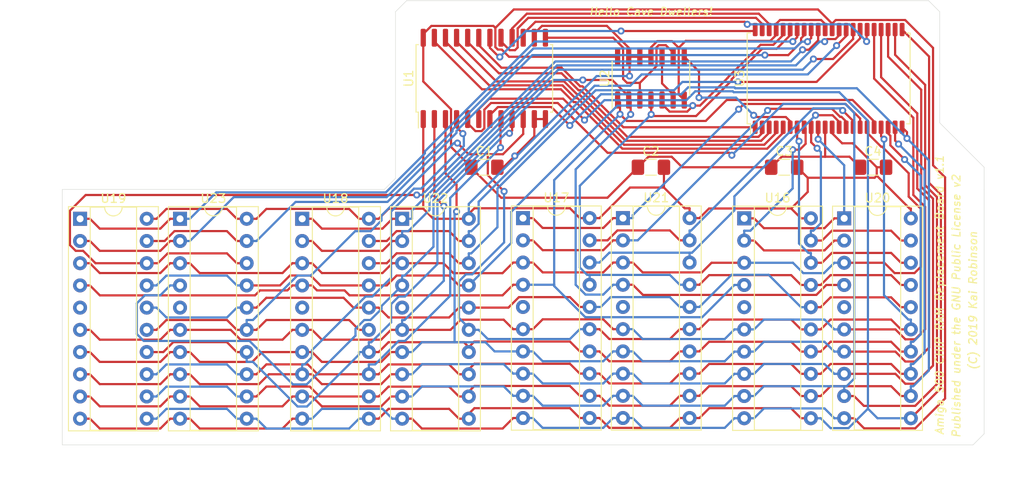
<source format=kicad_pcb>
(kicad_pcb (version 20171130) (host pcbnew "(5.1.2-1)-1")

  (general
    (thickness 1.6)
    (drawings 21)
    (tracks 1240)
    (zones 0)
    (modules 15)
    (nets 54)
  )

  (page A4)
  (layers
    (0 F.Cu mixed)
    (31 B.Cu mixed)
    (33 F.Adhes user)
    (35 F.Paste user)
    (37 F.SilkS user)
    (39 F.Mask user)
    (40 Dwgs.User user)
    (41 Cmts.User user)
    (42 Eco1.User user)
    (43 Eco2.User user)
    (44 Edge.Cuts user)
    (45 Margin user)
    (46 B.CrtYd user)
    (47 F.CrtYd user)
    (49 F.Fab user)
  )

  (setup
    (last_trace_width 0.25)
    (trace_clearance 0.2)
    (zone_clearance 0.508)
    (zone_45_only no)
    (trace_min 0.2)
    (via_size 0.8)
    (via_drill 0.4)
    (via_min_size 0.4)
    (via_min_drill 0.3)
    (uvia_size 0.3)
    (uvia_drill 0.1)
    (uvias_allowed no)
    (uvia_min_size 0.2)
    (uvia_min_drill 0.1)
    (edge_width 0.05)
    (segment_width 0.2)
    (pcb_text_width 0.3)
    (pcb_text_size 1.5 1.5)
    (mod_edge_width 0.12)
    (mod_text_size 1 1)
    (mod_text_width 0.15)
    (pad_size 1.524 1.524)
    (pad_drill 0.762)
    (pad_to_mask_clearance 0.051)
    (solder_mask_min_width 0.25)
    (aux_axis_origin 0 0)
    (visible_elements FFFFFF7F)
    (pcbplotparams
      (layerselection 0x010a8_ffffffff)
      (usegerberextensions true)
      (usegerberattributes false)
      (usegerberadvancedattributes false)
      (creategerberjobfile false)
      (excludeedgelayer true)
      (linewidth 0.100000)
      (plotframeref false)
      (viasonmask false)
      (mode 1)
      (useauxorigin false)
      (hpglpennumber 1)
      (hpglpenspeed 20)
      (hpglpendiameter 15.000000)
      (psnegative false)
      (psa4output false)
      (plotreference true)
      (plotvalue true)
      (plotinvisibletext false)
      (padsonsilk false)
      (subtractmaskfromsilk false)
      (outputformat 1)
      (mirror false)
      (drillshape 0)
      (scaleselection 1)
      (outputdirectory "gerbers/"))
  )

  (net 0 "")
  (net 1 /d0)
  (net 2 /d1)
  (net 3 /d2)
  (net 4 /d3)
  (net 5 /d4)
  (net 6 /d5)
  (net 7 /d6)
  (net 8 /d7)
  (net 9 /_we)
  (net 10 /_bras0)
  (net 11 /a0)
  (net 12 /a1)
  (net 13 /a2)
  (net 14 /a3)
  (net 15 /gnd)
  (net 16 /a4)
  (net 17 /a5)
  (net 18 /a6)
  (net 19 /a7)
  (net 20 /a8)
  (net 21 /_oe)
  (net 22 /_ucas)
  (net 23 /_lcas)
  (net 24 /d8)
  (net 25 /d9)
  (net 26 /d10)
  (net 27 /d11)
  (net 28 /d12)
  (net 29 /d13)
  (net 30 /d14)
  (net 31 /d15)
  (net 32 /_bras1)
  (net 33 "Net-(U16-Pad5)")
  (net 34 "Net-(U17-Pad5)")
  (net 35 "Net-(U18-Pad5)")
  (net 36 "Net-(U19-Pad5)")
  (net 37 "Net-(U20-Pad5)")
  (net 38 "Net-(U21-Pad5)")
  (net 39 "Net-(U22-Pad5)")
  (net 40 "Net-(U23-Pad5)")
  (net 41 /vcc5)
  (net 42 /ma0)
  (net 43 /ma1)
  (net 44 /ma2)
  (net 45 /ma3)
  (net 46 /ma4)
  (net 47 /ma5)
  (net 48 /ma6)
  (net 49 /ma7)
  (net 50 /ma8)
  (net 51 /clk)
  (net 52 /_cas)
  (net 53 /_sramce)

  (net_class Default "This is the default net class."
    (clearance 0.2)
    (trace_width 0.25)
    (via_dia 0.8)
    (via_drill 0.4)
    (uvia_dia 0.3)
    (uvia_drill 0.1)
    (add_net /_bras0)
    (add_net /_bras1)
    (add_net /_cas)
    (add_net /_lcas)
    (add_net /_oe)
    (add_net /_sramce)
    (add_net /_ucas)
    (add_net /_we)
    (add_net /a0)
    (add_net /a1)
    (add_net /a2)
    (add_net /a3)
    (add_net /a4)
    (add_net /a5)
    (add_net /a6)
    (add_net /a7)
    (add_net /a8)
    (add_net /clk)
    (add_net /d0)
    (add_net /d1)
    (add_net /d10)
    (add_net /d11)
    (add_net /d12)
    (add_net /d13)
    (add_net /d14)
    (add_net /d15)
    (add_net /d2)
    (add_net /d3)
    (add_net /d4)
    (add_net /d5)
    (add_net /d6)
    (add_net /d7)
    (add_net /d8)
    (add_net /d9)
    (add_net /gnd)
    (add_net /ma0)
    (add_net /ma1)
    (add_net /ma2)
    (add_net /ma3)
    (add_net /ma4)
    (add_net /ma5)
    (add_net /ma6)
    (add_net /ma7)
    (add_net /ma8)
    (add_net /vcc5)
    (add_net "Net-(U16-Pad5)")
    (add_net "Net-(U17-Pad5)")
    (add_net "Net-(U18-Pad5)")
    (add_net "Net-(U19-Pad5)")
    (add_net "Net-(U20-Pad5)")
    (add_net "Net-(U21-Pad5)")
    (add_net "Net-(U22-Pad5)")
    (add_net "Net-(U23-Pad5)")
  )

  (module Package_SO:SOIC-24W_7.5x15.4mm_P1.27mm (layer F.Cu) (tedit 5C97300E) (tstamp 5CDE088C)
    (at 189.23 58.42 90)
    (descr "SOIC, 24 Pin (JEDEC MS-013AD, https://www.analog.com/media/en/package-pcb-resources/package/pkg_pdf/soic_wide-rw/RW_24.pdf), generated with kicad-footprint-generator ipc_gullwing_generator.py")
    (tags "SOIC SO")
    (path /5CE1645A)
    (attr smd)
    (fp_text reference U1 (at 0 -8.65 90) (layer F.SilkS)
      (effects (font (size 1 1) (thickness 0.15)))
    )
    (fp_text value SN74ABT821ADW (at 0 8.65 90) (layer F.Fab)
      (effects (font (size 1 1) (thickness 0.15)))
    )
    (fp_text user %R (at 0 0 90) (layer F.Fab)
      (effects (font (size 1 1) (thickness 0.15)))
    )
    (fp_line (start 5.93 -7.95) (end -5.93 -7.95) (layer F.CrtYd) (width 0.05))
    (fp_line (start 5.93 7.95) (end 5.93 -7.95) (layer F.CrtYd) (width 0.05))
    (fp_line (start -5.93 7.95) (end 5.93 7.95) (layer F.CrtYd) (width 0.05))
    (fp_line (start -5.93 -7.95) (end -5.93 7.95) (layer F.CrtYd) (width 0.05))
    (fp_line (start -3.75 -6.7) (end -2.75 -7.7) (layer F.Fab) (width 0.1))
    (fp_line (start -3.75 7.7) (end -3.75 -6.7) (layer F.Fab) (width 0.1))
    (fp_line (start 3.75 7.7) (end -3.75 7.7) (layer F.Fab) (width 0.1))
    (fp_line (start 3.75 -7.7) (end 3.75 7.7) (layer F.Fab) (width 0.1))
    (fp_line (start -2.75 -7.7) (end 3.75 -7.7) (layer F.Fab) (width 0.1))
    (fp_line (start -3.86 -7.545) (end -5.675 -7.545) (layer F.SilkS) (width 0.12))
    (fp_line (start -3.86 -7.81) (end -3.86 -7.545) (layer F.SilkS) (width 0.12))
    (fp_line (start 0 -7.81) (end -3.86 -7.81) (layer F.SilkS) (width 0.12))
    (fp_line (start 3.86 -7.81) (end 3.86 -7.545) (layer F.SilkS) (width 0.12))
    (fp_line (start 0 -7.81) (end 3.86 -7.81) (layer F.SilkS) (width 0.12))
    (fp_line (start -3.86 7.81) (end -3.86 7.545) (layer F.SilkS) (width 0.12))
    (fp_line (start 0 7.81) (end -3.86 7.81) (layer F.SilkS) (width 0.12))
    (fp_line (start 3.86 7.81) (end 3.86 7.545) (layer F.SilkS) (width 0.12))
    (fp_line (start 0 7.81) (end 3.86 7.81) (layer F.SilkS) (width 0.12))
    (pad 24 smd roundrect (at 4.65 -6.985 90) (size 2.05 0.6) (layers F.Cu F.Paste F.Mask) (roundrect_rratio 0.25)
      (net 41 /vcc5))
    (pad 23 smd roundrect (at 4.65 -5.715 90) (size 2.05 0.6) (layers F.Cu F.Paste F.Mask) (roundrect_rratio 0.25)
      (net 42 /ma0))
    (pad 22 smd roundrect (at 4.65 -4.445 90) (size 2.05 0.6) (layers F.Cu F.Paste F.Mask) (roundrect_rratio 0.25)
      (net 43 /ma1))
    (pad 21 smd roundrect (at 4.65 -3.175 90) (size 2.05 0.6) (layers F.Cu F.Paste F.Mask) (roundrect_rratio 0.25)
      (net 44 /ma2))
    (pad 20 smd roundrect (at 4.65 -1.905 90) (size 2.05 0.6) (layers F.Cu F.Paste F.Mask) (roundrect_rratio 0.25)
      (net 45 /ma3))
    (pad 19 smd roundrect (at 4.65 -0.635 90) (size 2.05 0.6) (layers F.Cu F.Paste F.Mask) (roundrect_rratio 0.25)
      (net 46 /ma4))
    (pad 18 smd roundrect (at 4.65 0.635 90) (size 2.05 0.6) (layers F.Cu F.Paste F.Mask) (roundrect_rratio 0.25)
      (net 47 /ma5))
    (pad 17 smd roundrect (at 4.65 1.905 90) (size 2.05 0.6) (layers F.Cu F.Paste F.Mask) (roundrect_rratio 0.25)
      (net 48 /ma6))
    (pad 16 smd roundrect (at 4.65 3.175 90) (size 2.05 0.6) (layers F.Cu F.Paste F.Mask) (roundrect_rratio 0.25)
      (net 49 /ma7))
    (pad 15 smd roundrect (at 4.65 4.445 90) (size 2.05 0.6) (layers F.Cu F.Paste F.Mask) (roundrect_rratio 0.25)
      (net 50 /ma8))
    (pad 14 smd roundrect (at 4.65 5.715 90) (size 2.05 0.6) (layers F.Cu F.Paste F.Mask) (roundrect_rratio 0.25)
      (net 15 /gnd))
    (pad 13 smd roundrect (at 4.65 6.985 90) (size 2.05 0.6) (layers F.Cu F.Paste F.Mask) (roundrect_rratio 0.25)
      (net 51 /clk))
    (pad 12 smd roundrect (at -4.65 6.985 90) (size 2.05 0.6) (layers F.Cu F.Paste F.Mask) (roundrect_rratio 0.25)
      (net 15 /gnd))
    (pad 11 smd roundrect (at -4.65 5.715 90) (size 2.05 0.6) (layers F.Cu F.Paste F.Mask) (roundrect_rratio 0.25)
      (net 15 /gnd))
    (pad 10 smd roundrect (at -4.65 4.445 90) (size 2.05 0.6) (layers F.Cu F.Paste F.Mask) (roundrect_rratio 0.25)
      (net 20 /a8))
    (pad 9 smd roundrect (at -4.65 3.175 90) (size 2.05 0.6) (layers F.Cu F.Paste F.Mask) (roundrect_rratio 0.25)
      (net 19 /a7))
    (pad 8 smd roundrect (at -4.65 1.905 90) (size 2.05 0.6) (layers F.Cu F.Paste F.Mask) (roundrect_rratio 0.25)
      (net 18 /a6))
    (pad 7 smd roundrect (at -4.65 0.635 90) (size 2.05 0.6) (layers F.Cu F.Paste F.Mask) (roundrect_rratio 0.25)
      (net 17 /a5))
    (pad 6 smd roundrect (at -4.65 -0.635 90) (size 2.05 0.6) (layers F.Cu F.Paste F.Mask) (roundrect_rratio 0.25)
      (net 16 /a4))
    (pad 5 smd roundrect (at -4.65 -1.905 90) (size 2.05 0.6) (layers F.Cu F.Paste F.Mask) (roundrect_rratio 0.25)
      (net 14 /a3))
    (pad 4 smd roundrect (at -4.65 -3.175 90) (size 2.05 0.6) (layers F.Cu F.Paste F.Mask) (roundrect_rratio 0.25)
      (net 13 /a2))
    (pad 3 smd roundrect (at -4.65 -4.445 90) (size 2.05 0.6) (layers F.Cu F.Paste F.Mask) (roundrect_rratio 0.25)
      (net 12 /a1))
    (pad 2 smd roundrect (at -4.65 -5.715 90) (size 2.05 0.6) (layers F.Cu F.Paste F.Mask) (roundrect_rratio 0.25)
      (net 11 /a0))
    (pad 1 smd roundrect (at -4.65 -6.985 90) (size 2.05 0.6) (layers F.Cu F.Paste F.Mask) (roundrect_rratio 0.25)
      (net 15 /gnd))
    (model ${KISYS3DMOD}/Package_SO.3dshapes/SOIC-24W_7.5x15.4mm_P1.27mm.wrl
      (at (xyz 0 0 0))
      (scale (xyz 1 1 1))
      (rotate (xyz 0 0 0))
    )
  )

  (module Package_DIP:DIP-20_W7.62mm_Socket (layer F.Cu) (tedit 5A02E8C5) (tstamp 5CD811BC)
    (at 218.948 74.422)
    (descr "20-lead though-hole mounted DIP package, row spacing 7.62 mm (300 mils), Socket")
    (tags "THT DIP DIL PDIP 2.54mm 7.62mm 300mil Socket")
    (path /5CC9E836)
    (fp_text reference U16 (at 3.81 -2.33) (layer F.SilkS)
      (effects (font (size 1 1) (thickness 0.15)))
    )
    (fp_text value 44256_DRAM (at 3.81 25.19) (layer F.Fab)
      (effects (font (size 1 1) (thickness 0.15)))
    )
    (fp_text user %R (at 3.81 11.43) (layer F.Fab)
      (effects (font (size 1 1) (thickness 0.15)))
    )
    (fp_line (start 9.15 -1.6) (end -1.55 -1.6) (layer F.CrtYd) (width 0.05))
    (fp_line (start 9.15 24.45) (end 9.15 -1.6) (layer F.CrtYd) (width 0.05))
    (fp_line (start -1.55 24.45) (end 9.15 24.45) (layer F.CrtYd) (width 0.05))
    (fp_line (start -1.55 -1.6) (end -1.55 24.45) (layer F.CrtYd) (width 0.05))
    (fp_line (start 8.95 -1.39) (end -1.33 -1.39) (layer F.SilkS) (width 0.12))
    (fp_line (start 8.95 24.25) (end 8.95 -1.39) (layer F.SilkS) (width 0.12))
    (fp_line (start -1.33 24.25) (end 8.95 24.25) (layer F.SilkS) (width 0.12))
    (fp_line (start -1.33 -1.39) (end -1.33 24.25) (layer F.SilkS) (width 0.12))
    (fp_line (start 6.46 -1.33) (end 4.81 -1.33) (layer F.SilkS) (width 0.12))
    (fp_line (start 6.46 24.19) (end 6.46 -1.33) (layer F.SilkS) (width 0.12))
    (fp_line (start 1.16 24.19) (end 6.46 24.19) (layer F.SilkS) (width 0.12))
    (fp_line (start 1.16 -1.33) (end 1.16 24.19) (layer F.SilkS) (width 0.12))
    (fp_line (start 2.81 -1.33) (end 1.16 -1.33) (layer F.SilkS) (width 0.12))
    (fp_line (start 8.89 -1.33) (end -1.27 -1.33) (layer F.Fab) (width 0.1))
    (fp_line (start 8.89 24.19) (end 8.89 -1.33) (layer F.Fab) (width 0.1))
    (fp_line (start -1.27 24.19) (end 8.89 24.19) (layer F.Fab) (width 0.1))
    (fp_line (start -1.27 -1.33) (end -1.27 24.19) (layer F.Fab) (width 0.1))
    (fp_line (start 0.635 -0.27) (end 1.635 -1.27) (layer F.Fab) (width 0.1))
    (fp_line (start 0.635 24.13) (end 0.635 -0.27) (layer F.Fab) (width 0.1))
    (fp_line (start 6.985 24.13) (end 0.635 24.13) (layer F.Fab) (width 0.1))
    (fp_line (start 6.985 -1.27) (end 6.985 24.13) (layer F.Fab) (width 0.1))
    (fp_line (start 1.635 -1.27) (end 6.985 -1.27) (layer F.Fab) (width 0.1))
    (fp_arc (start 3.81 -1.33) (end 2.81 -1.33) (angle -180) (layer F.SilkS) (width 0.12))
    (pad 20 thru_hole oval (at 7.62 0) (size 1.6 1.6) (drill 0.8) (layers *.Cu *.Mask)
      (net 15 /gnd))
    (pad 10 thru_hole oval (at 0 22.86) (size 1.6 1.6) (drill 0.8) (layers *.Cu *.Mask)
      (net 41 /vcc5))
    (pad 19 thru_hole oval (at 7.62 2.54) (size 1.6 1.6) (drill 0.8) (layers *.Cu *.Mask)
      (net 3 /d2))
    (pad 9 thru_hole oval (at 0 20.32) (size 1.6 1.6) (drill 0.8) (layers *.Cu *.Mask)
      (net 14 /a3))
    (pad 18 thru_hole oval (at 7.62 5.08) (size 1.6 1.6) (drill 0.8) (layers *.Cu *.Mask)
      (net 1 /d0))
    (pad 8 thru_hole oval (at 0 17.78) (size 1.6 1.6) (drill 0.8) (layers *.Cu *.Mask)
      (net 13 /a2))
    (pad 17 thru_hole oval (at 7.62 7.62) (size 1.6 1.6) (drill 0.8) (layers *.Cu *.Mask)
      (net 23 /_lcas))
    (pad 7 thru_hole oval (at 0 15.24) (size 1.6 1.6) (drill 0.8) (layers *.Cu *.Mask)
      (net 12 /a1))
    (pad 16 thru_hole oval (at 7.62 10.16) (size 1.6 1.6) (drill 0.8) (layers *.Cu *.Mask)
      (net 21 /_oe))
    (pad 6 thru_hole oval (at 0 12.7) (size 1.6 1.6) (drill 0.8) (layers *.Cu *.Mask)
      (net 11 /a0))
    (pad 15 thru_hole oval (at 7.62 12.7) (size 1.6 1.6) (drill 0.8) (layers *.Cu *.Mask)
      (net 20 /a8))
    (pad 5 thru_hole oval (at 0 10.16) (size 1.6 1.6) (drill 0.8) (layers *.Cu *.Mask)
      (net 33 "Net-(U16-Pad5)"))
    (pad 14 thru_hole oval (at 7.62 15.24) (size 1.6 1.6) (drill 0.8) (layers *.Cu *.Mask)
      (net 19 /a7))
    (pad 4 thru_hole oval (at 0 7.62) (size 1.6 1.6) (drill 0.8) (layers *.Cu *.Mask)
      (net 10 /_bras0))
    (pad 13 thru_hole oval (at 7.62 17.78) (size 1.6 1.6) (drill 0.8) (layers *.Cu *.Mask)
      (net 18 /a6))
    (pad 3 thru_hole oval (at 0 5.08) (size 1.6 1.6) (drill 0.8) (layers *.Cu *.Mask)
      (net 9 /_we))
    (pad 12 thru_hole oval (at 7.62 20.32) (size 1.6 1.6) (drill 0.8) (layers *.Cu *.Mask)
      (net 17 /a5))
    (pad 2 thru_hole oval (at 0 2.54) (size 1.6 1.6) (drill 0.8) (layers *.Cu *.Mask)
      (net 2 /d1))
    (pad 11 thru_hole oval (at 7.62 22.86) (size 1.6 1.6) (drill 0.8) (layers *.Cu *.Mask)
      (net 16 /a4))
    (pad 1 thru_hole rect (at 0 0) (size 1.6 1.6) (drill 0.8) (layers *.Cu *.Mask)
      (net 4 /d3))
    (model ${KISYS3DMOD}/Package_DIP.3dshapes/DIP-20_W7.62mm_Socket.wrl
      (at (xyz 0 0 0))
      (scale (xyz 1 1 1))
      (rotate (xyz 0 0 0))
    )
  )

  (module Package_DIP:DIP-20_W7.62mm_Socket (layer F.Cu) (tedit 5A02E8C5) (tstamp 5CD811EB)
    (at 193.65 74.3966)
    (descr "20-lead though-hole mounted DIP package, row spacing 7.62 mm (300 mils), Socket")
    (tags "THT DIP DIL PDIP 2.54mm 7.62mm 300mil Socket")
    (path /5CD3253C)
    (fp_text reference U17 (at 3.81 -2.33) (layer F.SilkS)
      (effects (font (size 1 1) (thickness 0.15)))
    )
    (fp_text value 44256_DRAM (at 3.81 25.19) (layer F.Fab)
      (effects (font (size 1 1) (thickness 0.15)))
    )
    (fp_text user %R (at 3.81 11.43) (layer F.Fab)
      (effects (font (size 1 1) (thickness 0.15)))
    )
    (fp_line (start 9.15 -1.6) (end -1.55 -1.6) (layer F.CrtYd) (width 0.05))
    (fp_line (start 9.15 24.45) (end 9.15 -1.6) (layer F.CrtYd) (width 0.05))
    (fp_line (start -1.55 24.45) (end 9.15 24.45) (layer F.CrtYd) (width 0.05))
    (fp_line (start -1.55 -1.6) (end -1.55 24.45) (layer F.CrtYd) (width 0.05))
    (fp_line (start 8.95 -1.39) (end -1.33 -1.39) (layer F.SilkS) (width 0.12))
    (fp_line (start 8.95 24.25) (end 8.95 -1.39) (layer F.SilkS) (width 0.12))
    (fp_line (start -1.33 24.25) (end 8.95 24.25) (layer F.SilkS) (width 0.12))
    (fp_line (start -1.33 -1.39) (end -1.33 24.25) (layer F.SilkS) (width 0.12))
    (fp_line (start 6.46 -1.33) (end 4.81 -1.33) (layer F.SilkS) (width 0.12))
    (fp_line (start 6.46 24.19) (end 6.46 -1.33) (layer F.SilkS) (width 0.12))
    (fp_line (start 1.16 24.19) (end 6.46 24.19) (layer F.SilkS) (width 0.12))
    (fp_line (start 1.16 -1.33) (end 1.16 24.19) (layer F.SilkS) (width 0.12))
    (fp_line (start 2.81 -1.33) (end 1.16 -1.33) (layer F.SilkS) (width 0.12))
    (fp_line (start 8.89 -1.33) (end -1.27 -1.33) (layer F.Fab) (width 0.1))
    (fp_line (start 8.89 24.19) (end 8.89 -1.33) (layer F.Fab) (width 0.1))
    (fp_line (start -1.27 24.19) (end 8.89 24.19) (layer F.Fab) (width 0.1))
    (fp_line (start -1.27 -1.33) (end -1.27 24.19) (layer F.Fab) (width 0.1))
    (fp_line (start 0.635 -0.27) (end 1.635 -1.27) (layer F.Fab) (width 0.1))
    (fp_line (start 0.635 24.13) (end 0.635 -0.27) (layer F.Fab) (width 0.1))
    (fp_line (start 6.985 24.13) (end 0.635 24.13) (layer F.Fab) (width 0.1))
    (fp_line (start 6.985 -1.27) (end 6.985 24.13) (layer F.Fab) (width 0.1))
    (fp_line (start 1.635 -1.27) (end 6.985 -1.27) (layer F.Fab) (width 0.1))
    (fp_arc (start 3.81 -1.33) (end 2.81 -1.33) (angle -180) (layer F.SilkS) (width 0.12))
    (pad 20 thru_hole oval (at 7.62 0) (size 1.6 1.6) (drill 0.8) (layers *.Cu *.Mask)
      (net 15 /gnd))
    (pad 10 thru_hole oval (at 0 22.86) (size 1.6 1.6) (drill 0.8) (layers *.Cu *.Mask)
      (net 41 /vcc5))
    (pad 19 thru_hole oval (at 7.62 2.54) (size 1.6 1.6) (drill 0.8) (layers *.Cu *.Mask)
      (net 7 /d6))
    (pad 9 thru_hole oval (at 0 20.32) (size 1.6 1.6) (drill 0.8) (layers *.Cu *.Mask)
      (net 14 /a3))
    (pad 18 thru_hole oval (at 7.62 5.08) (size 1.6 1.6) (drill 0.8) (layers *.Cu *.Mask)
      (net 5 /d4))
    (pad 8 thru_hole oval (at 0 17.78) (size 1.6 1.6) (drill 0.8) (layers *.Cu *.Mask)
      (net 13 /a2))
    (pad 17 thru_hole oval (at 7.62 7.62) (size 1.6 1.6) (drill 0.8) (layers *.Cu *.Mask)
      (net 23 /_lcas))
    (pad 7 thru_hole oval (at 0 15.24) (size 1.6 1.6) (drill 0.8) (layers *.Cu *.Mask)
      (net 12 /a1))
    (pad 16 thru_hole oval (at 7.62 10.16) (size 1.6 1.6) (drill 0.8) (layers *.Cu *.Mask)
      (net 21 /_oe))
    (pad 6 thru_hole oval (at 0 12.7) (size 1.6 1.6) (drill 0.8) (layers *.Cu *.Mask)
      (net 11 /a0))
    (pad 15 thru_hole oval (at 7.62 12.7) (size 1.6 1.6) (drill 0.8) (layers *.Cu *.Mask)
      (net 20 /a8))
    (pad 5 thru_hole oval (at 0 10.16) (size 1.6 1.6) (drill 0.8) (layers *.Cu *.Mask)
      (net 34 "Net-(U17-Pad5)"))
    (pad 14 thru_hole oval (at 7.62 15.24) (size 1.6 1.6) (drill 0.8) (layers *.Cu *.Mask)
      (net 19 /a7))
    (pad 4 thru_hole oval (at 0 7.62) (size 1.6 1.6) (drill 0.8) (layers *.Cu *.Mask)
      (net 10 /_bras0))
    (pad 13 thru_hole oval (at 7.62 17.78) (size 1.6 1.6) (drill 0.8) (layers *.Cu *.Mask)
      (net 18 /a6))
    (pad 3 thru_hole oval (at 0 5.08) (size 1.6 1.6) (drill 0.8) (layers *.Cu *.Mask)
      (net 9 /_we))
    (pad 12 thru_hole oval (at 7.62 20.32) (size 1.6 1.6) (drill 0.8) (layers *.Cu *.Mask)
      (net 17 /a5))
    (pad 2 thru_hole oval (at 0 2.54) (size 1.6 1.6) (drill 0.8) (layers *.Cu *.Mask)
      (net 6 /d5))
    (pad 11 thru_hole oval (at 7.62 22.86) (size 1.6 1.6) (drill 0.8) (layers *.Cu *.Mask)
      (net 16 /a4))
    (pad 1 thru_hole rect (at 0 0) (size 1.6 1.6) (drill 0.8) (layers *.Cu *.Mask)
      (net 8 /d7))
    (model ${KISYS3DMOD}/Package_DIP.3dshapes/DIP-20_W7.62mm_Socket.wrl
      (at (xyz 0 0 0))
      (scale (xyz 1 1 1))
      (rotate (xyz 0 0 0))
    )
  )

  (module Package_DIP:DIP-20_W7.62mm_Socket (layer F.Cu) (tedit 5A02E8C5) (tstamp 5CD8121A)
    (at 168.402 74.473)
    (descr "20-lead though-hole mounted DIP package, row spacing 7.62 mm (300 mils), Socket")
    (tags "THT DIP DIL PDIP 2.54mm 7.62mm 300mil Socket")
    (path /5CD3FEBF)
    (fp_text reference U18 (at 3.81 -2.33) (layer F.SilkS)
      (effects (font (size 1 1) (thickness 0.15)))
    )
    (fp_text value 44256_DRAM (at 3.81 25.19) (layer F.Fab)
      (effects (font (size 1 1) (thickness 0.15)))
    )
    (fp_text user %R (at 3.81 11.43) (layer F.Fab)
      (effects (font (size 1 1) (thickness 0.15)))
    )
    (fp_line (start 9.15 -1.6) (end -1.55 -1.6) (layer F.CrtYd) (width 0.05))
    (fp_line (start 9.15 24.45) (end 9.15 -1.6) (layer F.CrtYd) (width 0.05))
    (fp_line (start -1.55 24.45) (end 9.15 24.45) (layer F.CrtYd) (width 0.05))
    (fp_line (start -1.55 -1.6) (end -1.55 24.45) (layer F.CrtYd) (width 0.05))
    (fp_line (start 8.95 -1.39) (end -1.33 -1.39) (layer F.SilkS) (width 0.12))
    (fp_line (start 8.95 24.25) (end 8.95 -1.39) (layer F.SilkS) (width 0.12))
    (fp_line (start -1.33 24.25) (end 8.95 24.25) (layer F.SilkS) (width 0.12))
    (fp_line (start -1.33 -1.39) (end -1.33 24.25) (layer F.SilkS) (width 0.12))
    (fp_line (start 6.46 -1.33) (end 4.81 -1.33) (layer F.SilkS) (width 0.12))
    (fp_line (start 6.46 24.19) (end 6.46 -1.33) (layer F.SilkS) (width 0.12))
    (fp_line (start 1.16 24.19) (end 6.46 24.19) (layer F.SilkS) (width 0.12))
    (fp_line (start 1.16 -1.33) (end 1.16 24.19) (layer F.SilkS) (width 0.12))
    (fp_line (start 2.81 -1.33) (end 1.16 -1.33) (layer F.SilkS) (width 0.12))
    (fp_line (start 8.89 -1.33) (end -1.27 -1.33) (layer F.Fab) (width 0.1))
    (fp_line (start 8.89 24.19) (end 8.89 -1.33) (layer F.Fab) (width 0.1))
    (fp_line (start -1.27 24.19) (end 8.89 24.19) (layer F.Fab) (width 0.1))
    (fp_line (start -1.27 -1.33) (end -1.27 24.19) (layer F.Fab) (width 0.1))
    (fp_line (start 0.635 -0.27) (end 1.635 -1.27) (layer F.Fab) (width 0.1))
    (fp_line (start 0.635 24.13) (end 0.635 -0.27) (layer F.Fab) (width 0.1))
    (fp_line (start 6.985 24.13) (end 0.635 24.13) (layer F.Fab) (width 0.1))
    (fp_line (start 6.985 -1.27) (end 6.985 24.13) (layer F.Fab) (width 0.1))
    (fp_line (start 1.635 -1.27) (end 6.985 -1.27) (layer F.Fab) (width 0.1))
    (fp_arc (start 3.81 -1.33) (end 2.81 -1.33) (angle -180) (layer F.SilkS) (width 0.12))
    (pad 20 thru_hole oval (at 7.62 0) (size 1.6 1.6) (drill 0.8) (layers *.Cu *.Mask)
      (net 15 /gnd))
    (pad 10 thru_hole oval (at 0 22.86) (size 1.6 1.6) (drill 0.8) (layers *.Cu *.Mask)
      (net 41 /vcc5))
    (pad 19 thru_hole oval (at 7.62 2.54) (size 1.6 1.6) (drill 0.8) (layers *.Cu *.Mask)
      (net 26 /d10))
    (pad 9 thru_hole oval (at 0 20.32) (size 1.6 1.6) (drill 0.8) (layers *.Cu *.Mask)
      (net 14 /a3))
    (pad 18 thru_hole oval (at 7.62 5.08) (size 1.6 1.6) (drill 0.8) (layers *.Cu *.Mask)
      (net 24 /d8))
    (pad 8 thru_hole oval (at 0 17.78) (size 1.6 1.6) (drill 0.8) (layers *.Cu *.Mask)
      (net 13 /a2))
    (pad 17 thru_hole oval (at 7.62 7.62) (size 1.6 1.6) (drill 0.8) (layers *.Cu *.Mask)
      (net 22 /_ucas))
    (pad 7 thru_hole oval (at 0 15.24) (size 1.6 1.6) (drill 0.8) (layers *.Cu *.Mask)
      (net 12 /a1))
    (pad 16 thru_hole oval (at 7.62 10.16) (size 1.6 1.6) (drill 0.8) (layers *.Cu *.Mask)
      (net 21 /_oe))
    (pad 6 thru_hole oval (at 0 12.7) (size 1.6 1.6) (drill 0.8) (layers *.Cu *.Mask)
      (net 11 /a0))
    (pad 15 thru_hole oval (at 7.62 12.7) (size 1.6 1.6) (drill 0.8) (layers *.Cu *.Mask)
      (net 20 /a8))
    (pad 5 thru_hole oval (at 0 10.16) (size 1.6 1.6) (drill 0.8) (layers *.Cu *.Mask)
      (net 35 "Net-(U18-Pad5)"))
    (pad 14 thru_hole oval (at 7.62 15.24) (size 1.6 1.6) (drill 0.8) (layers *.Cu *.Mask)
      (net 19 /a7))
    (pad 4 thru_hole oval (at 0 7.62) (size 1.6 1.6) (drill 0.8) (layers *.Cu *.Mask)
      (net 10 /_bras0))
    (pad 13 thru_hole oval (at 7.62 17.78) (size 1.6 1.6) (drill 0.8) (layers *.Cu *.Mask)
      (net 18 /a6))
    (pad 3 thru_hole oval (at 0 5.08) (size 1.6 1.6) (drill 0.8) (layers *.Cu *.Mask)
      (net 9 /_we))
    (pad 12 thru_hole oval (at 7.62 20.32) (size 1.6 1.6) (drill 0.8) (layers *.Cu *.Mask)
      (net 17 /a5))
    (pad 2 thru_hole oval (at 0 2.54) (size 1.6 1.6) (drill 0.8) (layers *.Cu *.Mask)
      (net 25 /d9))
    (pad 11 thru_hole oval (at 7.62 22.86) (size 1.6 1.6) (drill 0.8) (layers *.Cu *.Mask)
      (net 16 /a4))
    (pad 1 thru_hole rect (at 0 0) (size 1.6 1.6) (drill 0.8) (layers *.Cu *.Mask)
      (net 27 /d11))
    (model ${KISYS3DMOD}/Package_DIP.3dshapes/DIP-20_W7.62mm_Socket.wrl
      (at (xyz 0 0 0))
      (scale (xyz 1 1 1))
      (rotate (xyz 0 0 0))
    )
  )

  (module Package_DIP:DIP-20_W7.62mm_Socket (layer F.Cu) (tedit 5A02E8C5) (tstamp 5CD81249)
    (at 143.002 74.473)
    (descr "20-lead though-hole mounted DIP package, row spacing 7.62 mm (300 mils), Socket")
    (tags "THT DIP DIL PDIP 2.54mm 7.62mm 300mil Socket")
    (path /5CD44A9C)
    (fp_text reference U19 (at 3.81 -2.33) (layer F.SilkS)
      (effects (font (size 1 1) (thickness 0.15)))
    )
    (fp_text value 44256_DRAM (at 3.81 25.19) (layer F.Fab)
      (effects (font (size 1 1) (thickness 0.15)))
    )
    (fp_text user %R (at 3.81 11.43) (layer F.Fab)
      (effects (font (size 1 1) (thickness 0.15)))
    )
    (fp_line (start 9.15 -1.6) (end -1.55 -1.6) (layer F.CrtYd) (width 0.05))
    (fp_line (start 9.15 24.45) (end 9.15 -1.6) (layer F.CrtYd) (width 0.05))
    (fp_line (start -1.55 24.45) (end 9.15 24.45) (layer F.CrtYd) (width 0.05))
    (fp_line (start -1.55 -1.6) (end -1.55 24.45) (layer F.CrtYd) (width 0.05))
    (fp_line (start 8.95 -1.39) (end -1.33 -1.39) (layer F.SilkS) (width 0.12))
    (fp_line (start 8.95 24.25) (end 8.95 -1.39) (layer F.SilkS) (width 0.12))
    (fp_line (start -1.33 24.25) (end 8.95 24.25) (layer F.SilkS) (width 0.12))
    (fp_line (start -1.33 -1.39) (end -1.33 24.25) (layer F.SilkS) (width 0.12))
    (fp_line (start 6.46 -1.33) (end 4.81 -1.33) (layer F.SilkS) (width 0.12))
    (fp_line (start 6.46 24.19) (end 6.46 -1.33) (layer F.SilkS) (width 0.12))
    (fp_line (start 1.16 24.19) (end 6.46 24.19) (layer F.SilkS) (width 0.12))
    (fp_line (start 1.16 -1.33) (end 1.16 24.19) (layer F.SilkS) (width 0.12))
    (fp_line (start 2.81 -1.33) (end 1.16 -1.33) (layer F.SilkS) (width 0.12))
    (fp_line (start 8.89 -1.33) (end -1.27 -1.33) (layer F.Fab) (width 0.1))
    (fp_line (start 8.89 24.19) (end 8.89 -1.33) (layer F.Fab) (width 0.1))
    (fp_line (start -1.27 24.19) (end 8.89 24.19) (layer F.Fab) (width 0.1))
    (fp_line (start -1.27 -1.33) (end -1.27 24.19) (layer F.Fab) (width 0.1))
    (fp_line (start 0.635 -0.27) (end 1.635 -1.27) (layer F.Fab) (width 0.1))
    (fp_line (start 0.635 24.13) (end 0.635 -0.27) (layer F.Fab) (width 0.1))
    (fp_line (start 6.985 24.13) (end 0.635 24.13) (layer F.Fab) (width 0.1))
    (fp_line (start 6.985 -1.27) (end 6.985 24.13) (layer F.Fab) (width 0.1))
    (fp_line (start 1.635 -1.27) (end 6.985 -1.27) (layer F.Fab) (width 0.1))
    (fp_arc (start 3.81 -1.33) (end 2.81 -1.33) (angle -180) (layer F.SilkS) (width 0.12))
    (pad 20 thru_hole oval (at 7.62 0) (size 1.6 1.6) (drill 0.8) (layers *.Cu *.Mask)
      (net 15 /gnd))
    (pad 10 thru_hole oval (at 0 22.86) (size 1.6 1.6) (drill 0.8) (layers *.Cu *.Mask)
      (net 41 /vcc5))
    (pad 19 thru_hole oval (at 7.62 2.54) (size 1.6 1.6) (drill 0.8) (layers *.Cu *.Mask)
      (net 30 /d14))
    (pad 9 thru_hole oval (at 0 20.32) (size 1.6 1.6) (drill 0.8) (layers *.Cu *.Mask)
      (net 14 /a3))
    (pad 18 thru_hole oval (at 7.62 5.08) (size 1.6 1.6) (drill 0.8) (layers *.Cu *.Mask)
      (net 28 /d12))
    (pad 8 thru_hole oval (at 0 17.78) (size 1.6 1.6) (drill 0.8) (layers *.Cu *.Mask)
      (net 13 /a2))
    (pad 17 thru_hole oval (at 7.62 7.62) (size 1.6 1.6) (drill 0.8) (layers *.Cu *.Mask)
      (net 22 /_ucas))
    (pad 7 thru_hole oval (at 0 15.24) (size 1.6 1.6) (drill 0.8) (layers *.Cu *.Mask)
      (net 12 /a1))
    (pad 16 thru_hole oval (at 7.62 10.16) (size 1.6 1.6) (drill 0.8) (layers *.Cu *.Mask)
      (net 21 /_oe))
    (pad 6 thru_hole oval (at 0 12.7) (size 1.6 1.6) (drill 0.8) (layers *.Cu *.Mask)
      (net 11 /a0))
    (pad 15 thru_hole oval (at 7.62 12.7) (size 1.6 1.6) (drill 0.8) (layers *.Cu *.Mask)
      (net 20 /a8))
    (pad 5 thru_hole oval (at 0 10.16) (size 1.6 1.6) (drill 0.8) (layers *.Cu *.Mask)
      (net 36 "Net-(U19-Pad5)"))
    (pad 14 thru_hole oval (at 7.62 15.24) (size 1.6 1.6) (drill 0.8) (layers *.Cu *.Mask)
      (net 19 /a7))
    (pad 4 thru_hole oval (at 0 7.62) (size 1.6 1.6) (drill 0.8) (layers *.Cu *.Mask)
      (net 10 /_bras0))
    (pad 13 thru_hole oval (at 7.62 17.78) (size 1.6 1.6) (drill 0.8) (layers *.Cu *.Mask)
      (net 18 /a6))
    (pad 3 thru_hole oval (at 0 5.08) (size 1.6 1.6) (drill 0.8) (layers *.Cu *.Mask)
      (net 9 /_we))
    (pad 12 thru_hole oval (at 7.62 20.32) (size 1.6 1.6) (drill 0.8) (layers *.Cu *.Mask)
      (net 17 /a5))
    (pad 2 thru_hole oval (at 0 2.54) (size 1.6 1.6) (drill 0.8) (layers *.Cu *.Mask)
      (net 29 /d13))
    (pad 11 thru_hole oval (at 7.62 22.86) (size 1.6 1.6) (drill 0.8) (layers *.Cu *.Mask)
      (net 16 /a4))
    (pad 1 thru_hole rect (at 0 0) (size 1.6 1.6) (drill 0.8) (layers *.Cu *.Mask)
      (net 31 /d15))
    (model ${KISYS3DMOD}/Package_DIP.3dshapes/DIP-20_W7.62mm_Socket.wrl
      (at (xyz 0 0 0))
      (scale (xyz 1 1 1))
      (rotate (xyz 0 0 0))
    )
  )

  (module Package_DIP:DIP-20_W7.62mm_Socket (layer F.Cu) (tedit 5A02E8C5) (tstamp 5CD81278)
    (at 230.378 74.422)
    (descr "20-lead though-hole mounted DIP package, row spacing 7.62 mm (300 mils), Socket")
    (tags "THT DIP DIL PDIP 2.54mm 7.62mm 300mil Socket")
    (path /5CD74BDF)
    (fp_text reference U20 (at 3.81 -2.33) (layer F.SilkS)
      (effects (font (size 1 1) (thickness 0.15)))
    )
    (fp_text value 44256_DRAM (at 3.81 25.19) (layer F.Fab)
      (effects (font (size 1 1) (thickness 0.15)))
    )
    (fp_text user %R (at 3.81 11.43) (layer F.Fab)
      (effects (font (size 1 1) (thickness 0.15)))
    )
    (fp_line (start 9.15 -1.6) (end -1.55 -1.6) (layer F.CrtYd) (width 0.05))
    (fp_line (start 9.15 24.45) (end 9.15 -1.6) (layer F.CrtYd) (width 0.05))
    (fp_line (start -1.55 24.45) (end 9.15 24.45) (layer F.CrtYd) (width 0.05))
    (fp_line (start -1.55 -1.6) (end -1.55 24.45) (layer F.CrtYd) (width 0.05))
    (fp_line (start 8.95 -1.39) (end -1.33 -1.39) (layer F.SilkS) (width 0.12))
    (fp_line (start 8.95 24.25) (end 8.95 -1.39) (layer F.SilkS) (width 0.12))
    (fp_line (start -1.33 24.25) (end 8.95 24.25) (layer F.SilkS) (width 0.12))
    (fp_line (start -1.33 -1.39) (end -1.33 24.25) (layer F.SilkS) (width 0.12))
    (fp_line (start 6.46 -1.33) (end 4.81 -1.33) (layer F.SilkS) (width 0.12))
    (fp_line (start 6.46 24.19) (end 6.46 -1.33) (layer F.SilkS) (width 0.12))
    (fp_line (start 1.16 24.19) (end 6.46 24.19) (layer F.SilkS) (width 0.12))
    (fp_line (start 1.16 -1.33) (end 1.16 24.19) (layer F.SilkS) (width 0.12))
    (fp_line (start 2.81 -1.33) (end 1.16 -1.33) (layer F.SilkS) (width 0.12))
    (fp_line (start 8.89 -1.33) (end -1.27 -1.33) (layer F.Fab) (width 0.1))
    (fp_line (start 8.89 24.19) (end 8.89 -1.33) (layer F.Fab) (width 0.1))
    (fp_line (start -1.27 24.19) (end 8.89 24.19) (layer F.Fab) (width 0.1))
    (fp_line (start -1.27 -1.33) (end -1.27 24.19) (layer F.Fab) (width 0.1))
    (fp_line (start 0.635 -0.27) (end 1.635 -1.27) (layer F.Fab) (width 0.1))
    (fp_line (start 0.635 24.13) (end 0.635 -0.27) (layer F.Fab) (width 0.1))
    (fp_line (start 6.985 24.13) (end 0.635 24.13) (layer F.Fab) (width 0.1))
    (fp_line (start 6.985 -1.27) (end 6.985 24.13) (layer F.Fab) (width 0.1))
    (fp_line (start 1.635 -1.27) (end 6.985 -1.27) (layer F.Fab) (width 0.1))
    (fp_arc (start 3.81 -1.33) (end 2.81 -1.33) (angle -180) (layer F.SilkS) (width 0.12))
    (pad 20 thru_hole oval (at 7.62 0) (size 1.6 1.6) (drill 0.8) (layers *.Cu *.Mask)
      (net 15 /gnd))
    (pad 10 thru_hole oval (at 0 22.86) (size 1.6 1.6) (drill 0.8) (layers *.Cu *.Mask)
      (net 41 /vcc5))
    (pad 19 thru_hole oval (at 7.62 2.54) (size 1.6 1.6) (drill 0.8) (layers *.Cu *.Mask)
      (net 3 /d2))
    (pad 9 thru_hole oval (at 0 20.32) (size 1.6 1.6) (drill 0.8) (layers *.Cu *.Mask)
      (net 14 /a3))
    (pad 18 thru_hole oval (at 7.62 5.08) (size 1.6 1.6) (drill 0.8) (layers *.Cu *.Mask)
      (net 1 /d0))
    (pad 8 thru_hole oval (at 0 17.78) (size 1.6 1.6) (drill 0.8) (layers *.Cu *.Mask)
      (net 13 /a2))
    (pad 17 thru_hole oval (at 7.62 7.62) (size 1.6 1.6) (drill 0.8) (layers *.Cu *.Mask)
      (net 23 /_lcas))
    (pad 7 thru_hole oval (at 0 15.24) (size 1.6 1.6) (drill 0.8) (layers *.Cu *.Mask)
      (net 12 /a1))
    (pad 16 thru_hole oval (at 7.62 10.16) (size 1.6 1.6) (drill 0.8) (layers *.Cu *.Mask)
      (net 21 /_oe))
    (pad 6 thru_hole oval (at 0 12.7) (size 1.6 1.6) (drill 0.8) (layers *.Cu *.Mask)
      (net 11 /a0))
    (pad 15 thru_hole oval (at 7.62 12.7) (size 1.6 1.6) (drill 0.8) (layers *.Cu *.Mask)
      (net 20 /a8))
    (pad 5 thru_hole oval (at 0 10.16) (size 1.6 1.6) (drill 0.8) (layers *.Cu *.Mask)
      (net 37 "Net-(U20-Pad5)"))
    (pad 14 thru_hole oval (at 7.62 15.24) (size 1.6 1.6) (drill 0.8) (layers *.Cu *.Mask)
      (net 19 /a7))
    (pad 4 thru_hole oval (at 0 7.62) (size 1.6 1.6) (drill 0.8) (layers *.Cu *.Mask)
      (net 32 /_bras1))
    (pad 13 thru_hole oval (at 7.62 17.78) (size 1.6 1.6) (drill 0.8) (layers *.Cu *.Mask)
      (net 18 /a6))
    (pad 3 thru_hole oval (at 0 5.08) (size 1.6 1.6) (drill 0.8) (layers *.Cu *.Mask)
      (net 9 /_we))
    (pad 12 thru_hole oval (at 7.62 20.32) (size 1.6 1.6) (drill 0.8) (layers *.Cu *.Mask)
      (net 17 /a5))
    (pad 2 thru_hole oval (at 0 2.54) (size 1.6 1.6) (drill 0.8) (layers *.Cu *.Mask)
      (net 2 /d1))
    (pad 11 thru_hole oval (at 7.62 22.86) (size 1.6 1.6) (drill 0.8) (layers *.Cu *.Mask)
      (net 16 /a4))
    (pad 1 thru_hole rect (at 0 0) (size 1.6 1.6) (drill 0.8) (layers *.Cu *.Mask)
      (net 4 /d3))
    (model ${KISYS3DMOD}/Package_DIP.3dshapes/DIP-20_W7.62mm_Socket.wrl
      (at (xyz 0 0 0))
      (scale (xyz 1 1 1))
      (rotate (xyz 0 0 0))
    )
  )

  (module Package_DIP:DIP-20_W7.62mm_Socket (layer F.Cu) (tedit 5A02E8C5) (tstamp 5CD812A7)
    (at 205.08 74.3966)
    (descr "20-lead though-hole mounted DIP package, row spacing 7.62 mm (300 mils), Socket")
    (tags "THT DIP DIL PDIP 2.54mm 7.62mm 300mil Socket")
    (path /5CD66499)
    (fp_text reference U21 (at 3.81 -2.33) (layer F.SilkS)
      (effects (font (size 1 1) (thickness 0.15)))
    )
    (fp_text value 44256_DRAM (at 3.81 25.19) (layer F.Fab)
      (effects (font (size 1 1) (thickness 0.15)))
    )
    (fp_text user %R (at 3.81 11.43) (layer F.Fab)
      (effects (font (size 1 1) (thickness 0.15)))
    )
    (fp_line (start 9.15 -1.6) (end -1.55 -1.6) (layer F.CrtYd) (width 0.05))
    (fp_line (start 9.15 24.45) (end 9.15 -1.6) (layer F.CrtYd) (width 0.05))
    (fp_line (start -1.55 24.45) (end 9.15 24.45) (layer F.CrtYd) (width 0.05))
    (fp_line (start -1.55 -1.6) (end -1.55 24.45) (layer F.CrtYd) (width 0.05))
    (fp_line (start 8.95 -1.39) (end -1.33 -1.39) (layer F.SilkS) (width 0.12))
    (fp_line (start 8.95 24.25) (end 8.95 -1.39) (layer F.SilkS) (width 0.12))
    (fp_line (start -1.33 24.25) (end 8.95 24.25) (layer F.SilkS) (width 0.12))
    (fp_line (start -1.33 -1.39) (end -1.33 24.25) (layer F.SilkS) (width 0.12))
    (fp_line (start 6.46 -1.33) (end 4.81 -1.33) (layer F.SilkS) (width 0.12))
    (fp_line (start 6.46 24.19) (end 6.46 -1.33) (layer F.SilkS) (width 0.12))
    (fp_line (start 1.16 24.19) (end 6.46 24.19) (layer F.SilkS) (width 0.12))
    (fp_line (start 1.16 -1.33) (end 1.16 24.19) (layer F.SilkS) (width 0.12))
    (fp_line (start 2.81 -1.33) (end 1.16 -1.33) (layer F.SilkS) (width 0.12))
    (fp_line (start 8.89 -1.33) (end -1.27 -1.33) (layer F.Fab) (width 0.1))
    (fp_line (start 8.89 24.19) (end 8.89 -1.33) (layer F.Fab) (width 0.1))
    (fp_line (start -1.27 24.19) (end 8.89 24.19) (layer F.Fab) (width 0.1))
    (fp_line (start -1.27 -1.33) (end -1.27 24.19) (layer F.Fab) (width 0.1))
    (fp_line (start 0.635 -0.27) (end 1.635 -1.27) (layer F.Fab) (width 0.1))
    (fp_line (start 0.635 24.13) (end 0.635 -0.27) (layer F.Fab) (width 0.1))
    (fp_line (start 6.985 24.13) (end 0.635 24.13) (layer F.Fab) (width 0.1))
    (fp_line (start 6.985 -1.27) (end 6.985 24.13) (layer F.Fab) (width 0.1))
    (fp_line (start 1.635 -1.27) (end 6.985 -1.27) (layer F.Fab) (width 0.1))
    (fp_arc (start 3.81 -1.33) (end 2.81 -1.33) (angle -180) (layer F.SilkS) (width 0.12))
    (pad 20 thru_hole oval (at 7.62 0) (size 1.6 1.6) (drill 0.8) (layers *.Cu *.Mask)
      (net 15 /gnd))
    (pad 10 thru_hole oval (at 0 22.86) (size 1.6 1.6) (drill 0.8) (layers *.Cu *.Mask)
      (net 41 /vcc5))
    (pad 19 thru_hole oval (at 7.62 2.54) (size 1.6 1.6) (drill 0.8) (layers *.Cu *.Mask)
      (net 7 /d6))
    (pad 9 thru_hole oval (at 0 20.32) (size 1.6 1.6) (drill 0.8) (layers *.Cu *.Mask)
      (net 14 /a3))
    (pad 18 thru_hole oval (at 7.62 5.08) (size 1.6 1.6) (drill 0.8) (layers *.Cu *.Mask)
      (net 5 /d4))
    (pad 8 thru_hole oval (at 0 17.78) (size 1.6 1.6) (drill 0.8) (layers *.Cu *.Mask)
      (net 13 /a2))
    (pad 17 thru_hole oval (at 7.62 7.62) (size 1.6 1.6) (drill 0.8) (layers *.Cu *.Mask)
      (net 23 /_lcas))
    (pad 7 thru_hole oval (at 0 15.24) (size 1.6 1.6) (drill 0.8) (layers *.Cu *.Mask)
      (net 12 /a1))
    (pad 16 thru_hole oval (at 7.62 10.16) (size 1.6 1.6) (drill 0.8) (layers *.Cu *.Mask)
      (net 21 /_oe))
    (pad 6 thru_hole oval (at 0 12.7) (size 1.6 1.6) (drill 0.8) (layers *.Cu *.Mask)
      (net 11 /a0))
    (pad 15 thru_hole oval (at 7.62 12.7) (size 1.6 1.6) (drill 0.8) (layers *.Cu *.Mask)
      (net 20 /a8))
    (pad 5 thru_hole oval (at 0 10.16) (size 1.6 1.6) (drill 0.8) (layers *.Cu *.Mask)
      (net 38 "Net-(U21-Pad5)"))
    (pad 14 thru_hole oval (at 7.62 15.24) (size 1.6 1.6) (drill 0.8) (layers *.Cu *.Mask)
      (net 19 /a7))
    (pad 4 thru_hole oval (at 0 7.62) (size 1.6 1.6) (drill 0.8) (layers *.Cu *.Mask)
      (net 32 /_bras1))
    (pad 13 thru_hole oval (at 7.62 17.78) (size 1.6 1.6) (drill 0.8) (layers *.Cu *.Mask)
      (net 18 /a6))
    (pad 3 thru_hole oval (at 0 5.08) (size 1.6 1.6) (drill 0.8) (layers *.Cu *.Mask)
      (net 9 /_we))
    (pad 12 thru_hole oval (at 7.62 20.32) (size 1.6 1.6) (drill 0.8) (layers *.Cu *.Mask)
      (net 17 /a5))
    (pad 2 thru_hole oval (at 0 2.54) (size 1.6 1.6) (drill 0.8) (layers *.Cu *.Mask)
      (net 6 /d5))
    (pad 11 thru_hole oval (at 7.62 22.86) (size 1.6 1.6) (drill 0.8) (layers *.Cu *.Mask)
      (net 16 /a4))
    (pad 1 thru_hole rect (at 0 0) (size 1.6 1.6) (drill 0.8) (layers *.Cu *.Mask)
      (net 8 /d7))
    (model ${KISYS3DMOD}/Package_DIP.3dshapes/DIP-20_W7.62mm_Socket.wrl
      (at (xyz 0 0 0))
      (scale (xyz 1 1 1))
      (rotate (xyz 0 0 0))
    )
  )

  (module Package_DIP:DIP-20_W7.62mm_Socket (layer F.Cu) (tedit 5A02E8C5) (tstamp 5CD812D6)
    (at 179.832 74.473)
    (descr "20-lead though-hole mounted DIP package, row spacing 7.62 mm (300 mils), Socket")
    (tags "THT DIP DIL PDIP 2.54mm 7.62mm 300mil Socket")
    (path /5CD4C8A8)
    (fp_text reference U22 (at 3.81 -2.33) (layer F.SilkS)
      (effects (font (size 1 1) (thickness 0.15)))
    )
    (fp_text value 44256_DRAM (at 3.81 25.19) (layer F.Fab)
      (effects (font (size 1 1) (thickness 0.15)))
    )
    (fp_text user %R (at 3.81 11.43) (layer F.Fab)
      (effects (font (size 1 1) (thickness 0.15)))
    )
    (fp_line (start 9.15 -1.6) (end -1.55 -1.6) (layer F.CrtYd) (width 0.05))
    (fp_line (start 9.15 24.45) (end 9.15 -1.6) (layer F.CrtYd) (width 0.05))
    (fp_line (start -1.55 24.45) (end 9.15 24.45) (layer F.CrtYd) (width 0.05))
    (fp_line (start -1.55 -1.6) (end -1.55 24.45) (layer F.CrtYd) (width 0.05))
    (fp_line (start 8.95 -1.39) (end -1.33 -1.39) (layer F.SilkS) (width 0.12))
    (fp_line (start 8.95 24.25) (end 8.95 -1.39) (layer F.SilkS) (width 0.12))
    (fp_line (start -1.33 24.25) (end 8.95 24.25) (layer F.SilkS) (width 0.12))
    (fp_line (start -1.33 -1.39) (end -1.33 24.25) (layer F.SilkS) (width 0.12))
    (fp_line (start 6.46 -1.33) (end 4.81 -1.33) (layer F.SilkS) (width 0.12))
    (fp_line (start 6.46 24.19) (end 6.46 -1.33) (layer F.SilkS) (width 0.12))
    (fp_line (start 1.16 24.19) (end 6.46 24.19) (layer F.SilkS) (width 0.12))
    (fp_line (start 1.16 -1.33) (end 1.16 24.19) (layer F.SilkS) (width 0.12))
    (fp_line (start 2.81 -1.33) (end 1.16 -1.33) (layer F.SilkS) (width 0.12))
    (fp_line (start 8.89 -1.33) (end -1.27 -1.33) (layer F.Fab) (width 0.1))
    (fp_line (start 8.89 24.19) (end 8.89 -1.33) (layer F.Fab) (width 0.1))
    (fp_line (start -1.27 24.19) (end 8.89 24.19) (layer F.Fab) (width 0.1))
    (fp_line (start -1.27 -1.33) (end -1.27 24.19) (layer F.Fab) (width 0.1))
    (fp_line (start 0.635 -0.27) (end 1.635 -1.27) (layer F.Fab) (width 0.1))
    (fp_line (start 0.635 24.13) (end 0.635 -0.27) (layer F.Fab) (width 0.1))
    (fp_line (start 6.985 24.13) (end 0.635 24.13) (layer F.Fab) (width 0.1))
    (fp_line (start 6.985 -1.27) (end 6.985 24.13) (layer F.Fab) (width 0.1))
    (fp_line (start 1.635 -1.27) (end 6.985 -1.27) (layer F.Fab) (width 0.1))
    (fp_arc (start 3.81 -1.33) (end 2.81 -1.33) (angle -180) (layer F.SilkS) (width 0.12))
    (pad 20 thru_hole oval (at 7.62 0) (size 1.6 1.6) (drill 0.8) (layers *.Cu *.Mask)
      (net 15 /gnd))
    (pad 10 thru_hole oval (at 0 22.86) (size 1.6 1.6) (drill 0.8) (layers *.Cu *.Mask)
      (net 41 /vcc5))
    (pad 19 thru_hole oval (at 7.62 2.54) (size 1.6 1.6) (drill 0.8) (layers *.Cu *.Mask)
      (net 26 /d10))
    (pad 9 thru_hole oval (at 0 20.32) (size 1.6 1.6) (drill 0.8) (layers *.Cu *.Mask)
      (net 14 /a3))
    (pad 18 thru_hole oval (at 7.62 5.08) (size 1.6 1.6) (drill 0.8) (layers *.Cu *.Mask)
      (net 24 /d8))
    (pad 8 thru_hole oval (at 0 17.78) (size 1.6 1.6) (drill 0.8) (layers *.Cu *.Mask)
      (net 13 /a2))
    (pad 17 thru_hole oval (at 7.62 7.62) (size 1.6 1.6) (drill 0.8) (layers *.Cu *.Mask)
      (net 22 /_ucas))
    (pad 7 thru_hole oval (at 0 15.24) (size 1.6 1.6) (drill 0.8) (layers *.Cu *.Mask)
      (net 12 /a1))
    (pad 16 thru_hole oval (at 7.62 10.16) (size 1.6 1.6) (drill 0.8) (layers *.Cu *.Mask)
      (net 21 /_oe))
    (pad 6 thru_hole oval (at 0 12.7) (size 1.6 1.6) (drill 0.8) (layers *.Cu *.Mask)
      (net 11 /a0))
    (pad 15 thru_hole oval (at 7.62 12.7) (size 1.6 1.6) (drill 0.8) (layers *.Cu *.Mask)
      (net 20 /a8))
    (pad 5 thru_hole oval (at 0 10.16) (size 1.6 1.6) (drill 0.8) (layers *.Cu *.Mask)
      (net 39 "Net-(U22-Pad5)"))
    (pad 14 thru_hole oval (at 7.62 15.24) (size 1.6 1.6) (drill 0.8) (layers *.Cu *.Mask)
      (net 19 /a7))
    (pad 4 thru_hole oval (at 0 7.62) (size 1.6 1.6) (drill 0.8) (layers *.Cu *.Mask)
      (net 32 /_bras1))
    (pad 13 thru_hole oval (at 7.62 17.78) (size 1.6 1.6) (drill 0.8) (layers *.Cu *.Mask)
      (net 18 /a6))
    (pad 3 thru_hole oval (at 0 5.08) (size 1.6 1.6) (drill 0.8) (layers *.Cu *.Mask)
      (net 9 /_we))
    (pad 12 thru_hole oval (at 7.62 20.32) (size 1.6 1.6) (drill 0.8) (layers *.Cu *.Mask)
      (net 17 /a5))
    (pad 2 thru_hole oval (at 0 2.54) (size 1.6 1.6) (drill 0.8) (layers *.Cu *.Mask)
      (net 25 /d9))
    (pad 11 thru_hole oval (at 7.62 22.86) (size 1.6 1.6) (drill 0.8) (layers *.Cu *.Mask)
      (net 16 /a4))
    (pad 1 thru_hole rect (at 0 0) (size 1.6 1.6) (drill 0.8) (layers *.Cu *.Mask)
      (net 27 /d11))
    (model ${KISYS3DMOD}/Package_DIP.3dshapes/DIP-20_W7.62mm_Socket.wrl
      (at (xyz 0 0 0))
      (scale (xyz 1 1 1))
      (rotate (xyz 0 0 0))
    )
  )

  (module Package_DIP:DIP-20_W7.62mm_Socket (layer F.Cu) (tedit 5A02E8C5) (tstamp 5CD81305)
    (at 154.432 74.473)
    (descr "20-lead though-hole mounted DIP package, row spacing 7.62 mm (300 mils), Socket")
    (tags "THT DIP DIL PDIP 2.54mm 7.62mm 300mil Socket")
    (path /5CD5966E)
    (fp_text reference U23 (at 3.81 -2.33) (layer F.SilkS)
      (effects (font (size 1 1) (thickness 0.15)))
    )
    (fp_text value 44256_DRAM (at 3.81 25.19) (layer F.Fab)
      (effects (font (size 1 1) (thickness 0.15)))
    )
    (fp_text user %R (at 3.81 11.43) (layer F.Fab)
      (effects (font (size 1 1) (thickness 0.15)))
    )
    (fp_line (start 9.15 -1.6) (end -1.55 -1.6) (layer F.CrtYd) (width 0.05))
    (fp_line (start 9.15 24.45) (end 9.15 -1.6) (layer F.CrtYd) (width 0.05))
    (fp_line (start -1.55 24.45) (end 9.15 24.45) (layer F.CrtYd) (width 0.05))
    (fp_line (start -1.55 -1.6) (end -1.55 24.45) (layer F.CrtYd) (width 0.05))
    (fp_line (start 8.95 -1.39) (end -1.33 -1.39) (layer F.SilkS) (width 0.12))
    (fp_line (start 8.95 24.25) (end 8.95 -1.39) (layer F.SilkS) (width 0.12))
    (fp_line (start -1.33 24.25) (end 8.95 24.25) (layer F.SilkS) (width 0.12))
    (fp_line (start -1.33 -1.39) (end -1.33 24.25) (layer F.SilkS) (width 0.12))
    (fp_line (start 6.46 -1.33) (end 4.81 -1.33) (layer F.SilkS) (width 0.12))
    (fp_line (start 6.46 24.19) (end 6.46 -1.33) (layer F.SilkS) (width 0.12))
    (fp_line (start 1.16 24.19) (end 6.46 24.19) (layer F.SilkS) (width 0.12))
    (fp_line (start 1.16 -1.33) (end 1.16 24.19) (layer F.SilkS) (width 0.12))
    (fp_line (start 2.81 -1.33) (end 1.16 -1.33) (layer F.SilkS) (width 0.12))
    (fp_line (start 8.89 -1.33) (end -1.27 -1.33) (layer F.Fab) (width 0.1))
    (fp_line (start 8.89 24.19) (end 8.89 -1.33) (layer F.Fab) (width 0.1))
    (fp_line (start -1.27 24.19) (end 8.89 24.19) (layer F.Fab) (width 0.1))
    (fp_line (start -1.27 -1.33) (end -1.27 24.19) (layer F.Fab) (width 0.1))
    (fp_line (start 0.635 -0.27) (end 1.635 -1.27) (layer F.Fab) (width 0.1))
    (fp_line (start 0.635 24.13) (end 0.635 -0.27) (layer F.Fab) (width 0.1))
    (fp_line (start 6.985 24.13) (end 0.635 24.13) (layer F.Fab) (width 0.1))
    (fp_line (start 6.985 -1.27) (end 6.985 24.13) (layer F.Fab) (width 0.1))
    (fp_line (start 1.635 -1.27) (end 6.985 -1.27) (layer F.Fab) (width 0.1))
    (fp_arc (start 3.81 -1.33) (end 2.81 -1.33) (angle -180) (layer F.SilkS) (width 0.12))
    (pad 20 thru_hole oval (at 7.62 0) (size 1.6 1.6) (drill 0.8) (layers *.Cu *.Mask)
      (net 15 /gnd))
    (pad 10 thru_hole oval (at 0 22.86) (size 1.6 1.6) (drill 0.8) (layers *.Cu *.Mask)
      (net 41 /vcc5))
    (pad 19 thru_hole oval (at 7.62 2.54) (size 1.6 1.6) (drill 0.8) (layers *.Cu *.Mask)
      (net 30 /d14))
    (pad 9 thru_hole oval (at 0 20.32) (size 1.6 1.6) (drill 0.8) (layers *.Cu *.Mask)
      (net 14 /a3))
    (pad 18 thru_hole oval (at 7.62 5.08) (size 1.6 1.6) (drill 0.8) (layers *.Cu *.Mask)
      (net 28 /d12))
    (pad 8 thru_hole oval (at 0 17.78) (size 1.6 1.6) (drill 0.8) (layers *.Cu *.Mask)
      (net 13 /a2))
    (pad 17 thru_hole oval (at 7.62 7.62) (size 1.6 1.6) (drill 0.8) (layers *.Cu *.Mask)
      (net 22 /_ucas))
    (pad 7 thru_hole oval (at 0 15.24) (size 1.6 1.6) (drill 0.8) (layers *.Cu *.Mask)
      (net 12 /a1))
    (pad 16 thru_hole oval (at 7.62 10.16) (size 1.6 1.6) (drill 0.8) (layers *.Cu *.Mask)
      (net 21 /_oe))
    (pad 6 thru_hole oval (at 0 12.7) (size 1.6 1.6) (drill 0.8) (layers *.Cu *.Mask)
      (net 11 /a0))
    (pad 15 thru_hole oval (at 7.62 12.7) (size 1.6 1.6) (drill 0.8) (layers *.Cu *.Mask)
      (net 20 /a8))
    (pad 5 thru_hole oval (at 0 10.16) (size 1.6 1.6) (drill 0.8) (layers *.Cu *.Mask)
      (net 40 "Net-(U23-Pad5)"))
    (pad 14 thru_hole oval (at 7.62 15.24) (size 1.6 1.6) (drill 0.8) (layers *.Cu *.Mask)
      (net 19 /a7))
    (pad 4 thru_hole oval (at 0 7.62) (size 1.6 1.6) (drill 0.8) (layers *.Cu *.Mask)
      (net 32 /_bras1))
    (pad 13 thru_hole oval (at 7.62 17.78) (size 1.6 1.6) (drill 0.8) (layers *.Cu *.Mask)
      (net 18 /a6))
    (pad 3 thru_hole oval (at 0 5.08) (size 1.6 1.6) (drill 0.8) (layers *.Cu *.Mask)
      (net 9 /_we))
    (pad 12 thru_hole oval (at 7.62 20.32) (size 1.6 1.6) (drill 0.8) (layers *.Cu *.Mask)
      (net 17 /a5))
    (pad 2 thru_hole oval (at 0 2.54) (size 1.6 1.6) (drill 0.8) (layers *.Cu *.Mask)
      (net 29 /d13))
    (pad 11 thru_hole oval (at 7.62 22.86) (size 1.6 1.6) (drill 0.8) (layers *.Cu *.Mask)
      (net 16 /a4))
    (pad 1 thru_hole rect (at 0 0) (size 1.6 1.6) (drill 0.8) (layers *.Cu *.Mask)
      (net 31 /d15))
    (model ${KISYS3DMOD}/Package_DIP.3dshapes/DIP-20_W7.62mm_Socket.wrl
      (at (xyz 0 0 0))
      (scale (xyz 1 1 1))
      (rotate (xyz 0 0 0))
    )
  )

  (module Capacitor_SMD:C_1206_3216Metric_Pad1.42x1.75mm_HandSolder (layer F.Cu) (tedit 5B301BBE) (tstamp 5CD9A524)
    (at 189.23 68.58)
    (descr "Capacitor SMD 1206 (3216 Metric), square (rectangular) end terminal, IPC_7351 nominal with elongated pad for handsoldering. (Body size source: http://www.tortai-tech.com/upload/download/2011102023233369053.pdf), generated with kicad-footprint-generator")
    (tags "capacitor handsolder")
    (path /5CE07237)
    (attr smd)
    (fp_text reference C1 (at 0 -1.82) (layer F.SilkS)
      (effects (font (size 1 1) (thickness 0.15)))
    )
    (fp_text value 0.1uF (at 0 1.82) (layer F.Fab)
      (effects (font (size 1 1) (thickness 0.15)))
    )
    (fp_line (start -1.6 0.8) (end -1.6 -0.8) (layer F.Fab) (width 0.1))
    (fp_line (start -1.6 -0.8) (end 1.6 -0.8) (layer F.Fab) (width 0.1))
    (fp_line (start 1.6 -0.8) (end 1.6 0.8) (layer F.Fab) (width 0.1))
    (fp_line (start 1.6 0.8) (end -1.6 0.8) (layer F.Fab) (width 0.1))
    (fp_line (start -0.602064 -0.91) (end 0.602064 -0.91) (layer F.SilkS) (width 0.12))
    (fp_line (start -0.602064 0.91) (end 0.602064 0.91) (layer F.SilkS) (width 0.12))
    (fp_line (start -2.45 1.12) (end -2.45 -1.12) (layer F.CrtYd) (width 0.05))
    (fp_line (start -2.45 -1.12) (end 2.45 -1.12) (layer F.CrtYd) (width 0.05))
    (fp_line (start 2.45 -1.12) (end 2.45 1.12) (layer F.CrtYd) (width 0.05))
    (fp_line (start 2.45 1.12) (end -2.45 1.12) (layer F.CrtYd) (width 0.05))
    (fp_text user %R (at 0 0) (layer F.Fab)
      (effects (font (size 0.8 0.8) (thickness 0.12)))
    )
    (pad 1 smd roundrect (at -1.4875 0) (size 1.425 1.75) (layers F.Cu F.Paste F.Mask) (roundrect_rratio 0.175439)
      (net 41 /vcc5))
    (pad 2 smd roundrect (at 1.4875 0) (size 1.425 1.75) (layers F.Cu F.Paste F.Mask) (roundrect_rratio 0.175439)
      (net 15 /gnd))
    (model ${KISYS3DMOD}/Capacitor_SMD.3dshapes/C_1206_3216Metric.wrl
      (at (xyz 0 0 0))
      (scale (xyz 1 1 1))
      (rotate (xyz 0 0 0))
    )
  )

  (module Capacitor_SMD:C_1206_3216Metric_Pad1.42x1.75mm_HandSolder (layer F.Cu) (tedit 5B301BBE) (tstamp 5CD9A534)
    (at 208.28 68.58)
    (descr "Capacitor SMD 1206 (3216 Metric), square (rectangular) end terminal, IPC_7351 nominal with elongated pad for handsoldering. (Body size source: http://www.tortai-tech.com/upload/download/2011102023233369053.pdf), generated with kicad-footprint-generator")
    (tags "capacitor handsolder")
    (path /5CE07A7B)
    (attr smd)
    (fp_text reference C2 (at 0 -1.82) (layer F.SilkS)
      (effects (font (size 1 1) (thickness 0.15)))
    )
    (fp_text value 0.1uF (at 0 1.82) (layer F.Fab)
      (effects (font (size 1 1) (thickness 0.15)))
    )
    (fp_text user %R (at 0 0) (layer F.Fab)
      (effects (font (size 0.8 0.8) (thickness 0.12)))
    )
    (fp_line (start 2.45 1.12) (end -2.45 1.12) (layer F.CrtYd) (width 0.05))
    (fp_line (start 2.45 -1.12) (end 2.45 1.12) (layer F.CrtYd) (width 0.05))
    (fp_line (start -2.45 -1.12) (end 2.45 -1.12) (layer F.CrtYd) (width 0.05))
    (fp_line (start -2.45 1.12) (end -2.45 -1.12) (layer F.CrtYd) (width 0.05))
    (fp_line (start -0.602064 0.91) (end 0.602064 0.91) (layer F.SilkS) (width 0.12))
    (fp_line (start -0.602064 -0.91) (end 0.602064 -0.91) (layer F.SilkS) (width 0.12))
    (fp_line (start 1.6 0.8) (end -1.6 0.8) (layer F.Fab) (width 0.1))
    (fp_line (start 1.6 -0.8) (end 1.6 0.8) (layer F.Fab) (width 0.1))
    (fp_line (start -1.6 -0.8) (end 1.6 -0.8) (layer F.Fab) (width 0.1))
    (fp_line (start -1.6 0.8) (end -1.6 -0.8) (layer F.Fab) (width 0.1))
    (pad 2 smd roundrect (at 1.4875 0) (size 1.425 1.75) (layers F.Cu F.Paste F.Mask) (roundrect_rratio 0.175439)
      (net 15 /gnd))
    (pad 1 smd roundrect (at -1.4875 0) (size 1.425 1.75) (layers F.Cu F.Paste F.Mask) (roundrect_rratio 0.175439)
      (net 41 /vcc5))
    (model ${KISYS3DMOD}/Capacitor_SMD.3dshapes/C_1206_3216Metric.wrl
      (at (xyz 0 0 0))
      (scale (xyz 1 1 1))
      (rotate (xyz 0 0 0))
    )
  )

  (module Capacitor_SMD:C_1206_3216Metric_Pad1.42x1.75mm_HandSolder (layer F.Cu) (tedit 5B301BBE) (tstamp 5CD9A544)
    (at 223.52 68.58)
    (descr "Capacitor SMD 1206 (3216 Metric), square (rectangular) end terminal, IPC_7351 nominal with elongated pad for handsoldering. (Body size source: http://www.tortai-tech.com/upload/download/2011102023233369053.pdf), generated with kicad-footprint-generator")
    (tags "capacitor handsolder")
    (path /5CE30B48)
    (attr smd)
    (fp_text reference C3 (at 0 -1.82) (layer F.SilkS)
      (effects (font (size 1 1) (thickness 0.15)))
    )
    (fp_text value 0.1uF (at 0 1.82) (layer F.Fab)
      (effects (font (size 1 1) (thickness 0.15)))
    )
    (fp_line (start -1.6 0.8) (end -1.6 -0.8) (layer F.Fab) (width 0.1))
    (fp_line (start -1.6 -0.8) (end 1.6 -0.8) (layer F.Fab) (width 0.1))
    (fp_line (start 1.6 -0.8) (end 1.6 0.8) (layer F.Fab) (width 0.1))
    (fp_line (start 1.6 0.8) (end -1.6 0.8) (layer F.Fab) (width 0.1))
    (fp_line (start -0.602064 -0.91) (end 0.602064 -0.91) (layer F.SilkS) (width 0.12))
    (fp_line (start -0.602064 0.91) (end 0.602064 0.91) (layer F.SilkS) (width 0.12))
    (fp_line (start -2.45 1.12) (end -2.45 -1.12) (layer F.CrtYd) (width 0.05))
    (fp_line (start -2.45 -1.12) (end 2.45 -1.12) (layer F.CrtYd) (width 0.05))
    (fp_line (start 2.45 -1.12) (end 2.45 1.12) (layer F.CrtYd) (width 0.05))
    (fp_line (start 2.45 1.12) (end -2.45 1.12) (layer F.CrtYd) (width 0.05))
    (fp_text user %R (at 0 0) (layer F.Fab)
      (effects (font (size 0.8 0.8) (thickness 0.12)))
    )
    (pad 1 smd roundrect (at -1.4875 0) (size 1.425 1.75) (layers F.Cu F.Paste F.Mask) (roundrect_rratio 0.175439)
      (net 41 /vcc5))
    (pad 2 smd roundrect (at 1.4875 0) (size 1.425 1.75) (layers F.Cu F.Paste F.Mask) (roundrect_rratio 0.175439)
      (net 15 /gnd))
    (model ${KISYS3DMOD}/Capacitor_SMD.3dshapes/C_1206_3216Metric.wrl
      (at (xyz 0 0 0))
      (scale (xyz 1 1 1))
      (rotate (xyz 0 0 0))
    )
  )

  (module Capacitor_SMD:C_1206_3216Metric_Pad1.42x1.75mm_HandSolder (layer F.Cu) (tedit 5B301BBE) (tstamp 5CD9A554)
    (at 233.68 68.58)
    (descr "Capacitor SMD 1206 (3216 Metric), square (rectangular) end terminal, IPC_7351 nominal with elongated pad for handsoldering. (Body size source: http://www.tortai-tech.com/upload/download/2011102023233369053.pdf), generated with kicad-footprint-generator")
    (tags "capacitor handsolder")
    (path /5CE5A080)
    (attr smd)
    (fp_text reference C4 (at 0 -1.82) (layer F.SilkS)
      (effects (font (size 1 1) (thickness 0.15)))
    )
    (fp_text value 0.1uF (at 0 1.82) (layer F.Fab)
      (effects (font (size 1 1) (thickness 0.15)))
    )
    (fp_text user %R (at 0 0) (layer F.Fab)
      (effects (font (size 0.8 0.8) (thickness 0.12)))
    )
    (fp_line (start 2.45 1.12) (end -2.45 1.12) (layer F.CrtYd) (width 0.05))
    (fp_line (start 2.45 -1.12) (end 2.45 1.12) (layer F.CrtYd) (width 0.05))
    (fp_line (start -2.45 -1.12) (end 2.45 -1.12) (layer F.CrtYd) (width 0.05))
    (fp_line (start -2.45 1.12) (end -2.45 -1.12) (layer F.CrtYd) (width 0.05))
    (fp_line (start -0.602064 0.91) (end 0.602064 0.91) (layer F.SilkS) (width 0.12))
    (fp_line (start -0.602064 -0.91) (end 0.602064 -0.91) (layer F.SilkS) (width 0.12))
    (fp_line (start 1.6 0.8) (end -1.6 0.8) (layer F.Fab) (width 0.1))
    (fp_line (start 1.6 -0.8) (end 1.6 0.8) (layer F.Fab) (width 0.1))
    (fp_line (start -1.6 -0.8) (end 1.6 -0.8) (layer F.Fab) (width 0.1))
    (fp_line (start -1.6 0.8) (end -1.6 -0.8) (layer F.Fab) (width 0.1))
    (pad 2 smd roundrect (at 1.4875 0) (size 1.425 1.75) (layers F.Cu F.Paste F.Mask) (roundrect_rratio 0.175439)
      (net 15 /gnd))
    (pad 1 smd roundrect (at -1.4875 0) (size 1.425 1.75) (layers F.Cu F.Paste F.Mask) (roundrect_rratio 0.175439)
      (net 41 /vcc5))
    (model ${KISYS3DMOD}/Capacitor_SMD.3dshapes/C_1206_3216Metric.wrl
      (at (xyz 0 0 0))
      (scale (xyz 1 1 1))
      (rotate (xyz 0 0 0))
    )
  )

  (module Package_SO:SOIC-14_3.9x8.7mm_P1.27mm (layer F.Cu) (tedit 5C97300E) (tstamp 5CDE0C27)
    (at 208.28 58.42 90)
    (descr "SOIC, 14 Pin (JEDEC MS-012AB, https://www.analog.com/media/en/package-pcb-resources/package/pkg_pdf/soic_narrow-r/r_14.pdf), generated with kicad-footprint-generator ipc_gullwing_generator.py")
    (tags "SOIC SO")
    (path /5CE1CFDB)
    (attr smd)
    (fp_text reference U2 (at 0 -5.28 90) (layer F.SilkS)
      (effects (font (size 1 1) (thickness 0.15)))
    )
    (fp_text value 74HC00 (at 0 5.28 90) (layer F.Fab)
      (effects (font (size 1 1) (thickness 0.15)))
    )
    (fp_line (start 0 4.435) (end 1.95 4.435) (layer F.SilkS) (width 0.12))
    (fp_line (start 0 4.435) (end -1.95 4.435) (layer F.SilkS) (width 0.12))
    (fp_line (start 0 -4.435) (end 1.95 -4.435) (layer F.SilkS) (width 0.12))
    (fp_line (start 0 -4.435) (end -3.45 -4.435) (layer F.SilkS) (width 0.12))
    (fp_line (start -0.975 -4.325) (end 1.95 -4.325) (layer F.Fab) (width 0.1))
    (fp_line (start 1.95 -4.325) (end 1.95 4.325) (layer F.Fab) (width 0.1))
    (fp_line (start 1.95 4.325) (end -1.95 4.325) (layer F.Fab) (width 0.1))
    (fp_line (start -1.95 4.325) (end -1.95 -3.35) (layer F.Fab) (width 0.1))
    (fp_line (start -1.95 -3.35) (end -0.975 -4.325) (layer F.Fab) (width 0.1))
    (fp_line (start -3.7 -4.58) (end -3.7 4.58) (layer F.CrtYd) (width 0.05))
    (fp_line (start -3.7 4.58) (end 3.7 4.58) (layer F.CrtYd) (width 0.05))
    (fp_line (start 3.7 4.58) (end 3.7 -4.58) (layer F.CrtYd) (width 0.05))
    (fp_line (start 3.7 -4.58) (end -3.7 -4.58) (layer F.CrtYd) (width 0.05))
    (fp_text user %R (at 0 0 90) (layer F.Fab)
      (effects (font (size 0.98 0.98) (thickness 0.15)))
    )
    (pad 1 smd roundrect (at -2.475 -3.81 90) (size 1.95 0.6) (layers F.Cu F.Paste F.Mask) (roundrect_rratio 0.25)
      (net 10 /_bras0))
    (pad 2 smd roundrect (at -2.475 -2.54 90) (size 1.95 0.6) (layers F.Cu F.Paste F.Mask) (roundrect_rratio 0.25)
      (net 32 /_bras1))
    (pad 3 smd roundrect (at -2.475 -1.27 90) (size 1.95 0.6) (layers F.Cu F.Paste F.Mask) (roundrect_rratio 0.25)
      (net 51 /clk))
    (pad 4 smd roundrect (at -2.475 0 90) (size 1.95 0.6) (layers F.Cu F.Paste F.Mask) (roundrect_rratio 0.25)
      (net 23 /_lcas))
    (pad 5 smd roundrect (at -2.475 1.27 90) (size 1.95 0.6) (layers F.Cu F.Paste F.Mask) (roundrect_rratio 0.25)
      (net 22 /_ucas))
    (pad 6 smd roundrect (at -2.475 2.54 90) (size 1.95 0.6) (layers F.Cu F.Paste F.Mask) (roundrect_rratio 0.25)
      (net 52 /_cas))
    (pad 7 smd roundrect (at -2.475 3.81 90) (size 1.95 0.6) (layers F.Cu F.Paste F.Mask) (roundrect_rratio 0.25)
      (net 15 /gnd))
    (pad 8 smd roundrect (at 2.475 3.81 90) (size 1.95 0.6) (layers F.Cu F.Paste F.Mask) (roundrect_rratio 0.25)
      (net 53 /_sramce))
    (pad 9 smd roundrect (at 2.475 2.54 90) (size 1.95 0.6) (layers F.Cu F.Paste F.Mask) (roundrect_rratio 0.25)
      (net 51 /clk))
    (pad 10 smd roundrect (at 2.475 1.27 90) (size 1.95 0.6) (layers F.Cu F.Paste F.Mask) (roundrect_rratio 0.25)
      (net 52 /_cas))
    (pad 11 smd roundrect (at 2.475 0 90) (size 1.95 0.6) (layers F.Cu F.Paste F.Mask) (roundrect_rratio 0.25)
      (net 15 /gnd))
    (pad 12 smd roundrect (at 2.475 -1.27 90) (size 1.95 0.6) (layers F.Cu F.Paste F.Mask) (roundrect_rratio 0.25)
      (net 15 /gnd))
    (pad 13 smd roundrect (at 2.475 -2.54 90) (size 1.95 0.6) (layers F.Cu F.Paste F.Mask) (roundrect_rratio 0.25)
      (net 15 /gnd))
    (pad 14 smd roundrect (at 2.475 -3.81 90) (size 1.95 0.6) (layers F.Cu F.Paste F.Mask) (roundrect_rratio 0.25)
      (net 41 /vcc5))
    (model ${KISYS3DMOD}/Package_SO.3dshapes/SOIC-14_3.9x8.7mm_P1.27mm.wrl
      (at (xyz 0 0 0))
      (scale (xyz 1 1 1))
      (rotate (xyz 0 0 0))
    )
  )

  (module Package_SO:TSOP-II-44_10.16x18.41mm_P0.8mm_copy (layer F.Cu) (tedit 5B9EAF40) (tstamp 5CDE0D75)
    (at 228.6 58.42 90)
    (descr "TSOP-II, 44 Pin (http://www.issi.com/WW/pdf/61-64C5128AL.pdf), generated with kicad-footprint-generator ipc_gullwing_generator.py")
    (tags "TSOP-II SO")
    (path /5CE8E38F)
    (attr smd)
    (fp_text reference U3 (at 0 -10.16 90) (layer F.SilkS)
      (effects (font (size 1 1) (thickness 0.15)))
    )
    (fp_text value CY62157ESL-45ZSXI (at 0 10.16 90) (layer F.Fab)
      (effects (font (size 1 1) (thickness 0.15)))
    )
    (fp_text user %R (at 0 0 90) (layer F.Fab)
      (effects (font (size 1 1) (thickness 0.15)))
    )
    (fp_line (start 6.6 -9.46) (end -6.6 -9.46) (layer F.CrtYd) (width 0.05))
    (fp_line (start 6.6 9.46) (end 6.6 -9.46) (layer F.CrtYd) (width 0.05))
    (fp_line (start -6.6 9.46) (end 6.6 9.46) (layer F.CrtYd) (width 0.05))
    (fp_line (start -6.6 -9.46) (end -6.6 9.46) (layer F.CrtYd) (width 0.05))
    (fp_line (start -5.08 -8.205) (end -4.08 -9.205) (layer F.Fab) (width 0.1))
    (fp_line (start -5.08 9.205) (end -5.08 -8.205) (layer F.Fab) (width 0.1))
    (fp_line (start 5.08 9.205) (end -5.08 9.205) (layer F.Fab) (width 0.1))
    (fp_line (start 5.08 -9.205) (end 5.08 9.205) (layer F.Fab) (width 0.1))
    (fp_line (start -4.08 -9.205) (end 5.08 -9.205) (layer F.Fab) (width 0.1))
    (fp_line (start -5.19 -8.935) (end -6.35 -8.935) (layer F.SilkS) (width 0.12))
    (fp_line (start -5.19 -9.315) (end -5.19 -8.935) (layer F.SilkS) (width 0.12))
    (fp_line (start 0 -9.315) (end -5.19 -9.315) (layer F.SilkS) (width 0.12))
    (fp_line (start 5.19 -9.315) (end 5.19 -8.935) (layer F.SilkS) (width 0.12))
    (fp_line (start 0 -9.315) (end 5.19 -9.315) (layer F.SilkS) (width 0.12))
    (fp_line (start -5.19 9.315) (end -5.19 8.935) (layer F.SilkS) (width 0.12))
    (fp_line (start 0 9.315) (end -5.19 9.315) (layer F.SilkS) (width 0.12))
    (fp_line (start 5.19 9.315) (end 5.19 8.935) (layer F.SilkS) (width 0.12))
    (fp_line (start 0 9.315) (end 5.19 9.315) (layer F.SilkS) (width 0.12))
    (fp_line (start 0 9.315) (end 0 9.315) (layer B.Fab) (width 0.12))
    (pad 44 smd roundrect (at 5.5875 -8.4 90) (size 1.525 0.55) (layers F.Cu F.Paste F.Mask) (roundrect_rratio 0.25)
      (net 47 /ma5))
    (pad 43 smd roundrect (at 5.5875 -7.6 90) (size 1.525 0.55) (layers F.Cu F.Paste F.Mask) (roundrect_rratio 0.25)
      (net 48 /ma6))
    (pad 42 smd roundrect (at 5.5875 -6.8 90) (size 1.525 0.55) (layers F.Cu F.Paste F.Mask) (roundrect_rratio 0.25)
      (net 49 /ma7))
    (pad 41 smd roundrect (at 5.5875 -6 90) (size 1.525 0.55) (layers F.Cu F.Paste F.Mask) (roundrect_rratio 0.25)
      (net 15 /gnd))
    (pad 40 smd roundrect (at 5.5875 -5.2 90) (size 1.525 0.55) (layers F.Cu F.Paste F.Mask) (roundrect_rratio 0.25)
      (net 22 /_ucas))
    (pad 39 smd roundrect (at 5.5875 -4.4 90) (size 1.525 0.55) (layers F.Cu F.Paste F.Mask) (roundrect_rratio 0.25)
      (net 23 /_lcas))
    (pad 38 smd roundrect (at 5.5875 -3.6 90) (size 1.525 0.55) (layers F.Cu F.Paste F.Mask) (roundrect_rratio 0.25)
      (net 31 /d15))
    (pad 37 smd roundrect (at 5.5875 -2.8 90) (size 1.525 0.55) (layers F.Cu F.Paste F.Mask) (roundrect_rratio 0.25)
      (net 30 /d14))
    (pad 36 smd roundrect (at 5.5875 -2 90) (size 1.525 0.55) (layers F.Cu F.Paste F.Mask) (roundrect_rratio 0.25)
      (net 29 /d13))
    (pad 35 smd roundrect (at 5.5875 -1.2 90) (size 1.525 0.55) (layers F.Cu F.Paste F.Mask) (roundrect_rratio 0.25)
      (net 28 /d12))
    (pad 34 smd roundrect (at 5.5875 -0.4 90) (size 1.525 0.55) (layers F.Cu F.Paste F.Mask) (roundrect_rratio 0.25)
      (net 15 /gnd))
    (pad 33 smd roundrect (at 5.5875 0.4 90) (size 1.525 0.55) (layers F.Cu F.Paste F.Mask) (roundrect_rratio 0.25)
      (net 41 /vcc5))
    (pad 32 smd roundrect (at 5.5875 1.2 90) (size 1.525 0.55) (layers F.Cu F.Paste F.Mask) (roundrect_rratio 0.25)
      (net 27 /d11))
    (pad 31 smd roundrect (at 5.5875 2 90) (size 1.525 0.55) (layers F.Cu F.Paste F.Mask) (roundrect_rratio 0.25)
      (net 26 /d10))
    (pad 30 smd roundrect (at 5.5875 2.8 90) (size 1.525 0.55) (layers F.Cu F.Paste F.Mask) (roundrect_rratio 0.25)
      (net 25 /d9))
    (pad 29 smd roundrect (at 5.5875 3.6 90) (size 1.525 0.55) (layers F.Cu F.Paste F.Mask) (roundrect_rratio 0.25)
      (net 24 /d8))
    (pad 28 smd roundrect (at 5.5875 4.4 90) (size 1.525 0.55) (layers F.Cu F.Paste F.Mask) (roundrect_rratio 0.25)
      (net 50 /ma8))
    (pad 27 smd roundrect (at 5.5875 5.2 90) (size 1.525 0.55) (layers F.Cu F.Paste F.Mask) (roundrect_rratio 0.25)
      (net 11 /a0))
    (pad 26 smd roundrect (at 5.5875 6 90) (size 1.525 0.55) (layers F.Cu F.Paste F.Mask) (roundrect_rratio 0.25)
      (net 12 /a1))
    (pad 25 smd roundrect (at 5.5875 6.8 90) (size 1.525 0.55) (layers F.Cu F.Paste F.Mask) (roundrect_rratio 0.25)
      (net 13 /a2))
    (pad 24 smd roundrect (at 5.5875 7.6 90) (size 1.525 0.55) (layers F.Cu F.Paste F.Mask) (roundrect_rratio 0.25)
      (net 14 /a3))
    (pad 23 smd roundrect (at 5.5875 8.4 90) (size 1.525 0.55) (layers F.Cu F.Paste F.Mask) (roundrect_rratio 0.25)
      (net 16 /a4))
    (pad 22 smd roundrect (at -5.5875 8.4 90) (size 1.525 0.55) (layers F.Cu F.Paste F.Mask) (roundrect_rratio 0.25)
      (net 17 /a5))
    (pad 21 smd roundrect (at -5.5875 7.6 90) (size 1.525 0.55) (layers F.Cu F.Paste F.Mask) (roundrect_rratio 0.25)
      (net 18 /a6))
    (pad 20 smd roundrect (at -5.5875 6.8 90) (size 1.525 0.55) (layers F.Cu F.Paste F.Mask) (roundrect_rratio 0.25)
      (net 19 /a7))
    (pad 19 smd roundrect (at -5.5875 6 90) (size 1.525 0.55) (layers F.Cu F.Paste F.Mask) (roundrect_rratio 0.25)
      (net 20 /a8))
    (pad 18 smd roundrect (at -5.5875 5.2 90) (size 1.525 0.55) (layers F.Cu F.Paste F.Mask) (roundrect_rratio 0.25)
      (net 10 /_bras0))
    (pad 17 smd roundrect (at -5.5875 4.4 90) (size 1.525 0.55) (layers F.Cu F.Paste F.Mask) (roundrect_rratio 0.25)
      (net 9 /_we))
    (pad 16 smd roundrect (at -5.5875 3.6 90) (size 1.525 0.55) (layers F.Cu F.Paste F.Mask) (roundrect_rratio 0.25)
      (net 8 /d7))
    (pad 15 smd roundrect (at -5.5875 2.8 90) (size 1.525 0.55) (layers F.Cu F.Paste F.Mask) (roundrect_rratio 0.25)
      (net 7 /d6))
    (pad 14 smd roundrect (at -5.5875 2 90) (size 1.525 0.55) (layers F.Cu F.Paste F.Mask) (roundrect_rratio 0.25)
      (net 6 /d5))
    (pad 13 smd roundrect (at -5.5875 1.2 90) (size 1.525 0.55) (layers F.Cu F.Paste F.Mask) (roundrect_rratio 0.25)
      (net 5 /d4))
    (pad 12 smd roundrect (at -5.5875 0.4 90) (size 1.525 0.55) (layers F.Cu F.Paste F.Mask) (roundrect_rratio 0.25)
      (net 15 /gnd))
    (pad 11 smd roundrect (at -5.5875 -0.4 90) (size 1.525 0.55) (layers F.Cu F.Paste F.Mask) (roundrect_rratio 0.25)
      (net 41 /vcc5))
    (pad 10 smd roundrect (at -5.5875 -1.2 90) (size 1.525 0.55) (layers F.Cu F.Paste F.Mask) (roundrect_rratio 0.25)
      (net 4 /d3))
    (pad 9 smd roundrect (at -5.5875 -2 90) (size 1.525 0.55) (layers F.Cu F.Paste F.Mask) (roundrect_rratio 0.25)
      (net 3 /d2))
    (pad 8 smd roundrect (at -5.5875 -2.8 90) (size 1.525 0.55) (layers F.Cu F.Paste F.Mask) (roundrect_rratio 0.25)
      (net 2 /d1))
    (pad 7 smd roundrect (at -5.5875 -3.6 90) (size 1.525 0.55) (layers F.Cu F.Paste F.Mask) (roundrect_rratio 0.25)
      (net 1 /d0))
    (pad 6 smd roundrect (at -5.5875 -4.4 90) (size 1.525 0.55) (layers F.Cu F.Paste F.Mask) (roundrect_rratio 0.25)
      (net 53 /_sramce))
    (pad 5 smd roundrect (at -5.5875 -5.2 90) (size 1.525 0.55) (layers F.Cu F.Paste F.Mask) (roundrect_rratio 0.25)
      (net 42 /ma0))
    (pad 4 smd roundrect (at -5.5875 -6 90) (size 1.525 0.55) (layers F.Cu F.Paste F.Mask) (roundrect_rratio 0.25)
      (net 43 /ma1))
    (pad 3 smd roundrect (at -5.5875 -6.8 90) (size 1.525 0.55) (layers F.Cu F.Paste F.Mask) (roundrect_rratio 0.25)
      (net 44 /ma2))
    (pad 2 smd roundrect (at -5.5875 -7.6 90) (size 1.525 0.55) (layers F.Cu F.Paste F.Mask) (roundrect_rratio 0.25)
      (net 45 /ma3))
    (pad 1 smd roundrect (at -5.5875 -8.4 90) (size 1.525 0.55) (layers F.Cu F.Paste F.Mask) (roundrect_rratio 0.25)
      (net 46 /ma4))
    (model ${KISYS3DMOD}/Package_SO.3dshapes/TSOP-II-44_10.16x18.41mm_P0.8mm.wrl
      (at (xyz 0 0 0))
      (scale (xyz 1 1 1))
      (rotate (xyz 0 0 0))
    )
  )

  (dimension 100.33 (width 0.15) (layer Eco1.User)
    (gr_text "100.330 mm" (at 191.135 106.71) (layer Eco1.User)
      (effects (font (size 1 1) (thickness 0.15)))
    )
    (feature1 (pts (xy 140.97 104.775) (xy 140.97 105.996421)))
    (feature2 (pts (xy 241.3 104.775) (xy 241.3 105.996421)))
    (crossbar (pts (xy 241.3 105.41) (xy 140.97 105.41)))
    (arrow1a (pts (xy 140.97 105.41) (xy 142.096504 104.823579)))
    (arrow1b (pts (xy 140.97 105.41) (xy 142.096504 105.996421)))
    (arrow2a (pts (xy 241.3 105.41) (xy 240.173496 104.823579)))
    (arrow2b (pts (xy 241.3 105.41) (xy 240.173496 105.996421)))
  )
  (dimension 50.8 (width 0.15) (layer Eco1.User)
    (gr_text "50.800 mm" (at 249.585 74.93 90) (layer Eco1.User)
      (effects (font (size 1 1) (thickness 0.15)))
    )
    (feature1 (pts (xy 247.65 49.53) (xy 248.871421 49.53)))
    (feature2 (pts (xy 247.65 100.33) (xy 248.871421 100.33)))
    (crossbar (pts (xy 248.285 100.33) (xy 248.285 49.53)))
    (arrow1a (pts (xy 248.285 49.53) (xy 248.871421 50.656504)))
    (arrow1b (pts (xy 248.285 49.53) (xy 247.698579 50.656504)))
    (arrow2a (pts (xy 248.285 100.33) (xy 248.871421 99.203496)))
    (arrow2b (pts (xy 248.285 100.33) (xy 247.698579 99.203496)))
  )
  (gr_line (start 179.07 50.8) (end 180.34 49.53) (layer Edge.Cuts) (width 0.05) (tstamp 5CDE1015))
  (gr_line (start 179.07 69.85) (end 179.07 50.8) (layer Edge.Cuts) (width 0.05))
  (gr_line (start 240.03 49.53) (end 180.34 49.53) (layer Edge.Cuts) (width 0.05))
  (gr_line (start 241.3 50.8) (end 240.03 49.53) (layer Edge.Cuts) (width 0.05))
  (gr_line (start 241.3 63.5) (end 241.3 50.8) (layer Edge.Cuts) (width 0.05))
  (gr_line (start 246.38 68.58) (end 241.3 63.5) (layer Edge.Cuts) (width 0.05))
  (gr_line (start 246.38 71.12) (end 246.38 68.58) (layer Edge.Cuts) (width 0.05))
  (gr_text "Hello Cave Dwellers!" (at 208.28 50.8) (layer F.SilkS) (tstamp 5CDE1132)
    (effects (font (size 0.9 0.9) (thickness 0.15) italic))
  )
  (gr_text "(C) 2019 Kai Robinson" (at 245.11 83.82 90) (layer F.SilkS)
    (effects (font (size 0.9 0.9) (thickness 0.15) italic))
  )
  (gr_text "Published under the GNU Public License v2" (at 243.205 84.455 90) (layer F.SilkS)
    (effects (font (size 0.9 0.9) (thickness 0.15) italic))
  )
  (gr_text "Amiga 500 CHIP RAM Replacement Board v1.1" (at 241.3 83.185 90) (layer F.SilkS)
    (effects (font (size 0.9 0.9) (thickness 0.15) italic))
  )
  (dimension 105.41 (width 0.12) (layer Eco1.User)
    (gr_text "105.410 mm" (at 193.675 101.6) (layer Eco1.User)
      (effects (font (size 1 1) (thickness 0.15)))
    )
    (feature1 (pts (xy 140.97 102.87) (xy 140.97 102.283579)))
    (feature2 (pts (xy 246.38 102.87) (xy 246.38 102.283579)))
    (crossbar (pts (xy 246.38 102.87) (xy 140.97 102.87)))
    (arrow1a (pts (xy 140.97 102.87) (xy 142.096504 102.283579)))
    (arrow1b (pts (xy 140.97 102.87) (xy 142.096504 103.456421)))
    (arrow2a (pts (xy 246.38 102.87) (xy 245.253496 102.283579)))
    (arrow2b (pts (xy 246.38 102.87) (xy 245.253496 103.456421)))
  )
  (gr_line (start 245.11 100.33) (end 140.97 100.33) (layer Edge.Cuts) (width 0.05) (tstamp 5CD9A00B))
  (gr_line (start 246.38 99.06) (end 245.11 100.33) (layer Edge.Cuts) (width 0.05))
  (gr_line (start 246.38 71.12) (end 246.38 99.06) (layer Edge.Cuts) (width 0.05))
  (gr_line (start 177.8 71.12) (end 179.07 69.85) (layer Edge.Cuts) (width 0.05))
  (gr_line (start 140.97 71.12) (end 177.8 71.12) (layer Edge.Cuts) (width 0.05))
  (gr_line (start 140.97 100.33) (end 140.97 71.12) (layer Edge.Cuts) (width 0.05))
  (dimension 14.4526 (width 0.15) (layer Eco1.User)
    (gr_text "14.453 mm" (at 137.511 65.5447 90) (layer Eco1.User)
      (effects (font (size 1 1) (thickness 0.15)))
    )
    (feature1 (pts (xy 141.859 58.3184) (xy 138.224579 58.3184)))
    (feature2 (pts (xy 141.859 72.771) (xy 138.224579 72.771)))
    (crossbar (pts (xy 138.811 72.771) (xy 138.811 58.3184)))
    (arrow1a (pts (xy 138.811 58.3184) (xy 139.397421 59.444904)))
    (arrow1b (pts (xy 138.811 58.3184) (xy 138.224579 59.444904)))
    (arrow2a (pts (xy 138.811 72.771) (xy 139.397421 71.644496)))
    (arrow2b (pts (xy 138.811 72.771) (xy 138.224579 71.644496)))
  )

  (segment (start 225 64.0075) (end 225 65.3935) (width 0.25) (layer F.Cu) (net 1))
  (segment (start 225 65.3935) (end 225.2104 65.6039) (width 0.25) (layer F.Cu) (net 1))
  (segment (start 226.568 78.3767) (end 226.2867 78.3767) (width 0.25) (layer B.Cu) (net 1))
  (segment (start 226.2867 78.3767) (end 225.2104 77.3004) (width 0.25) (layer B.Cu) (net 1))
  (segment (start 225.2104 77.3004) (end 225.2104 65.6039) (width 0.25) (layer B.Cu) (net 1))
  (segment (start 226.568 79.502) (end 226.568 78.3767) (width 0.25) (layer B.Cu) (net 1))
  (segment (start 237.998 79.502) (end 236.8727 79.502) (width 0.25) (layer F.Cu) (net 1))
  (segment (start 226.568 79.502) (end 227.8427 79.502) (width 0.25) (layer F.Cu) (net 1))
  (segment (start 227.8427 79.502) (end 228.968 78.3767) (width 0.25) (layer F.Cu) (net 1))
  (segment (start 228.968 78.3767) (end 235.7474 78.3767) (width 0.25) (layer F.Cu) (net 1))
  (segment (start 235.7474 78.3767) (end 236.8727 79.502) (width 0.25) (layer F.Cu) (net 1))
  (via (at 225.2104 65.6039) (size 0.8) (layers F.Cu B.Cu) (net 1))
  (segment (start 224.4851 66.5739) (end 225.2929 66.5739) (width 0.25) (layer F.Cu) (net 2))
  (segment (start 225.2929 66.5739) (end 225.9681 65.8987) (width 0.25) (layer F.Cu) (net 2))
  (segment (start 225.9681 65.8987) (end 225.9681 64.1756) (width 0.25) (layer F.Cu) (net 2))
  (segment (start 225.9681 64.1756) (end 225.8 64.0075) (width 0.25) (layer F.Cu) (net 2))
  (segment (start 218.948 76.962) (end 218.948 75.8367) (width 0.25) (layer B.Cu) (net 2))
  (segment (start 224.4851 66.5739) (end 224.4851 71.0029) (width 0.25) (layer B.Cu) (net 2))
  (segment (start 224.4851 71.0029) (end 219.6513 75.8367) (width 0.25) (layer B.Cu) (net 2))
  (segment (start 219.6513 75.8367) (end 218.948 75.8367) (width 0.25) (layer B.Cu) (net 2))
  (segment (start 218.948 76.962) (end 220.0733 76.962) (width 0.25) (layer F.Cu) (net 2))
  (segment (start 230.378 76.962) (end 229.2527 76.962) (width 0.25) (layer F.Cu) (net 2))
  (segment (start 229.2527 76.962) (end 228.1274 78.0873) (width 0.25) (layer F.Cu) (net 2))
  (segment (start 228.1274 78.0873) (end 221.1986 78.0873) (width 0.25) (layer F.Cu) (net 2))
  (segment (start 221.1986 78.0873) (end 220.0733 76.962) (width 0.25) (layer F.Cu) (net 2))
  (via (at 224.4851 66.5739) (size 0.8) (layers F.Cu B.Cu) (net 2))
  (segment (start 226.568 76.962) (end 226.568 75.8367) (width 0.25) (layer B.Cu) (net 3))
  (segment (start 226.6 64.0075) (end 226.6 65.727) (width 0.25) (layer F.Cu) (net 3))
  (segment (start 226.6 65.727) (end 227.2845 66.4115) (width 0.25) (layer F.Cu) (net 3))
  (segment (start 226.568 75.8367) (end 226.8493 75.8367) (width 0.25) (layer B.Cu) (net 3))
  (segment (start 226.8493 75.8367) (end 227.7125 74.9735) (width 0.25) (layer B.Cu) (net 3))
  (segment (start 227.7125 74.9735) (end 227.7125 66.8395) (width 0.25) (layer B.Cu) (net 3))
  (segment (start 227.7125 66.8395) (end 227.2845 66.4115) (width 0.25) (layer B.Cu) (net 3))
  (segment (start 237.998 76.962) (end 236.8727 76.962) (width 0.25) (layer F.Cu) (net 3))
  (segment (start 226.568 76.962) (end 227.8427 76.962) (width 0.25) (layer F.Cu) (net 3))
  (segment (start 227.8427 76.962) (end 228.968 75.8367) (width 0.25) (layer F.Cu) (net 3))
  (segment (start 228.968 75.8367) (end 235.7474 75.8367) (width 0.25) (layer F.Cu) (net 3))
  (segment (start 235.7474 75.8367) (end 236.8727 76.962) (width 0.25) (layer F.Cu) (net 3))
  (via (at 227.2845 66.4115) (size 0.8) (layers F.Cu B.Cu) (net 3))
  (segment (start 227.4 64.0075) (end 227.4 65.3754) (width 0.25) (layer F.Cu) (net 4))
  (segment (start 230.378 74.422) (end 230.378 68.3534) (width 0.25) (layer B.Cu) (net 4))
  (segment (start 230.378 68.3534) (end 227.4 65.3754) (width 0.25) (layer B.Cu) (net 4))
  (segment (start 218.948 74.422) (end 220.0733 74.422) (width 0.25) (layer F.Cu) (net 4))
  (segment (start 230.378 74.422) (end 229.2527 74.422) (width 0.25) (layer F.Cu) (net 4))
  (segment (start 229.2527 74.422) (end 228.1274 75.5473) (width 0.25) (layer F.Cu) (net 4))
  (segment (start 228.1274 75.5473) (end 221.1986 75.5473) (width 0.25) (layer F.Cu) (net 4))
  (segment (start 221.1986 75.5473) (end 220.0733 74.422) (width 0.25) (layer F.Cu) (net 4))
  (via (at 227.4 65.3754) (size 0.8) (layers F.Cu B.Cu) (net 4))
  (segment (start 229.8 64.0075) (end 229.8 63.3853) (width 0.25) (layer F.Cu) (net 5))
  (segment (start 229.8 63.3853) (end 229.0461 62.6314) (width 0.25) (layer F.Cu) (net 5))
  (segment (start 229.0461 62.6314) (end 227.1023 62.6314) (width 0.25) (layer F.Cu) (net 5))
  (segment (start 212.7 78.3513) (end 212.9813 78.3513) (width 0.25) (layer B.Cu) (net 5))
  (segment (start 212.9813 78.3513) (end 217.8226 73.51) (width 0.25) (layer B.Cu) (net 5))
  (segment (start 217.8226 73.51) (end 217.8226 71.9111) (width 0.25) (layer B.Cu) (net 5))
  (segment (start 217.8226 71.9111) (end 227.1023 62.6314) (width 0.25) (layer B.Cu) (net 5))
  (segment (start 201.27 79.4766) (end 202.3953 79.4766) (width 0.25) (layer B.Cu) (net 5))
  (segment (start 212.7 78.3513) (end 203.5206 78.3513) (width 0.25) (layer B.Cu) (net 5))
  (segment (start 203.5206 78.3513) (end 202.3953 79.4766) (width 0.25) (layer B.Cu) (net 5))
  (segment (start 212.7 78.4639) (end 212.7 78.3513) (width 0.25) (layer B.Cu) (net 5))
  (segment (start 212.7 79.4766) (end 212.7 78.4639) (width 0.25) (layer B.Cu) (net 5))
  (via (at 227.1023 62.6314) (size 0.8) (layers F.Cu B.Cu) (net 5))
  (segment (start 221.6218 62.0834) (end 221.8078 61.8974) (width 0.25) (layer F.Cu) (net 6))
  (segment (start 221.8078 61.8974) (end 228.9891 61.8974) (width 0.25) (layer F.Cu) (net 6))
  (segment (start 228.9891 61.8974) (end 229.9061 62.8144) (width 0.25) (layer F.Cu) (net 6))
  (segment (start 229.9061 62.8144) (end 230.0664 62.8144) (width 0.25) (layer F.Cu) (net 6))
  (segment (start 230.0664 62.8144) (end 230.6 63.348) (width 0.25) (layer F.Cu) (net 6))
  (segment (start 230.6 63.348) (end 230.6 64.0075) (width 0.25) (layer F.Cu) (net 6))
  (segment (start 206.2053 76.9366) (end 206.7686 76.9366) (width 0.25) (layer B.Cu) (net 6))
  (segment (start 206.7686 76.9366) (end 221.6218 62.0834) (width 0.25) (layer B.Cu) (net 6))
  (segment (start 205.08 76.9366) (end 206.2053 76.9366) (width 0.25) (layer B.Cu) (net 6))
  (segment (start 193.65 76.9366) (end 194.7753 76.9366) (width 0.25) (layer F.Cu) (net 6))
  (segment (start 205.08 76.9366) (end 203.9547 76.9366) (width 0.25) (layer F.Cu) (net 6))
  (segment (start 203.9547 76.9366) (end 202.8294 78.0619) (width 0.25) (layer F.Cu) (net 6))
  (segment (start 202.8294 78.0619) (end 195.9006 78.0619) (width 0.25) (layer F.Cu) (net 6))
  (segment (start 195.9006 78.0619) (end 194.7753 76.9366) (width 0.25) (layer F.Cu) (net 6))
  (via (at 221.6218 62.0834) (size 0.8) (layers F.Cu B.Cu) (net 6))
  (segment (start 212.7 76.9366) (end 212.7 75.8113) (width 0.25) (layer B.Cu) (net 7))
  (segment (start 230.2065 62.0891) (end 229.9638 61.8464) (width 0.25) (layer B.Cu) (net 7))
  (segment (start 229.9638 61.8464) (end 226.8418 61.8464) (width 0.25) (layer B.Cu) (net 7))
  (segment (start 226.8418 61.8464) (end 212.8769 75.8113) (width 0.25) (layer B.Cu) (net 7))
  (segment (start 212.8769 75.8113) (end 212.7 75.8113) (width 0.25) (layer B.Cu) (net 7))
  (segment (start 231.4 64.0075) (end 231.4 63.2826) (width 0.25) (layer F.Cu) (net 7))
  (segment (start 231.4 63.2826) (end 230.2065 62.0891) (width 0.25) (layer F.Cu) (net 7))
  (segment (start 212.7 76.9366) (end 211.5747 76.9366) (width 0.25) (layer F.Cu) (net 7))
  (segment (start 211.5747 76.9366) (end 210.4415 75.8034) (width 0.25) (layer F.Cu) (net 7))
  (segment (start 210.4415 75.8034) (end 204.451 75.8034) (width 0.25) (layer F.Cu) (net 7))
  (segment (start 204.451 75.8034) (end 203.3178 76.9366) (width 0.25) (layer F.Cu) (net 7))
  (segment (start 203.3178 76.9366) (end 201.27 76.9366) (width 0.25) (layer F.Cu) (net 7))
  (via (at 230.2065 62.0891) (size 0.8) (layers F.Cu B.Cu) (net 7))
  (segment (start 218.3118 61.9461) (end 218.9142 61.3437) (width 0.25) (layer F.Cu) (net 8))
  (segment (start 218.9142 61.3437) (end 230.5418 61.3437) (width 0.25) (layer F.Cu) (net 8))
  (segment (start 230.5418 61.3437) (end 232.2 63.0019) (width 0.25) (layer F.Cu) (net 8))
  (segment (start 232.2 63.0019) (end 232.2 64.0075) (width 0.25) (layer F.Cu) (net 8))
  (segment (start 206.2053 74.3966) (end 206.2053 74.0526) (width 0.25) (layer B.Cu) (net 8))
  (segment (start 206.2053 74.0526) (end 218.3118 61.9461) (width 0.25) (layer B.Cu) (net 8))
  (segment (start 205.08 74.3966) (end 206.2053 74.3966) (width 0.25) (layer B.Cu) (net 8))
  (segment (start 193.65 74.3966) (end 194.7753 74.3966) (width 0.25) (layer F.Cu) (net 8))
  (segment (start 205.08 74.3966) (end 203.9547 74.3966) (width 0.25) (layer F.Cu) (net 8))
  (segment (start 203.9547 74.3966) (end 202.8294 75.5219) (width 0.25) (layer F.Cu) (net 8))
  (segment (start 202.8294 75.5219) (end 195.9006 75.5219) (width 0.25) (layer F.Cu) (net 8))
  (segment (start 195.9006 75.5219) (end 194.7753 74.3966) (width 0.25) (layer F.Cu) (net 8))
  (via (at 218.3118 61.9461) (size 0.8) (layers F.Cu B.Cu) (net 8))
  (segment (start 233 64.0075) (end 233 64.6295) (width 0.25) (layer F.Cu) (net 9))
  (segment (start 233 64.6295) (end 234.5925 66.222) (width 0.25) (layer F.Cu) (net 9))
  (segment (start 234.5925 66.222) (end 234.7106 66.222) (width 0.25) (layer F.Cu) (net 9))
  (segment (start 234.7106 66.222) (end 237.7538 69.2652) (width 0.25) (layer F.Cu) (net 9))
  (segment (start 237.7538 69.2652) (end 237.7538 71.9395) (width 0.25) (layer F.Cu) (net 9))
  (segment (start 237.7538 71.9395) (end 239.1783 73.364) (width 0.25) (layer F.Cu) (net 9))
  (segment (start 239.1783 73.364) (end 239.1783 79.923) (width 0.25) (layer F.Cu) (net 9))
  (segment (start 239.1783 79.923) (end 238.4194 80.6819) (width 0.25) (layer F.Cu) (net 9))
  (segment (start 238.4194 80.6819) (end 236.1495 80.6819) (width 0.25) (layer F.Cu) (net 9))
  (segment (start 236.1495 80.6819) (end 234.9696 79.502) (width 0.25) (layer F.Cu) (net 9))
  (segment (start 234.9696 79.502) (end 230.378 79.502) (width 0.25) (layer F.Cu) (net 9))
  (segment (start 230.378 79.502) (end 229.2527 79.502) (width 0.25) (layer B.Cu) (net 9))
  (segment (start 229.2527 79.502) (end 228.0682 80.6865) (width 0.25) (layer B.Cu) (net 9))
  (segment (start 228.0682 80.6865) (end 225.699 80.6865) (width 0.25) (layer B.Cu) (net 9))
  (segment (start 225.699 80.6865) (end 224.5145 79.502) (width 0.25) (layer B.Cu) (net 9))
  (segment (start 224.5145 79.502) (end 218.948 79.502) (width 0.25) (layer B.Cu) (net 9))
  (segment (start 205.08 79.4766) (end 206.2053 79.4766) (width 0.25) (layer F.Cu) (net 9))
  (segment (start 218.948 79.502) (end 215.2099 79.502) (width 0.25) (layer F.Cu) (net 9))
  (segment (start 215.2099 79.502) (end 214.11 80.6019) (width 0.25) (layer F.Cu) (net 9))
  (segment (start 214.11 80.6019) (end 207.3306 80.6019) (width 0.25) (layer F.Cu) (net 9))
  (segment (start 207.3306 80.6019) (end 206.2053 79.4766) (width 0.25) (layer F.Cu) (net 9))
  (segment (start 179.832 79.553) (end 184.5534 79.553) (width 0.25) (layer F.Cu) (net 9))
  (segment (start 184.5534 79.553) (end 185.6915 80.6911) (width 0.25) (layer F.Cu) (net 9))
  (segment (start 185.6915 80.6911) (end 191.3102 80.6911) (width 0.25) (layer F.Cu) (net 9))
  (segment (start 191.3102 80.6911) (end 192.5247 79.4766) (width 0.25) (layer F.Cu) (net 9))
  (segment (start 154.432 79.553) (end 155.5573 79.553) (width 0.25) (layer F.Cu) (net 9))
  (segment (start 143.002 79.553) (end 144.1273 79.553) (width 0.25) (layer F.Cu) (net 9))
  (segment (start 154.432 79.553) (end 153.3067 79.553) (width 0.25) (layer F.Cu) (net 9))
  (segment (start 153.3067 79.553) (end 152.1814 80.6783) (width 0.25) (layer F.Cu) (net 9))
  (segment (start 152.1814 80.6783) (end 145.2526 80.6783) (width 0.25) (layer F.Cu) (net 9))
  (segment (start 145.2526 80.6783) (end 144.1273 79.553) (width 0.25) (layer F.Cu) (net 9))
  (segment (start 167.2767 79.553) (end 166.1514 80.6783) (width 0.25) (layer F.Cu) (net 9))
  (segment (start 166.1514 80.6783) (end 156.6826 80.6783) (width 0.25) (layer F.Cu) (net 9))
  (segment (start 156.6826 80.6783) (end 155.5573 79.553) (width 0.25) (layer F.Cu) (net 9))
  (segment (start 204.5174 79.4766) (end 205.08 79.4766) (width 0.25) (layer F.Cu) (net 9))
  (segment (start 204.5174 79.4766) (end 203.9547 79.4766) (width 0.25) (layer F.Cu) (net 9))
  (segment (start 193.65 79.4766) (end 192.5247 79.4766) (width 0.25) (layer F.Cu) (net 9))
  (segment (start 179.2694 79.553) (end 179.832 79.553) (width 0.25) (layer F.Cu) (net 9))
  (segment (start 179.2694 79.553) (end 178.7067 79.553) (width 0.25) (layer F.Cu) (net 9))
  (segment (start 168.402 79.553) (end 167.2767 79.553) (width 0.25) (layer F.Cu) (net 9))
  (segment (start 193.65 79.4766) (end 194.7753 79.4766) (width 0.25) (layer F.Cu) (net 9))
  (segment (start 203.9547 79.4766) (end 202.8294 80.6019) (width 0.25) (layer F.Cu) (net 9))
  (segment (start 202.8294 80.6019) (end 195.9006 80.6019) (width 0.25) (layer F.Cu) (net 9))
  (segment (start 195.9006 80.6019) (end 194.7753 79.4766) (width 0.25) (layer F.Cu) (net 9))
  (segment (start 168.402 79.553) (end 169.5273 79.553) (width 0.25) (layer F.Cu) (net 9))
  (segment (start 178.7067 79.553) (end 177.5814 80.6783) (width 0.25) (layer F.Cu) (net 9))
  (segment (start 177.5814 80.6783) (end 170.6526 80.6783) (width 0.25) (layer F.Cu) (net 9))
  (segment (start 170.6526 80.6783) (end 169.5273 79.553) (width 0.25) (layer F.Cu) (net 9))
  (segment (start 233.8 64.0075) (end 233.8 63.3472) (width 0.25) (layer F.Cu) (net 10))
  (segment (start 233.8 63.3472) (end 231.339 60.8862) (width 0.25) (layer F.Cu) (net 10))
  (segment (start 231.339 60.8862) (end 216.9453 60.8862) (width 0.25) (layer F.Cu) (net 10))
  (segment (start 216.9453 60.8862) (end 214.5465 63.285) (width 0.25) (layer F.Cu) (net 10))
  (segment (start 214.5465 63.285) (end 205.5157 63.285) (width 0.25) (layer F.Cu) (net 10))
  (segment (start 205.5157 63.285) (end 204.7454 62.5147) (width 0.25) (layer F.Cu) (net 10))
  (segment (start 204.7454 62.5147) (end 204.7454 61.1704) (width 0.25) (layer F.Cu) (net 10))
  (segment (start 204.7454 61.1704) (end 204.47 60.895) (width 0.25) (layer F.Cu) (net 10))
  (segment (start 197.2167 82.0166) (end 197.2167 70.0434) (width 0.25) (layer B.Cu) (net 10))
  (segment (start 197.2167 70.0434) (end 204.7454 62.5147) (width 0.25) (layer B.Cu) (net 10))
  (segment (start 197.2167 82.0166) (end 197.2167 82.1643) (width 0.25) (layer B.Cu) (net 10))
  (segment (start 197.2167 82.1643) (end 200.7792 85.7268) (width 0.25) (layer B.Cu) (net 10))
  (segment (start 200.7792 85.7268) (end 214.1379 85.7268) (width 0.25) (layer B.Cu) (net 10))
  (segment (start 214.1379 85.7268) (end 217.8227 82.042) (width 0.25) (layer B.Cu) (net 10))
  (segment (start 194.7753 82.0166) (end 197.2167 82.0166) (width 0.25) (layer B.Cu) (net 10))
  (segment (start 168.402 82.093) (end 169.5273 82.093) (width 0.25) (layer F.Cu) (net 10))
  (segment (start 193.65 82.0166) (end 192.5247 82.0166) (width 0.25) (layer F.Cu) (net 10))
  (segment (start 192.5247 82.0166) (end 191.315 83.2263) (width 0.25) (layer F.Cu) (net 10))
  (segment (start 191.315 83.2263) (end 173.8083 83.2263) (width 0.25) (layer F.Cu) (net 10))
  (segment (start 173.8083 83.2263) (end 173.2446 82.6626) (width 0.25) (layer F.Cu) (net 10))
  (segment (start 173.2446 82.6626) (end 170.0969 82.6626) (width 0.25) (layer F.Cu) (net 10))
  (segment (start 170.0969 82.6626) (end 169.5273 82.093) (width 0.25) (layer F.Cu) (net 10))
  (segment (start 168.402 82.093) (end 167.2767 82.093) (width 0.25) (layer F.Cu) (net 10))
  (segment (start 143.002 82.093) (end 144.1273 82.093) (width 0.25) (layer F.Cu) (net 10))
  (segment (start 144.1273 82.093) (end 145.2636 83.2293) (width 0.25) (layer F.Cu) (net 10))
  (segment (start 145.2636 83.2293) (end 163.0054 83.2293) (width 0.25) (layer F.Cu) (net 10))
  (segment (start 163.0054 83.2293) (end 163.5721 82.6626) (width 0.25) (layer F.Cu) (net 10))
  (segment (start 163.5721 82.6626) (end 166.7071 82.6626) (width 0.25) (layer F.Cu) (net 10))
  (segment (start 166.7071 82.6626) (end 167.2767 82.093) (width 0.25) (layer F.Cu) (net 10))
  (segment (start 218.948 82.042) (end 217.8227 82.042) (width 0.25) (layer B.Cu) (net 10))
  (segment (start 193.65 82.0166) (end 194.7753 82.0166) (width 0.25) (layer B.Cu) (net 10))
  (via (at 204.7454 62.5147) (size 0.8) (layers F.Cu B.Cu) (net 10))
  (segment (start 233.8 52.8325) (end 233.8 58.4396) (width 0.25) (layer F.Cu) (net 11))
  (segment (start 233.8 58.4396) (end 238.285 62.9246) (width 0.25) (layer F.Cu) (net 11))
  (segment (start 238.285 62.9246) (end 238.285 71.7541) (width 0.25) (layer F.Cu) (net 11))
  (segment (start 238.285 71.7541) (end 239.6355 73.1046) (width 0.25) (layer F.Cu) (net 11))
  (segment (start 239.6355 73.1046) (end 239.6355 87.1013) (width 0.25) (layer F.Cu) (net 11))
  (segment (start 239.6355 87.1013) (end 238.4816 88.2552) (width 0.25) (layer F.Cu) (net 11))
  (segment (start 238.4816 88.2552) (end 237.369 88.2552) (width 0.25) (layer F.Cu) (net 11))
  (segment (start 237.369 88.2552) (end 236.2358 87.122) (width 0.25) (layer F.Cu) (net 11))
  (segment (start 236.2358 87.122) (end 230.378 87.122) (width 0.25) (layer F.Cu) (net 11))
  (segment (start 168.402 87.173) (end 169.5273 87.173) (width 0.25) (layer F.Cu) (net 11))
  (segment (start 179.832 87.173) (end 178.5573 87.173) (width 0.25) (layer F.Cu) (net 11))
  (segment (start 178.5573 87.173) (end 177.432 88.2983) (width 0.25) (layer F.Cu) (net 11))
  (segment (start 177.432 88.2983) (end 170.6526 88.2983) (width 0.25) (layer F.Cu) (net 11))
  (segment (start 170.6526 88.2983) (end 169.5273 87.173) (width 0.25) (layer F.Cu) (net 11))
  (segment (start 192.5247 87.0966) (end 191.4407 86.0126) (width 0.25) (layer F.Cu) (net 11))
  (segment (start 191.4407 86.0126) (end 186.5227 86.0126) (width 0.25) (layer F.Cu) (net 11))
  (segment (start 186.5227 86.0126) (end 185.3623 87.173) (width 0.25) (layer F.Cu) (net 11))
  (segment (start 185.3623 87.173) (end 179.832 87.173) (width 0.25) (layer F.Cu) (net 11))
  (segment (start 230.378 87.122) (end 229.2527 87.122) (width 0.25) (layer B.Cu) (net 11))
  (segment (start 218.948 87.122) (end 220.0733 87.122) (width 0.25) (layer B.Cu) (net 11))
  (segment (start 220.0733 87.122) (end 221.1986 85.9967) (width 0.25) (layer B.Cu) (net 11))
  (segment (start 221.1986 85.9967) (end 228.1274 85.9967) (width 0.25) (layer B.Cu) (net 11))
  (segment (start 228.1274 85.9967) (end 229.2527 87.122) (width 0.25) (layer B.Cu) (net 11))
  (segment (start 218.3854 87.122) (end 218.948 87.122) (width 0.25) (layer B.Cu) (net 11))
  (segment (start 218.3854 87.122) (end 217.8227 87.122) (width 0.25) (layer B.Cu) (net 11))
  (segment (start 184.5935 72.9999) (end 183.515 71.9214) (width 0.25) (layer F.Cu) (net 11))
  (segment (start 183.515 71.9214) (end 183.515 63.07) (width 0.25) (layer F.Cu) (net 11))
  (segment (start 179.832 86.0477) (end 180.1133 86.0477) (width 0.25) (layer B.Cu) (net 11))
  (segment (start 180.1133 86.0477) (end 184.5935 81.5675) (width 0.25) (layer B.Cu) (net 11))
  (segment (start 184.5935 81.5675) (end 184.5935 72.9999) (width 0.25) (layer B.Cu) (net 11))
  (segment (start 179.832 87.173) (end 179.832 86.0477) (width 0.25) (layer B.Cu) (net 11))
  (segment (start 143.002 87.173) (end 144.1273 87.173) (width 0.25) (layer F.Cu) (net 11))
  (segment (start 154.432 87.173) (end 153.3067 87.173) (width 0.25) (layer F.Cu) (net 11))
  (segment (start 153.3067 87.173) (end 152.1814 88.2983) (width 0.25) (layer F.Cu) (net 11))
  (segment (start 152.1814 88.2983) (end 145.2526 88.2983) (width 0.25) (layer F.Cu) (net 11))
  (segment (start 145.2526 88.2983) (end 144.1273 87.173) (width 0.25) (layer F.Cu) (net 11))
  (segment (start 167.2767 87.173) (end 166.1514 88.2983) (width 0.25) (layer F.Cu) (net 11))
  (segment (start 166.1514 88.2983) (end 161.3485 88.2983) (width 0.25) (layer F.Cu) (net 11))
  (segment (start 161.3485 88.2983) (end 160.2232 87.173) (width 0.25) (layer F.Cu) (net 11))
  (segment (start 160.2232 87.173) (end 154.432 87.173) (width 0.25) (layer F.Cu) (net 11))
  (segment (start 205.08 87.0966) (end 206.2053 87.0966) (width 0.25) (layer B.Cu) (net 11))
  (segment (start 217.8227 87.122) (end 216.7228 88.2219) (width 0.25) (layer B.Cu) (net 11))
  (segment (start 216.7228 88.2219) (end 207.3306 88.2219) (width 0.25) (layer B.Cu) (net 11))
  (segment (start 207.3306 88.2219) (end 206.2053 87.0966) (width 0.25) (layer B.Cu) (net 11))
  (segment (start 193.65 87.0966) (end 192.5247 87.0966) (width 0.25) (layer F.Cu) (net 11))
  (segment (start 193.65 87.0966) (end 194.7753 87.0966) (width 0.25) (layer F.Cu) (net 11))
  (segment (start 194.7753 87.0966) (end 195.9006 85.9713) (width 0.25) (layer F.Cu) (net 11))
  (segment (start 195.9006 85.9713) (end 202.8294 85.9713) (width 0.25) (layer F.Cu) (net 11))
  (segment (start 202.8294 85.9713) (end 203.9547 87.0966) (width 0.25) (layer F.Cu) (net 11))
  (segment (start 168.402 87.173) (end 167.2767 87.173) (width 0.25) (layer F.Cu) (net 11))
  (segment (start 205.08 87.0966) (end 203.9547 87.0966) (width 0.25) (layer F.Cu) (net 11))
  (via (at 184.5935 72.9999) (size 0.8) (layers F.Cu B.Cu) (net 11))
  (segment (start 186.052 73.6581) (end 186.052 70.557) (width 0.25) (layer F.Cu) (net 12))
  (segment (start 186.052 70.557) (end 184.785 69.29) (width 0.25) (layer F.Cu) (net 12))
  (segment (start 184.785 69.29) (end 184.785 63.07) (width 0.25) (layer F.Cu) (net 12))
  (segment (start 185.8268 88.5877) (end 185.8268 73.8833) (width 0.25) (layer B.Cu) (net 12))
  (segment (start 185.8268 73.8833) (end 186.052 73.6581) (width 0.25) (layer B.Cu) (net 12))
  (segment (start 185.8268 88.5877) (end 182.0826 88.5877) (width 0.25) (layer B.Cu) (net 12))
  (segment (start 182.0826 88.5877) (end 180.9573 89.713) (width 0.25) (layer B.Cu) (net 12))
  (segment (start 193.65 89.6366) (end 190.404 89.6366) (width 0.25) (layer B.Cu) (net 12))
  (segment (start 190.404 89.6366) (end 189.3551 88.5877) (width 0.25) (layer B.Cu) (net 12))
  (segment (start 189.3551 88.5877) (end 185.8268 88.5877) (width 0.25) (layer B.Cu) (net 12))
  (segment (start 230.378 89.662) (end 236.2358 89.662) (width 0.25) (layer F.Cu) (net 12))
  (segment (start 236.2358 89.662) (end 237.369 90.7952) (width 0.25) (layer F.Cu) (net 12))
  (segment (start 237.369 90.7952) (end 238.4816 90.7952) (width 0.25) (layer F.Cu) (net 12))
  (segment (start 238.4816 90.7952) (end 240.0859 89.1909) (width 0.25) (layer F.Cu) (net 12))
  (segment (start 240.0859 89.1909) (end 240.0859 72.3609) (width 0.25) (layer F.Cu) (net 12))
  (segment (start 240.0859 72.3609) (end 238.7353 71.0103) (width 0.25) (layer F.Cu) (net 12))
  (segment (start 238.7353 71.0103) (end 238.7353 62.4198) (width 0.25) (layer F.Cu) (net 12))
  (segment (start 238.7353 62.4198) (end 234.6 58.2845) (width 0.25) (layer F.Cu) (net 12))
  (segment (start 234.6 58.2845) (end 234.6 52.8325) (width 0.25) (layer F.Cu) (net 12))
  (segment (start 218.948 89.662) (end 220.0733 89.662) (width 0.25) (layer B.Cu) (net 12))
  (segment (start 230.378 89.662) (end 229.2527 89.662) (width 0.25) (layer B.Cu) (net 12))
  (segment (start 229.2527 89.662) (end 228.1274 88.5367) (width 0.25) (layer B.Cu) (net 12))
  (segment (start 228.1274 88.5367) (end 221.1986 88.5367) (width 0.25) (layer B.Cu) (net 12))
  (segment (start 221.1986 88.5367) (end 220.0733 89.662) (width 0.25) (layer B.Cu) (net 12))
  (segment (start 205.08 89.6366) (end 206.2053 89.6366) (width 0.25) (layer B.Cu) (net 12))
  (segment (start 218.948 89.662) (end 217.8227 89.662) (width 0.25) (layer B.Cu) (net 12))
  (segment (start 217.8227 89.662) (end 216.7228 90.7619) (width 0.25) (layer B.Cu) (net 12))
  (segment (start 216.7228 90.7619) (end 207.3306 90.7619) (width 0.25) (layer B.Cu) (net 12))
  (segment (start 207.3306 90.7619) (end 206.2053 89.6366) (width 0.25) (layer B.Cu) (net 12))
  (segment (start 193.65 89.6366) (end 194.7753 89.6366) (width 0.25) (layer B.Cu) (net 12))
  (segment (start 205.08 89.6366) (end 203.9547 89.6366) (width 0.25) (layer B.Cu) (net 12))
  (segment (start 203.9547 89.6366) (end 202.8294 90.7619) (width 0.25) (layer B.Cu) (net 12))
  (segment (start 202.8294 90.7619) (end 195.9006 90.7619) (width 0.25) (layer B.Cu) (net 12))
  (segment (start 195.9006 90.7619) (end 194.7753 89.6366) (width 0.25) (layer B.Cu) (net 12))
  (segment (start 179.832 89.713) (end 180.9573 89.713) (width 0.25) (layer B.Cu) (net 12))
  (segment (start 154.432 89.713) (end 153.3067 89.713) (width 0.25) (layer F.Cu) (net 12))
  (segment (start 154.432 89.713) (end 155.5573 89.713) (width 0.25) (layer F.Cu) (net 12))
  (segment (start 155.5573 89.713) (end 156.6855 90.8412) (width 0.25) (layer F.Cu) (net 12))
  (segment (start 156.6855 90.8412) (end 162.686 90.8412) (width 0.25) (layer F.Cu) (net 12))
  (segment (start 162.686 90.8412) (end 163.8142 89.713) (width 0.25) (layer F.Cu) (net 12))
  (segment (start 163.8142 89.713) (end 168.402 89.713) (width 0.25) (layer F.Cu) (net 12))
  (segment (start 144.1273 89.713) (end 145.2526 90.8383) (width 0.25) (layer F.Cu) (net 12))
  (segment (start 145.2526 90.8383) (end 152.1814 90.8383) (width 0.25) (layer F.Cu) (net 12))
  (segment (start 152.1814 90.8383) (end 153.3067 89.713) (width 0.25) (layer F.Cu) (net 12))
  (segment (start 168.402 89.713) (end 169.5273 89.713) (width 0.25) (layer F.Cu) (net 12))
  (segment (start 179.832 89.713) (end 178.5573 89.713) (width 0.25) (layer F.Cu) (net 12))
  (segment (start 178.5573 89.713) (end 177.432 90.8383) (width 0.25) (layer F.Cu) (net 12))
  (segment (start 177.432 90.8383) (end 170.6526 90.8383) (width 0.25) (layer F.Cu) (net 12))
  (segment (start 170.6526 90.8383) (end 169.5273 89.713) (width 0.25) (layer F.Cu) (net 12))
  (segment (start 143.002 89.713) (end 144.1273 89.713) (width 0.25) (layer F.Cu) (net 12))
  (via (at 186.052 73.6581) (size 0.8) (layers F.Cu B.Cu) (net 12))
  (segment (start 168.402 91.1277) (end 168.6834 91.1277) (width 0.25) (layer B.Cu) (net 13))
  (segment (start 168.6834 91.1277) (end 169.5273 90.2838) (width 0.25) (layer B.Cu) (net 13))
  (segment (start 169.5273 90.2838) (end 169.5273 89.4799) (width 0.25) (layer B.Cu) (net 13))
  (segment (start 169.5273 89.4799) (end 175.6442 83.363) (width 0.25) (layer B.Cu) (net 13))
  (segment (start 175.6442 83.363) (end 176.4227 83.363) (width 0.25) (layer B.Cu) (net 13))
  (segment (start 176.4227 83.363) (end 178.5597 81.226) (width 0.25) (layer B.Cu) (net 13))
  (segment (start 178.5597 81.226) (end 178.5597 73.6526) (width 0.25) (layer B.Cu) (net 13))
  (segment (start 178.5597 73.6526) (end 181.1856 71.0267) (width 0.25) (layer B.Cu) (net 13))
  (segment (start 181.1856 71.0267) (end 182.0069 71.0267) (width 0.25) (layer B.Cu) (net 13))
  (segment (start 182.0069 71.0267) (end 186.8838 66.1498) (width 0.25) (layer B.Cu) (net 13))
  (segment (start 186.8838 66.1498) (end 186.8838 64.8476) (width 0.25) (layer B.Cu) (net 13))
  (segment (start 186.8838 64.8476) (end 186.7698 64.7336) (width 0.25) (layer B.Cu) (net 13))
  (segment (start 235.4 52.8325) (end 235.4 55.9319) (width 0.25) (layer F.Cu) (net 13))
  (segment (start 235.4 55.9319) (end 239.1857 59.7176) (width 0.25) (layer F.Cu) (net 13))
  (segment (start 239.1857 59.7176) (end 239.1857 70.8238) (width 0.25) (layer F.Cu) (net 13))
  (segment (start 239.1857 70.8238) (end 240.5362 72.1743) (width 0.25) (layer F.Cu) (net 13))
  (segment (start 240.5362 72.1743) (end 240.5362 91.2611) (width 0.25) (layer F.Cu) (net 13))
  (segment (start 240.5362 91.2611) (end 238.4621 93.3352) (width 0.25) (layer F.Cu) (net 13))
  (segment (start 238.4621 93.3352) (end 237.369 93.3352) (width 0.25) (layer F.Cu) (net 13))
  (segment (start 237.369 93.3352) (end 236.2358 92.202) (width 0.25) (layer F.Cu) (net 13))
  (segment (start 236.2358 92.202) (end 230.378 92.202) (width 0.25) (layer F.Cu) (net 13))
  (segment (start 168.402 92.253) (end 168.402 91.1277) (width 0.25) (layer B.Cu) (net 13))
  (segment (start 186.7698 64.7336) (end 186.055 64.0188) (width 0.25) (layer F.Cu) (net 13))
  (segment (start 186.055 64.0188) (end 186.055 63.07) (width 0.25) (layer F.Cu) (net 13))
  (segment (start 230.378 92.202) (end 229.2527 92.202) (width 0.25) (layer B.Cu) (net 13))
  (segment (start 218.948 92.202) (end 220.0733 92.202) (width 0.25) (layer B.Cu) (net 13))
  (segment (start 220.0733 92.202) (end 221.1986 91.0767) (width 0.25) (layer B.Cu) (net 13))
  (segment (start 221.1986 91.0767) (end 228.1274 91.0767) (width 0.25) (layer B.Cu) (net 13))
  (segment (start 228.1274 91.0767) (end 229.2527 92.202) (width 0.25) (layer B.Cu) (net 13))
  (segment (start 218.3854 92.202) (end 218.948 92.202) (width 0.25) (layer B.Cu) (net 13))
  (segment (start 218.3854 92.202) (end 217.8227 92.202) (width 0.25) (layer B.Cu) (net 13))
  (segment (start 205.08 92.1766) (end 206.2053 92.1766) (width 0.25) (layer B.Cu) (net 13))
  (segment (start 217.8227 92.202) (end 216.7228 93.3019) (width 0.25) (layer B.Cu) (net 13))
  (segment (start 216.7228 93.3019) (end 207.3306 93.3019) (width 0.25) (layer B.Cu) (net 13))
  (segment (start 207.3306 93.3019) (end 206.2053 92.1766) (width 0.25) (layer B.Cu) (net 13))
  (segment (start 168.402 92.253) (end 169.5273 92.253) (width 0.25) (layer F.Cu) (net 13))
  (segment (start 179.832 92.253) (end 178.5573 92.253) (width 0.25) (layer F.Cu) (net 13))
  (segment (start 178.5573 92.253) (end 177.432 93.3783) (width 0.25) (layer F.Cu) (net 13))
  (segment (start 177.432 93.3783) (end 170.6526 93.3783) (width 0.25) (layer F.Cu) (net 13))
  (segment (start 170.6526 93.3783) (end 169.5273 92.253) (width 0.25) (layer F.Cu) (net 13))
  (segment (start 154.432 92.253) (end 153.3067 92.253) (width 0.25) (layer F.Cu) (net 13))
  (segment (start 154.432 92.253) (end 155.5573 92.253) (width 0.25) (layer F.Cu) (net 13))
  (segment (start 168.402 92.253) (end 164.5873 92.253) (width 0.25) (layer F.Cu) (net 13))
  (segment (start 164.5873 92.253) (end 163.462 93.3783) (width 0.25) (layer F.Cu) (net 13))
  (segment (start 163.462 93.3783) (end 156.6826 93.3783) (width 0.25) (layer F.Cu) (net 13))
  (segment (start 156.6826 93.3783) (end 155.5573 92.253) (width 0.25) (layer F.Cu) (net 13))
  (segment (start 204.5174 92.1766) (end 205.08 92.1766) (width 0.25) (layer B.Cu) (net 13))
  (segment (start 204.5174 92.1766) (end 203.9547 92.1766) (width 0.25) (layer B.Cu) (net 13))
  (segment (start 193.65 92.1766) (end 192.5247 92.1766) (width 0.25) (layer B.Cu) (net 13))
  (segment (start 179.832 92.253) (end 180.9573 92.253) (width 0.25) (layer B.Cu) (net 13))
  (segment (start 180.9573 92.253) (end 182.1126 91.0977) (width 0.25) (layer B.Cu) (net 13))
  (segment (start 182.1126 91.0977) (end 191.4458 91.0977) (width 0.25) (layer B.Cu) (net 13))
  (segment (start 191.4458 91.0977) (end 192.5247 92.1766) (width 0.25) (layer B.Cu) (net 13))
  (segment (start 144.1273 92.253) (end 145.2526 93.3783) (width 0.25) (layer F.Cu) (net 13))
  (segment (start 145.2526 93.3783) (end 152.1814 93.3783) (width 0.25) (layer F.Cu) (net 13))
  (segment (start 152.1814 93.3783) (end 153.3067 92.253) (width 0.25) (layer F.Cu) (net 13))
  (segment (start 193.65 92.1766) (end 194.7753 92.1766) (width 0.25) (layer B.Cu) (net 13))
  (segment (start 203.9547 92.1766) (end 202.8294 93.3019) (width 0.25) (layer B.Cu) (net 13))
  (segment (start 202.8294 93.3019) (end 195.9006 93.3019) (width 0.25) (layer B.Cu) (net 13))
  (segment (start 195.9006 93.3019) (end 194.7753 92.1766) (width 0.25) (layer B.Cu) (net 13))
  (segment (start 143.002 92.253) (end 144.1273 92.253) (width 0.25) (layer F.Cu) (net 13))
  (via (at 186.7698 64.7336) (size 0.8) (layers F.Cu B.Cu) (net 13))
  (segment (start 230.378 93.6167) (end 230.6593 93.6167) (width 0.25) (layer B.Cu) (net 14))
  (segment (start 230.6593 93.6167) (end 231.5306 92.7454) (width 0.25) (layer B.Cu) (net 14))
  (segment (start 231.5306 92.7454) (end 231.5306 62.3792) (width 0.25) (layer B.Cu) (net 14))
  (segment (start 231.5306 62.3792) (end 230.4894 61.338) (width 0.25) (layer B.Cu) (net 14))
  (segment (start 230.4894 61.338) (end 223.4022 61.338) (width 0.25) (layer B.Cu) (net 14))
  (segment (start 223.4022 61.338) (end 217.5319 67.2083) (width 0.25) (layer B.Cu) (net 14))
  (segment (start 236.2 52.8325) (end 236.2 55.7216) (width 0.25) (layer F.Cu) (net 14))
  (segment (start 236.2 55.7216) (end 239.636 59.1576) (width 0.25) (layer F.Cu) (net 14))
  (segment (start 239.636 59.1576) (end 239.636 70.6371) (width 0.25) (layer F.Cu) (net 14))
  (segment (start 239.636 70.6371) (end 240.9865 71.9876) (width 0.25) (layer F.Cu) (net 14))
  (segment (start 240.9865 71.9876) (end 240.9865 93.3773) (width 0.25) (layer F.Cu) (net 14))
  (segment (start 240.9865 93.3773) (end 238.4965 95.8673) (width 0.25) (layer F.Cu) (net 14))
  (segment (start 238.4965 95.8673) (end 232.6286 95.8673) (width 0.25) (layer F.Cu) (net 14))
  (segment (start 232.6286 95.8673) (end 231.5033 94.742) (width 0.25) (layer F.Cu) (net 14))
  (segment (start 187.325 63.07) (end 187.325 63.5607) (width 0.25) (layer F.Cu) (net 14))
  (segment (start 187.325 63.5607) (end 188.2086 64.4443) (width 0.25) (layer F.Cu) (net 14))
  (segment (start 188.2086 64.4443) (end 188.9195 64.4443) (width 0.25) (layer F.Cu) (net 14))
  (segment (start 188.9195 64.4443) (end 189.23 64.1338) (width 0.25) (layer F.Cu) (net 14))
  (segment (start 189.23 64.1338) (end 189.23 61.9929) (width 0.25) (layer F.Cu) (net 14))
  (segment (start 189.23 61.9929) (end 189.9918 61.2311) (width 0.25) (layer F.Cu) (net 14))
  (segment (start 189.9918 61.2311) (end 197.6263 61.2311) (width 0.25) (layer F.Cu) (net 14))
  (segment (start 197.6263 61.2311) (end 203.3234 66.9282) (width 0.25) (layer F.Cu) (net 14))
  (segment (start 203.3234 66.9282) (end 217.2518 66.9282) (width 0.25) (layer F.Cu) (net 14))
  (segment (start 217.2518 66.9282) (end 217.5319 67.2083) (width 0.25) (layer F.Cu) (net 14))
  (segment (start 230.378 94.742) (end 231.5033 94.742) (width 0.25) (layer F.Cu) (net 14))
  (segment (start 218.948 94.742) (end 220.0733 94.742) (width 0.25) (layer B.Cu) (net 14))
  (segment (start 230.378 93.6167) (end 221.1986 93.6167) (width 0.25) (layer B.Cu) (net 14))
  (segment (start 221.1986 93.6167) (end 220.0733 94.742) (width 0.25) (layer B.Cu) (net 14))
  (segment (start 168.402 94.793) (end 169.5273 94.793) (width 0.25) (layer F.Cu) (net 14))
  (segment (start 179.832 94.793) (end 178.5573 94.793) (width 0.25) (layer F.Cu) (net 14))
  (segment (start 178.5573 94.793) (end 177.432 95.9183) (width 0.25) (layer F.Cu) (net 14))
  (segment (start 177.432 95.9183) (end 170.6526 95.9183) (width 0.25) (layer F.Cu) (net 14))
  (segment (start 170.6526 95.9183) (end 169.5273 94.793) (width 0.25) (layer F.Cu) (net 14))
  (segment (start 230.378 94.742) (end 230.378 93.6167) (width 0.25) (layer B.Cu) (net 14))
  (segment (start 218.3854 94.742) (end 218.948 94.742) (width 0.25) (layer B.Cu) (net 14))
  (segment (start 218.3854 94.742) (end 217.8227 94.742) (width 0.25) (layer B.Cu) (net 14))
  (segment (start 205.08 94.7166) (end 206.2053 94.7166) (width 0.25) (layer B.Cu) (net 14))
  (segment (start 217.8227 94.742) (end 216.7228 95.8419) (width 0.25) (layer B.Cu) (net 14))
  (segment (start 216.7228 95.8419) (end 207.3306 95.8419) (width 0.25) (layer B.Cu) (net 14))
  (segment (start 207.3306 95.8419) (end 206.2053 94.7166) (width 0.25) (layer B.Cu) (net 14))
  (segment (start 168.402 94.793) (end 167.2767 94.793) (width 0.25) (layer F.Cu) (net 14))
  (segment (start 154.432 94.793) (end 153.3067 94.793) (width 0.25) (layer F.Cu) (net 14))
  (segment (start 154.432 94.793) (end 155.5573 94.793) (width 0.25) (layer F.Cu) (net 14))
  (segment (start 167.2767 94.793) (end 166.1514 95.9183) (width 0.25) (layer F.Cu) (net 14))
  (segment (start 166.1514 95.9183) (end 156.6826 95.9183) (width 0.25) (layer F.Cu) (net 14))
  (segment (start 156.6826 95.9183) (end 155.5573 94.793) (width 0.25) (layer F.Cu) (net 14))
  (segment (start 204.5174 94.7166) (end 205.08 94.7166) (width 0.25) (layer B.Cu) (net 14))
  (segment (start 204.5174 94.7166) (end 203.9547 94.7166) (width 0.25) (layer B.Cu) (net 14))
  (segment (start 193.65 94.7166) (end 192.5247 94.7166) (width 0.25) (layer B.Cu) (net 14))
  (segment (start 179.832 94.793) (end 180.9573 94.793) (width 0.25) (layer B.Cu) (net 14))
  (segment (start 180.9573 94.793) (end 182.1126 93.6377) (width 0.25) (layer B.Cu) (net 14))
  (segment (start 182.1126 93.6377) (end 191.4458 93.6377) (width 0.25) (layer B.Cu) (net 14))
  (segment (start 191.4458 93.6377) (end 192.5247 94.7166) (width 0.25) (layer B.Cu) (net 14))
  (segment (start 144.1273 94.793) (end 145.2526 95.9183) (width 0.25) (layer F.Cu) (net 14))
  (segment (start 145.2526 95.9183) (end 152.1814 95.9183) (width 0.25) (layer F.Cu) (net 14))
  (segment (start 152.1814 95.9183) (end 153.3067 94.793) (width 0.25) (layer F.Cu) (net 14))
  (segment (start 193.65 94.7166) (end 194.7753 94.7166) (width 0.25) (layer B.Cu) (net 14))
  (segment (start 203.9547 94.7166) (end 202.8294 95.8419) (width 0.25) (layer B.Cu) (net 14))
  (segment (start 202.8294 95.8419) (end 195.9006 95.8419) (width 0.25) (layer B.Cu) (net 14))
  (segment (start 195.9006 95.8419) (end 194.7753 94.7166) (width 0.25) (layer B.Cu) (net 14))
  (segment (start 143.002 94.793) (end 144.1273 94.793) (width 0.25) (layer F.Cu) (net 14))
  (via (at 217.5319 67.2083) (size 0.8) (layers F.Cu B.Cu) (net 14))
  (segment (start 205.8355 55.945) (end 205.8355 58.1508) (width 0.25) (layer F.Cu) (net 15))
  (segment (start 192.8259 67.3999) (end 202.075 58.1508) (width 0.25) (layer B.Cu) (net 15))
  (segment (start 202.075 58.1508) (end 205.8355 58.1508) (width 0.25) (layer B.Cu) (net 15))
  (segment (start 192.8259 67.3999) (end 187.452 72.7738) (width 0.25) (layer B.Cu) (net 15))
  (segment (start 187.452 72.7738) (end 187.452 73.3477) (width 0.25) (layer B.Cu) (net 15))
  (segment (start 192.8259 67.3999) (end 192.7118 67.2858) (width 0.25) (layer B.Cu) (net 15))
  (segment (start 192.7118 67.2858) (end 194.945 65.0526) (width 0.25) (layer F.Cu) (net 15))
  (segment (start 194.945 65.0526) (end 194.945 63.07) (width 0.25) (layer F.Cu) (net 15))
  (segment (start 190.7175 68.58) (end 191.4176 68.58) (width 0.25) (layer F.Cu) (net 15))
  (segment (start 191.4176 68.58) (end 192.7118 67.2858) (width 0.25) (layer F.Cu) (net 15))
  (segment (start 234.101 68.58) (end 234.101 69.5404) (width 0.25) (layer F.Cu) (net 15))
  (segment (start 229 64.0075) (end 229 64.6948) (width 0.25) (layer F.Cu) (net 15))
  (segment (start 229 64.6948) (end 230.1453 65.8401) (width 0.25) (layer F.Cu) (net 15))
  (segment (start 230.1453 65.8401) (end 231.3611 65.8401) (width 0.25) (layer F.Cu) (net 15))
  (segment (start 231.3611 65.8401) (end 234.101 68.58) (width 0.25) (layer F.Cu) (net 15))
  (segment (start 235.1675 68.58) (end 234.101 68.58) (width 0.25) (layer F.Cu) (net 15))
  (segment (start 226.2088 69.7813) (end 226.2088 71.4051) (width 0.25) (layer F.Cu) (net 15))
  (segment (start 226.2088 71.4051) (end 224.3173 73.2966) (width 0.25) (layer F.Cu) (net 15))
  (segment (start 225.0075 68.58) (end 226.2088 69.7813) (width 0.25) (layer F.Cu) (net 15))
  (segment (start 226.2088 69.7813) (end 233.8601 69.7813) (width 0.25) (layer F.Cu) (net 15))
  (segment (start 233.8601 69.7813) (end 234.101 69.5404) (width 0.25) (layer F.Cu) (net 15))
  (segment (start 234.101 69.5404) (end 237.8573 73.2967) (width 0.25) (layer F.Cu) (net 15))
  (segment (start 237.8573 73.2967) (end 237.998 73.2967) (width 0.25) (layer F.Cu) (net 15))
  (segment (start 237.998 74.422) (end 237.998 73.2967) (width 0.25) (layer F.Cu) (net 15))
  (segment (start 194.945 63.07) (end 196.215 63.07) (width 0.25) (layer F.Cu) (net 15))
  (segment (start 207.01 55.945) (end 208.28 55.945) (width 0.25) (layer F.Cu) (net 15))
  (segment (start 205.8355 55.945) (end 207.01 55.945) (width 0.25) (layer F.Cu) (net 15))
  (segment (start 194.945 53.77) (end 194.945 53.2927) (width 0.25) (layer F.Cu) (net 15))
  (segment (start 194.945 53.2927) (end 195.8247 52.413) (width 0.25) (layer F.Cu) (net 15))
  (segment (start 195.8247 52.413) (end 203.2456 52.413) (width 0.25) (layer F.Cu) (net 15))
  (segment (start 203.2456 52.413) (end 205.74 54.9074) (width 0.25) (layer F.Cu) (net 15))
  (segment (start 205.74 54.9074) (end 205.74 55.945) (width 0.25) (layer F.Cu) (net 15))
  (segment (start 222.6 52.8325) (end 222.6 53.4602) (width 0.25) (layer F.Cu) (net 15))
  (segment (start 222.6 53.4602) (end 221.9305 54.1297) (width 0.25) (layer F.Cu) (net 15))
  (segment (start 221.9305 54.1297) (end 212.2485 54.1297) (width 0.25) (layer F.Cu) (net 15))
  (segment (start 212.2485 54.1297) (end 211.455 54.9232) (width 0.25) (layer F.Cu) (net 15))
  (segment (start 211.455 54.9232) (end 211.455 60.26) (width 0.25) (layer F.Cu) (net 15))
  (segment (start 211.455 60.26) (end 212.09 60.895) (width 0.25) (layer F.Cu) (net 15))
  (segment (start 208.28 55.945) (end 208.28 54.8757) (width 0.25) (layer F.Cu) (net 15))
  (segment (start 208.28 54.8757) (end 209.0009 54.1548) (width 0.25) (layer F.Cu) (net 15))
  (segment (start 209.0009 54.1548) (end 210.6866 54.1548) (width 0.25) (layer F.Cu) (net 15))
  (segment (start 210.6866 54.1548) (end 211.455 54.9232) (width 0.25) (layer F.Cu) (net 15))
  (segment (start 205.8355 55.945) (end 205.74 55.945) (width 0.25) (layer F.Cu) (net 15))
  (segment (start 212.7 74.3966) (end 212.7 73.2713) (width 0.25) (layer F.Cu) (net 15))
  (segment (start 209.7675 70.8999) (end 205.892 70.8999) (width 0.25) (layer F.Cu) (net 15))
  (segment (start 205.892 70.8999) (end 202.3953 74.3966) (width 0.25) (layer F.Cu) (net 15))
  (segment (start 209.7675 68.58) (end 209.7675 70.8999) (width 0.25) (layer F.Cu) (net 15))
  (segment (start 209.7675 70.8999) (end 212.1389 73.2713) (width 0.25) (layer F.Cu) (net 15))
  (segment (start 212.1389 73.2713) (end 212.7 73.2713) (width 0.25) (layer F.Cu) (net 15))
  (segment (start 212.7 74.3966) (end 213.8253 74.3966) (width 0.25) (layer F.Cu) (net 15))
  (segment (start 224.3173 73.2966) (end 225.4427 74.422) (width 0.25) (layer F.Cu) (net 15))
  (segment (start 224.3173 73.2966) (end 214.9253 73.2966) (width 0.25) (layer F.Cu) (net 15))
  (segment (start 214.9253 73.2966) (end 213.8253 74.3966) (width 0.25) (layer F.Cu) (net 15))
  (segment (start 228.2 52.8325) (end 228.2 52.2027) (width 0.25) (layer F.Cu) (net 15))
  (segment (start 228.2 52.2027) (end 227.7386 51.7413) (width 0.25) (layer F.Cu) (net 15))
  (segment (start 227.7386 51.7413) (end 223.038 51.7413) (width 0.25) (layer F.Cu) (net 15))
  (segment (start 223.038 51.7413) (end 222.6 52.1793) (width 0.25) (layer F.Cu) (net 15))
  (segment (start 222.6 52.1793) (end 222.6 52.8325) (width 0.25) (layer F.Cu) (net 15))
  (segment (start 226.568 74.422) (end 225.4427 74.422) (width 0.25) (layer F.Cu) (net 15))
  (segment (start 201.27 74.3966) (end 200.1447 74.3966) (width 0.25) (layer F.Cu) (net 15))
  (segment (start 186.8894 74.473) (end 188.0911 73.2713) (width 0.25) (layer F.Cu) (net 15))
  (segment (start 188.0911 73.2713) (end 199.0194 73.2713) (width 0.25) (layer F.Cu) (net 15))
  (segment (start 199.0194 73.2713) (end 200.1447 74.3966) (width 0.25) (layer F.Cu) (net 15))
  (segment (start 186.8894 74.473) (end 186.3267 74.473) (width 0.25) (layer F.Cu) (net 15))
  (segment (start 187.452 74.473) (end 186.8894 74.473) (width 0.25) (layer F.Cu) (net 15))
  (segment (start 201.27 74.3966) (end 202.3953 74.3966) (width 0.25) (layer F.Cu) (net 15))
  (segment (start 187.452 74.473) (end 187.452 73.3477) (width 0.25) (layer B.Cu) (net 15))
  (segment (start 176.022 74.473) (end 177.1473 74.473) (width 0.25) (layer F.Cu) (net 15))
  (segment (start 182.245 73.3192) (end 178.3011 73.3192) (width 0.25) (layer F.Cu) (net 15))
  (segment (start 178.3011 73.3192) (end 177.1473 74.473) (width 0.25) (layer F.Cu) (net 15))
  (segment (start 182.245 73.3192) (end 183.3988 74.473) (width 0.25) (layer F.Cu) (net 15))
  (segment (start 183.3988 74.473) (end 186.3267 74.473) (width 0.25) (layer F.Cu) (net 15))
  (segment (start 182.245 63.07) (end 182.245 73.3192) (width 0.25) (layer F.Cu) (net 15))
  (segment (start 163.1773 74.473) (end 164.3026 73.3477) (width 0.25) (layer F.Cu) (net 15))
  (segment (start 164.3026 73.3477) (end 173.7714 73.3477) (width 0.25) (layer F.Cu) (net 15))
  (segment (start 173.7714 73.3477) (end 174.8967 74.473) (width 0.25) (layer F.Cu) (net 15))
  (segment (start 162.052 74.473) (end 163.1773 74.473) (width 0.25) (layer F.Cu) (net 15))
  (segment (start 176.022 74.473) (end 174.8967 74.473) (width 0.25) (layer F.Cu) (net 15))
  (segment (start 162.052 74.473) (end 160.9267 74.473) (width 0.25) (layer F.Cu) (net 15))
  (segment (start 150.622 74.473) (end 151.7473 74.473) (width 0.25) (layer F.Cu) (net 15))
  (segment (start 151.7473 74.473) (end 152.8726 73.3477) (width 0.25) (layer F.Cu) (net 15))
  (segment (start 152.8726 73.3477) (end 159.8014 73.3477) (width 0.25) (layer F.Cu) (net 15))
  (segment (start 159.8014 73.3477) (end 160.9267 74.473) (width 0.25) (layer F.Cu) (net 15))
  (via (at 205.8355 58.1508) (size 0.8) (layers F.Cu B.Cu) (net 15))
  (via (at 192.7118 67.2858) (size 0.8) (layers F.Cu B.Cu) (net 15))
  (segment (start 233.0931 96.1898) (end 233.0931 63.2762) (width 0.25) (layer B.Cu) (net 16))
  (segment (start 233.0931 63.2762) (end 229.8161 59.9992) (width 0.25) (layer B.Cu) (net 16))
  (segment (start 229.8161 59.9992) (end 217.7406 59.9992) (width 0.25) (layer B.Cu) (net 16))
  (segment (start 217.7406 59.9992) (end 217.6346 59.8932) (width 0.25) (layer B.Cu) (net 16))
  (segment (start 217.6346 59.8932) (end 213.3525 59.8932) (width 0.25) (layer B.Cu) (net 16))
  (segment (start 213.3525 59.8932) (end 212.3356 60.9101) (width 0.25) (layer B.Cu) (net 16))
  (segment (start 212.3356 60.9101) (end 202.9623 60.9101) (width 0.25) (layer B.Cu) (net 16))
  (segment (start 202.9623 60.9101) (end 200.6856 63.1868) (width 0.25) (layer B.Cu) (net 16))
  (segment (start 188.595 63.07) (end 188.595 61.9313) (width 0.25) (layer F.Cu) (net 16))
  (segment (start 188.595 61.9313) (end 189.7843 60.742) (width 0.25) (layer F.Cu) (net 16))
  (segment (start 189.7843 60.742) (end 198.2408 60.742) (width 0.25) (layer F.Cu) (net 16))
  (segment (start 198.2408 60.742) (end 200.6856 63.1868) (width 0.25) (layer F.Cu) (net 16))
  (segment (start 212.7 97.2566) (end 213.8253 97.2566) (width 0.25) (layer F.Cu) (net 16))
  (segment (start 226.568 97.282) (end 225.4427 97.282) (width 0.25) (layer F.Cu) (net 16))
  (segment (start 225.4427 97.282) (end 224.292 96.1313) (width 0.25) (layer F.Cu) (net 16))
  (segment (start 224.292 96.1313) (end 214.9506 96.1313) (width 0.25) (layer F.Cu) (net 16))
  (segment (start 214.9506 96.1313) (end 213.8253 97.2566) (width 0.25) (layer F.Cu) (net 16))
  (segment (start 237 52.8325) (end 240.0863 55.9188) (width 0.25) (layer F.Cu) (net 16))
  (segment (start 240.0863 55.9188) (end 240.0863 70.3709) (width 0.25) (layer F.Cu) (net 16))
  (segment (start 240.0863 70.3709) (end 241.4369 71.7215) (width 0.25) (layer F.Cu) (net 16))
  (segment (start 241.4369 71.7215) (end 241.4369 93.8431) (width 0.25) (layer F.Cu) (net 16))
  (segment (start 241.4369 93.8431) (end 237.998 97.282) (width 0.25) (layer F.Cu) (net 16))
  (segment (start 233.0931 96.1898) (end 230.8756 98.4073) (width 0.25) (layer B.Cu) (net 16))
  (segment (start 230.8756 98.4073) (end 228.8186 98.4073) (width 0.25) (layer B.Cu) (net 16))
  (segment (start 228.8186 98.4073) (end 227.6933 97.282) (width 0.25) (layer B.Cu) (net 16))
  (segment (start 236.9853 97.282) (end 234.1853 97.282) (width 0.25) (layer B.Cu) (net 16))
  (segment (start 234.1853 97.282) (end 233.0931 96.1898) (width 0.25) (layer B.Cu) (net 16))
  (segment (start 237.998 97.282) (end 236.9853 97.282) (width 0.25) (layer B.Cu) (net 16))
  (segment (start 226.568 97.282) (end 227.6933 97.282) (width 0.25) (layer B.Cu) (net 16))
  (segment (start 162.052 97.333) (end 163.1773 97.333) (width 0.25) (layer B.Cu) (net 16))
  (segment (start 176.022 97.333) (end 174.8967 97.333) (width 0.25) (layer B.Cu) (net 16))
  (segment (start 174.8967 97.333) (end 173.7714 98.4583) (width 0.25) (layer B.Cu) (net 16))
  (segment (start 173.7714 98.4583) (end 164.3026 98.4583) (width 0.25) (layer B.Cu) (net 16))
  (segment (start 164.3026 98.4583) (end 163.1773 97.333) (width 0.25) (layer B.Cu) (net 16))
  (segment (start 150.622 97.333) (end 151.7473 97.333) (width 0.25) (layer B.Cu) (net 16))
  (segment (start 162.052 97.333) (end 160.9267 97.333) (width 0.25) (layer B.Cu) (net 16))
  (segment (start 160.9267 97.333) (end 159.8014 96.2077) (width 0.25) (layer B.Cu) (net 16))
  (segment (start 159.8014 96.2077) (end 152.8726 96.2077) (width 0.25) (layer B.Cu) (net 16))
  (segment (start 152.8726 96.2077) (end 151.7473 97.333) (width 0.25) (layer B.Cu) (net 16))
  (segment (start 212.1374 97.2566) (end 212.7 97.2566) (width 0.25) (layer F.Cu) (net 16))
  (segment (start 212.1374 97.2566) (end 211.5747 97.2566) (width 0.25) (layer F.Cu) (net 16))
  (segment (start 201.27 97.2566) (end 200.1447 97.2566) (width 0.25) (layer F.Cu) (net 16))
  (segment (start 186.8894 97.333) (end 188.0911 96.1313) (width 0.25) (layer F.Cu) (net 16))
  (segment (start 188.0911 96.1313) (end 199.0194 96.1313) (width 0.25) (layer F.Cu) (net 16))
  (segment (start 199.0194 96.1313) (end 200.1447 97.2566) (width 0.25) (layer F.Cu) (net 16))
  (segment (start 186.8894 97.333) (end 186.3267 97.333) (width 0.25) (layer F.Cu) (net 16))
  (segment (start 187.452 97.333) (end 186.8894 97.333) (width 0.25) (layer F.Cu) (net 16))
  (segment (start 201.27 97.2566) (end 202.3953 97.2566) (width 0.25) (layer F.Cu) (net 16))
  (segment (start 211.5747 97.2566) (end 210.4494 98.3819) (width 0.25) (layer F.Cu) (net 16))
  (segment (start 210.4494 98.3819) (end 203.5206 98.3819) (width 0.25) (layer F.Cu) (net 16))
  (segment (start 203.5206 98.3819) (end 202.3953 97.2566) (width 0.25) (layer F.Cu) (net 16))
  (segment (start 176.022 97.333) (end 177.1473 97.333) (width 0.25) (layer F.Cu) (net 16))
  (segment (start 186.3267 97.333) (end 185.2014 96.2077) (width 0.25) (layer F.Cu) (net 16))
  (segment (start 185.2014 96.2077) (end 178.2726 96.2077) (width 0.25) (layer F.Cu) (net 16))
  (segment (start 178.2726 96.2077) (end 177.1473 97.333) (width 0.25) (layer F.Cu) (net 16))
  (via (at 200.6856 63.1868) (size 0.8) (layers F.Cu B.Cu) (net 16))
  (segment (start 199.0004 63.8014) (end 202.5672 60.2346) (width 0.25) (layer B.Cu) (net 17))
  (segment (start 202.5672 60.2346) (end 211.7373 60.2346) (width 0.25) (layer B.Cu) (net 17))
  (segment (start 211.7373 60.2346) (end 212.5291 59.4428) (width 0.25) (layer B.Cu) (net 17))
  (segment (start 212.5291 59.4428) (end 217.8211 59.4428) (width 0.25) (layer B.Cu) (net 17))
  (segment (start 217.8211 59.4428) (end 217.9272 59.5489) (width 0.25) (layer B.Cu) (net 17))
  (segment (start 217.9272 59.5489) (end 231.8287 59.5489) (width 0.25) (layer B.Cu) (net 17))
  (segment (start 231.8287 59.5489) (end 237.5597 65.2799) (width 0.25) (layer B.Cu) (net 17))
  (segment (start 189.865 63.07) (end 189.865 62.6127) (width 0.25) (layer F.Cu) (net 17))
  (segment (start 189.865 62.6127) (end 190.7834 61.6943) (width 0.25) (layer F.Cu) (net 17))
  (segment (start 190.7834 61.6943) (end 196.8933 61.6943) (width 0.25) (layer F.Cu) (net 17))
  (segment (start 196.8933 61.6943) (end 199.0004 63.8014) (width 0.25) (layer F.Cu) (net 17))
  (segment (start 237.998 93.6167) (end 238.2793 93.6167) (width 0.25) (layer B.Cu) (net 17))
  (segment (start 238.2793 93.6167) (end 240.0627 91.8333) (width 0.25) (layer B.Cu) (net 17))
  (segment (start 240.0627 91.8333) (end 240.0627 67.7829) (width 0.25) (layer B.Cu) (net 17))
  (segment (start 240.0627 67.7829) (end 237.5597 65.2799) (width 0.25) (layer B.Cu) (net 17))
  (segment (start 176.022 94.793) (end 170.3946 94.793) (width 0.25) (layer F.Cu) (net 17))
  (segment (start 170.3946 94.793) (end 169.2614 93.6598) (width 0.25) (layer F.Cu) (net 17))
  (segment (start 169.2614 93.6598) (end 164.3105 93.6598) (width 0.25) (layer F.Cu) (net 17))
  (segment (start 164.3105 93.6598) (end 163.1773 94.793) (width 0.25) (layer F.Cu) (net 17))
  (segment (start 237 64.0075) (end 237.5597 64.5672) (width 0.25) (layer F.Cu) (net 17))
  (segment (start 237.5597 64.5672) (end 237.5597 65.2799) (width 0.25) (layer F.Cu) (net 17))
  (segment (start 237.998 94.742) (end 237.998 93.6167) (width 0.25) (layer B.Cu) (net 17))
  (segment (start 226.568 94.742) (end 225.4427 94.742) (width 0.25) (layer F.Cu) (net 17))
  (segment (start 201.27 94.7166) (end 202.3953 94.7166) (width 0.25) (layer F.Cu) (net 17))
  (segment (start 212.7 94.7166) (end 211.5747 94.7166) (width 0.25) (layer F.Cu) (net 17))
  (segment (start 211.5747 94.7166) (end 210.4494 95.8419) (width 0.25) (layer F.Cu) (net 17))
  (segment (start 210.4494 95.8419) (end 203.5206 95.8419) (width 0.25) (layer F.Cu) (net 17))
  (segment (start 203.5206 95.8419) (end 202.3953 94.7166) (width 0.25) (layer F.Cu) (net 17))
  (segment (start 213.2627 94.7166) (end 212.7 94.7166) (width 0.25) (layer F.Cu) (net 17))
  (segment (start 213.2627 94.7166) (end 213.8253 94.7166) (width 0.25) (layer F.Cu) (net 17))
  (segment (start 150.622 94.793) (end 151.7473 94.793) (width 0.25) (layer B.Cu) (net 17))
  (segment (start 162.052 94.793) (end 160.9267 94.793) (width 0.25) (layer B.Cu) (net 17))
  (segment (start 160.9267 94.793) (end 159.8014 93.6677) (width 0.25) (layer B.Cu) (net 17))
  (segment (start 159.8014 93.6677) (end 152.8726 93.6677) (width 0.25) (layer B.Cu) (net 17))
  (segment (start 152.8726 93.6677) (end 151.7473 94.793) (width 0.25) (layer B.Cu) (net 17))
  (segment (start 213.8253 94.7166) (end 214.9252 93.6167) (width 0.25) (layer F.Cu) (net 17))
  (segment (start 214.9252 93.6167) (end 224.3174 93.6167) (width 0.25) (layer F.Cu) (net 17))
  (segment (start 224.3174 93.6167) (end 225.4427 94.742) (width 0.25) (layer F.Cu) (net 17))
  (segment (start 201.27 94.7166) (end 200.1447 94.7166) (width 0.25) (layer F.Cu) (net 17))
  (segment (start 186.8894 94.793) (end 188.0911 93.5913) (width 0.25) (layer F.Cu) (net 17))
  (segment (start 188.0911 93.5913) (end 199.0194 93.5913) (width 0.25) (layer F.Cu) (net 17))
  (segment (start 199.0194 93.5913) (end 200.1447 94.7166) (width 0.25) (layer F.Cu) (net 17))
  (segment (start 186.8894 94.793) (end 186.3267 94.793) (width 0.25) (layer F.Cu) (net 17))
  (segment (start 187.452 94.793) (end 186.8894 94.793) (width 0.25) (layer F.Cu) (net 17))
  (segment (start 162.052 94.793) (end 163.1773 94.793) (width 0.25) (layer F.Cu) (net 17))
  (segment (start 226.568 94.742) (end 227.6933 94.742) (width 0.25) (layer F.Cu) (net 17))
  (segment (start 237.998 94.742) (end 236.8727 94.742) (width 0.25) (layer F.Cu) (net 17))
  (segment (start 236.8727 94.742) (end 235.7474 93.6167) (width 0.25) (layer F.Cu) (net 17))
  (segment (start 235.7474 93.6167) (end 228.8186 93.6167) (width 0.25) (layer F.Cu) (net 17))
  (segment (start 228.8186 93.6167) (end 227.6933 94.742) (width 0.25) (layer F.Cu) (net 17))
  (segment (start 176.022 94.793) (end 177.1473 94.793) (width 0.25) (layer F.Cu) (net 17))
  (segment (start 186.3267 94.793) (end 185.2014 93.6677) (width 0.25) (layer F.Cu) (net 17))
  (segment (start 185.2014 93.6677) (end 178.2726 93.6677) (width 0.25) (layer F.Cu) (net 17))
  (segment (start 178.2726 93.6677) (end 177.1473 94.793) (width 0.25) (layer F.Cu) (net 17))
  (via (at 199.0004 63.8014) (size 0.8) (layers F.Cu B.Cu) (net 17))
  (via (at 237.5597 65.2799) (size 0.8) (layers F.Cu B.Cu) (net 17))
  (segment (start 191.0786 66.3308) (end 185.3267 72.0827) (width 0.25) (layer B.Cu) (net 18))
  (segment (start 185.3267 72.0827) (end 185.3267 83.2737) (width 0.25) (layer B.Cu) (net 18))
  (segment (start 185.3267 83.2737) (end 180.1574 88.443) (width 0.25) (layer B.Cu) (net 18))
  (segment (start 180.1574 88.443) (end 179.4272 88.443) (width 0.25) (layer B.Cu) (net 18))
  (segment (start 179.4272 88.443) (end 176.7425 91.1277) (width 0.25) (layer B.Cu) (net 18))
  (segment (start 176.7425 91.1277) (end 176.022 91.1277) (width 0.25) (layer B.Cu) (net 18))
  (segment (start 237.998 91.0767) (end 238.2793 91.0767) (width 0.25) (layer B.Cu) (net 18))
  (segment (start 238.2793 91.0767) (end 239.5737 89.7823) (width 0.25) (layer B.Cu) (net 18))
  (segment (start 239.5737 89.7823) (end 239.5737 68.908) (width 0.25) (layer B.Cu) (net 18))
  (segment (start 239.5737 68.908) (end 236.5954 65.9297) (width 0.25) (layer B.Cu) (net 18))
  (segment (start 236.2 64.0075) (end 236.2 65.5343) (width 0.25) (layer F.Cu) (net 18))
  (segment (start 236.2 65.5343) (end 236.5954 65.9297) (width 0.25) (layer F.Cu) (net 18))
  (segment (start 237.998 92.202) (end 237.998 91.0767) (width 0.25) (layer B.Cu) (net 18))
  (segment (start 176.022 92.253) (end 176.022 91.1277) (width 0.25) (layer B.Cu) (net 18))
  (segment (start 191.0786 66.3308) (end 191.0786 63.1264) (width 0.25) (layer F.Cu) (net 18))
  (segment (start 191.0786 63.1264) (end 191.135 63.07) (width 0.25) (layer F.Cu) (net 18))
  (segment (start 226.568 92.202) (end 225.4427 92.202) (width 0.25) (layer F.Cu) (net 18))
  (segment (start 201.27 92.1766) (end 202.3953 92.1766) (width 0.25) (layer F.Cu) (net 18))
  (segment (start 212.7 92.1766) (end 211.5747 92.1766) (width 0.25) (layer F.Cu) (net 18))
  (segment (start 211.5747 92.1766) (end 210.4494 93.3019) (width 0.25) (layer F.Cu) (net 18))
  (segment (start 210.4494 93.3019) (end 203.5206 93.3019) (width 0.25) (layer F.Cu) (net 18))
  (segment (start 203.5206 93.3019) (end 202.3953 92.1766) (width 0.25) (layer F.Cu) (net 18))
  (segment (start 213.2627 92.1766) (end 212.7 92.1766) (width 0.25) (layer F.Cu) (net 18))
  (segment (start 213.2627 92.1766) (end 213.8253 92.1766) (width 0.25) (layer F.Cu) (net 18))
  (segment (start 150.622 92.253) (end 151.7473 92.253) (width 0.25) (layer B.Cu) (net 18))
  (segment (start 162.052 92.253) (end 160.9267 92.253) (width 0.25) (layer B.Cu) (net 18))
  (segment (start 160.9267 92.253) (end 159.8014 91.1277) (width 0.25) (layer B.Cu) (net 18))
  (segment (start 159.8014 91.1277) (end 152.8726 91.1277) (width 0.25) (layer B.Cu) (net 18))
  (segment (start 152.8726 91.1277) (end 151.7473 92.253) (width 0.25) (layer B.Cu) (net 18))
  (segment (start 213.8253 92.1766) (end 214.9252 91.0767) (width 0.25) (layer F.Cu) (net 18))
  (segment (start 214.9252 91.0767) (end 224.3174 91.0767) (width 0.25) (layer F.Cu) (net 18))
  (segment (start 224.3174 91.0767) (end 225.4427 92.202) (width 0.25) (layer F.Cu) (net 18))
  (segment (start 201.27 92.1766) (end 200.1447 92.1766) (width 0.25) (layer F.Cu) (net 18))
  (segment (start 186.8894 92.253) (end 188.0911 91.0513) (width 0.25) (layer F.Cu) (net 18))
  (segment (start 188.0911 91.0513) (end 199.0194 91.0513) (width 0.25) (layer F.Cu) (net 18))
  (segment (start 199.0194 91.0513) (end 200.1447 92.1766) (width 0.25) (layer F.Cu) (net 18))
  (segment (start 186.8894 92.253) (end 186.3267 92.253) (width 0.25) (layer F.Cu) (net 18))
  (segment (start 187.452 92.253) (end 186.8894 92.253) (width 0.25) (layer F.Cu) (net 18))
  (segment (start 162.052 92.253) (end 163.1773 92.253) (width 0.25) (layer F.Cu) (net 18))
  (segment (start 163.1773 92.253) (end 164.3105 91.1198) (width 0.25) (layer F.Cu) (net 18))
  (segment (start 164.3105 91.1198) (end 169.031 91.1198) (width 0.25) (layer F.Cu) (net 18))
  (segment (start 169.031 91.1198) (end 170.1642 92.253) (width 0.25) (layer F.Cu) (net 18))
  (segment (start 170.1642 92.253) (end 176.022 92.253) (width 0.25) (layer F.Cu) (net 18))
  (segment (start 226.568 92.202) (end 227.6933 92.202) (width 0.25) (layer F.Cu) (net 18))
  (segment (start 237.998 92.202) (end 236.8727 92.202) (width 0.25) (layer F.Cu) (net 18))
  (segment (start 236.8727 92.202) (end 235.7474 91.0767) (width 0.25) (layer F.Cu) (net 18))
  (segment (start 235.7474 91.0767) (end 228.8186 91.0767) (width 0.25) (layer F.Cu) (net 18))
  (segment (start 228.8186 91.0767) (end 227.6933 92.202) (width 0.25) (layer F.Cu) (net 18))
  (segment (start 176.022 92.253) (end 177.1473 92.253) (width 0.25) (layer F.Cu) (net 18))
  (segment (start 186.3267 92.253) (end 185.2014 91.1277) (width 0.25) (layer F.Cu) (net 18))
  (segment (start 185.2014 91.1277) (end 178.2726 91.1277) (width 0.25) (layer F.Cu) (net 18))
  (segment (start 178.2726 91.1277) (end 177.1473 92.253) (width 0.25) (layer F.Cu) (net 18))
  (via (at 236.5954 65.9297) (size 0.8) (layers F.Cu B.Cu) (net 18))
  (via (at 191.0786 66.3308) (size 0.8) (layers F.Cu B.Cu) (net 18))
  (segment (start 237.998 89.662) (end 237.998 88.5367) (width 0.25) (layer B.Cu) (net 19))
  (segment (start 237.2873 67.695) (end 239.1233 69.531) (width 0.25) (layer B.Cu) (net 19))
  (segment (start 239.1233 69.531) (end 239.1233 87.6928) (width 0.25) (layer B.Cu) (net 19))
  (segment (start 239.1233 87.6928) (end 238.2794 88.5367) (width 0.25) (layer B.Cu) (net 19))
  (segment (start 238.2794 88.5367) (end 237.998 88.5367) (width 0.25) (layer B.Cu) (net 19))
  (segment (start 235.4 64.0075) (end 235.4 64.7205) (width 0.25) (layer F.Cu) (net 19))
  (segment (start 235.4 64.7205) (end 235.6607 64.9812) (width 0.25) (layer F.Cu) (net 19))
  (segment (start 235.6607 64.9812) (end 235.6607 66.0684) (width 0.25) (layer F.Cu) (net 19))
  (segment (start 235.6607 66.0684) (end 237.2873 67.695) (width 0.25) (layer F.Cu) (net 19))
  (segment (start 176.022 89.713) (end 174.8967 89.713) (width 0.25) (layer B.Cu) (net 19))
  (segment (start 162.052 89.713) (end 162.052 90.8383) (width 0.25) (layer B.Cu) (net 19))
  (segment (start 162.052 90.8383) (end 162.77 90.8383) (width 0.25) (layer B.Cu) (net 19))
  (segment (start 162.77 90.8383) (end 167.87 95.9383) (width 0.25) (layer B.Cu) (net 19))
  (segment (start 167.87 95.9383) (end 168.9527 95.9383) (width 0.25) (layer B.Cu) (net 19))
  (segment (start 168.9527 95.9383) (end 174.8967 89.9943) (width 0.25) (layer B.Cu) (net 19))
  (segment (start 174.8967 89.9943) (end 174.8967 89.713) (width 0.25) (layer B.Cu) (net 19))
  (segment (start 176.022 89.713) (end 176.022 88.5877) (width 0.25) (layer B.Cu) (net 19))
  (segment (start 176.022 88.5877) (end 176.3033 88.5877) (width 0.25) (layer B.Cu) (net 19))
  (segment (start 176.3033 88.5877) (end 178.5667 86.3243) (width 0.25) (layer B.Cu) (net 19))
  (segment (start 178.5667 86.3243) (end 178.5667 84.2324) (width 0.25) (layer B.Cu) (net 19))
  (segment (start 178.5667 84.2324) (end 179.4361 83.363) (width 0.25) (layer B.Cu) (net 19))
  (segment (start 179.4361 83.363) (end 180.1553 83.363) (width 0.25) (layer B.Cu) (net 19))
  (segment (start 180.1553 83.363) (end 183.8627 79.6556) (width 0.25) (layer B.Cu) (net 19))
  (segment (start 183.8627 79.6556) (end 183.8627 72.521) (width 0.25) (layer B.Cu) (net 19))
  (segment (start 183.8627 72.521) (end 191.6844 64.6993) (width 0.25) (layer B.Cu) (net 19))
  (segment (start 191.6844 64.6993) (end 192.0962 64.6993) (width 0.25) (layer B.Cu) (net 19))
  (segment (start 192.405 63.07) (end 192.405 64.3905) (width 0.25) (layer F.Cu) (net 19))
  (segment (start 192.405 64.3905) (end 192.0962 64.6993) (width 0.25) (layer F.Cu) (net 19))
  (segment (start 226.568 89.662) (end 225.4427 89.662) (width 0.25) (layer F.Cu) (net 19))
  (segment (start 226.568 89.662) (end 227.6933 89.662) (width 0.25) (layer F.Cu) (net 19))
  (segment (start 237.998 89.662) (end 236.8727 89.662) (width 0.25) (layer F.Cu) (net 19))
  (segment (start 236.8727 89.662) (end 235.7474 88.5367) (width 0.25) (layer F.Cu) (net 19))
  (segment (start 235.7474 88.5367) (end 228.8186 88.5367) (width 0.25) (layer F.Cu) (net 19))
  (segment (start 228.8186 88.5367) (end 227.6933 89.662) (width 0.25) (layer F.Cu) (net 19))
  (segment (start 162.052 89.713) (end 160.9267 89.713) (width 0.25) (layer F.Cu) (net 19))
  (segment (start 160.9267 89.713) (end 159.7935 88.5798) (width 0.25) (layer F.Cu) (net 19))
  (segment (start 159.7935 88.5798) (end 153.6536 88.5798) (width 0.25) (layer F.Cu) (net 19))
  (segment (start 153.6536 88.5798) (end 152.5204 89.713) (width 0.25) (layer F.Cu) (net 19))
  (segment (start 152.5204 89.713) (end 150.622 89.713) (width 0.25) (layer F.Cu) (net 19))
  (segment (start 187.452 89.1504) (end 188.0911 88.5113) (width 0.25) (layer F.Cu) (net 19))
  (segment (start 188.0911 88.5113) (end 199.0194 88.5113) (width 0.25) (layer F.Cu) (net 19))
  (segment (start 199.0194 88.5113) (end 200.1447 89.6366) (width 0.25) (layer F.Cu) (net 19))
  (segment (start 187.452 89.713) (end 187.452 89.1504) (width 0.25) (layer F.Cu) (net 19))
  (segment (start 187.452 89.1504) (end 186.8893 88.5877) (width 0.25) (layer F.Cu) (net 19))
  (segment (start 186.8893 88.5877) (end 178.2726 88.5877) (width 0.25) (layer F.Cu) (net 19))
  (segment (start 178.2726 88.5877) (end 177.1473 89.713) (width 0.25) (layer F.Cu) (net 19))
  (segment (start 176.022 89.713) (end 177.1473 89.713) (width 0.25) (layer F.Cu) (net 19))
  (segment (start 212.7 89.6366) (end 213.8253 89.6366) (width 0.25) (layer F.Cu) (net 19))
  (segment (start 213.8253 89.6366) (end 214.9252 88.5367) (width 0.25) (layer F.Cu) (net 19))
  (segment (start 214.9252 88.5367) (end 224.3174 88.5367) (width 0.25) (layer F.Cu) (net 19))
  (segment (start 224.3174 88.5367) (end 225.4427 89.662) (width 0.25) (layer F.Cu) (net 19))
  (segment (start 212.1374 89.6366) (end 212.7 89.6366) (width 0.25) (layer F.Cu) (net 19))
  (segment (start 212.1374 89.6366) (end 211.5747 89.6366) (width 0.25) (layer F.Cu) (net 19))
  (segment (start 201.27 89.6366) (end 200.1447 89.6366) (width 0.25) (layer F.Cu) (net 19))
  (segment (start 201.27 89.6366) (end 202.3953 89.6366) (width 0.25) (layer F.Cu) (net 19))
  (segment (start 211.5747 89.6366) (end 210.4494 90.7619) (width 0.25) (layer F.Cu) (net 19))
  (segment (start 210.4494 90.7619) (end 203.5206 90.7619) (width 0.25) (layer F.Cu) (net 19))
  (segment (start 203.5206 90.7619) (end 202.3953 89.6366) (width 0.25) (layer F.Cu) (net 19))
  (via (at 237.2873 67.695) (size 0.8) (layers F.Cu B.Cu) (net 19))
  (via (at 192.0962 64.6993) (size 0.8) (layers F.Cu B.Cu) (net 19))
  (segment (start 189.6286 67.0941) (end 191.3559 67.0941) (width 0.25) (layer F.Cu) (net 20))
  (segment (start 191.3559 67.0941) (end 193.675 64.775) (width 0.25) (layer F.Cu) (net 20))
  (segment (start 193.675 64.775) (end 193.675 63.07) (width 0.25) (layer F.Cu) (net 20))
  (segment (start 186.1585 65.8199) (end 187.4327 67.0941) (width 0.25) (layer F.Cu) (net 20))
  (segment (start 187.4327 67.0941) (end 189.6286 67.0941) (width 0.25) (layer F.Cu) (net 20))
  (segment (start 189.6286 67.0941) (end 189.6286 69.4795) (width 0.25) (layer F.Cu) (net 20))
  (segment (start 189.6286 69.4795) (end 191.4903 71.3412) (width 0.25) (layer F.Cu) (net 20))
  (segment (start 191.4903 71.3412) (end 191.4903 77.1772) (width 0.25) (layer B.Cu) (net 20))
  (segment (start 191.4903 77.1772) (end 187.8445 80.823) (width 0.25) (layer B.Cu) (net 20))
  (segment (start 187.8445 80.823) (end 187.1245 80.823) (width 0.25) (layer B.Cu) (net 20))
  (segment (start 187.1245 80.823) (end 186.3266 81.6209) (width 0.25) (layer B.Cu) (net 20))
  (segment (start 186.3266 81.6209) (end 186.3266 85.8126) (width 0.25) (layer B.Cu) (net 20))
  (segment (start 186.3266 85.8126) (end 187.687 87.173) (width 0.25) (layer B.Cu) (net 20))
  (segment (start 162.052 87.173) (end 162.052 86.0477) (width 0.25) (layer B.Cu) (net 20))
  (segment (start 162.052 86.0477) (end 162.77 86.0477) (width 0.25) (layer B.Cu) (net 20))
  (segment (start 162.77 86.0477) (end 167.8501 80.9676) (width 0.25) (layer B.Cu) (net 20))
  (segment (start 167.8501 80.9676) (end 169.3783 80.9676) (width 0.25) (layer B.Cu) (net 20))
  (segment (start 169.3783 80.9676) (end 174.4583 75.8876) (width 0.25) (layer B.Cu) (net 20))
  (segment (start 174.4583 75.8876) (end 176.2453 75.8876) (width 0.25) (layer B.Cu) (net 20))
  (segment (start 176.2453 75.8876) (end 177.4691 74.6638) (width 0.25) (layer B.Cu) (net 20))
  (segment (start 177.4691 74.6638) (end 177.4691 74.0952) (width 0.25) (layer B.Cu) (net 20))
  (segment (start 177.4691 74.0952) (end 185.7444 65.8199) (width 0.25) (layer B.Cu) (net 20))
  (segment (start 185.7444 65.8199) (end 186.1585 65.8199) (width 0.25) (layer B.Cu) (net 20))
  (segment (start 187.687 87.173) (end 188.5773 87.173) (width 0.25) (layer B.Cu) (net 20))
  (segment (start 187.452 87.173) (end 187.687 87.173) (width 0.25) (layer B.Cu) (net 20))
  (segment (start 200.1447 87.0966) (end 199.0194 88.2219) (width 0.25) (layer B.Cu) (net 20))
  (segment (start 199.0194 88.2219) (end 189.6262 88.2219) (width 0.25) (layer B.Cu) (net 20))
  (segment (start 189.6262 88.2219) (end 188.5773 87.173) (width 0.25) (layer B.Cu) (net 20))
  (segment (start 237.998 85.9967) (end 237.7167 85.9967) (width 0.25) (layer B.Cu) (net 20))
  (segment (start 237.7167 85.9967) (end 234.9305 83.2105) (width 0.25) (layer B.Cu) (net 20))
  (segment (start 234.9305 83.2105) (end 234.9305 65.3729) (width 0.25) (layer B.Cu) (net 20))
  (segment (start 234.6 64.0075) (end 234.6 65.0424) (width 0.25) (layer F.Cu) (net 20))
  (segment (start 234.6 65.0424) (end 234.9305 65.3729) (width 0.25) (layer F.Cu) (net 20))
  (segment (start 162.052 87.173) (end 163.1773 87.173) (width 0.25) (layer F.Cu) (net 20))
  (segment (start 163.1773 87.173) (end 164.3026 86.0477) (width 0.25) (layer F.Cu) (net 20))
  (segment (start 164.3026 86.0477) (end 173.7714 86.0477) (width 0.25) (layer F.Cu) (net 20))
  (segment (start 173.7714 86.0477) (end 174.8967 87.173) (width 0.25) (layer F.Cu) (net 20))
  (segment (start 161.4894 87.173) (end 162.052 87.173) (width 0.25) (layer F.Cu) (net 20))
  (segment (start 176.022 87.173) (end 174.8967 87.173) (width 0.25) (layer F.Cu) (net 20))
  (segment (start 213.8253 87.0966) (end 214.9252 85.9967) (width 0.25) (layer F.Cu) (net 20))
  (segment (start 214.9252 85.9967) (end 224.3174 85.9967) (width 0.25) (layer F.Cu) (net 20))
  (segment (start 224.3174 85.9967) (end 225.4427 87.122) (width 0.25) (layer F.Cu) (net 20))
  (segment (start 226.568 87.122) (end 225.4427 87.122) (width 0.25) (layer F.Cu) (net 20))
  (segment (start 212.7 87.0966) (end 213.8253 87.0966) (width 0.25) (layer F.Cu) (net 20))
  (segment (start 212.1374 87.0966) (end 212.7 87.0966) (width 0.25) (layer F.Cu) (net 20))
  (segment (start 212.1374 87.0966) (end 211.5747 87.0966) (width 0.25) (layer F.Cu) (net 20))
  (segment (start 201.27 87.0966) (end 200.1447 87.0966) (width 0.25) (layer B.Cu) (net 20))
  (segment (start 161.4894 87.173) (end 160.9267 87.173) (width 0.25) (layer F.Cu) (net 20))
  (segment (start 226.568 87.122) (end 227.6933 87.122) (width 0.25) (layer F.Cu) (net 20))
  (segment (start 237.998 87.122) (end 236.8727 87.122) (width 0.25) (layer F.Cu) (net 20))
  (segment (start 236.8727 87.122) (end 235.7474 85.9967) (width 0.25) (layer F.Cu) (net 20))
  (segment (start 235.7474 85.9967) (end 228.8186 85.9967) (width 0.25) (layer F.Cu) (net 20))
  (segment (start 228.8186 85.9967) (end 227.6933 87.122) (width 0.25) (layer F.Cu) (net 20))
  (segment (start 201.27 87.0966) (end 202.3953 87.0966) (width 0.25) (layer F.Cu) (net 20))
  (segment (start 211.5747 87.0966) (end 210.4494 88.2219) (width 0.25) (layer F.Cu) (net 20))
  (segment (start 210.4494 88.2219) (end 203.5206 88.2219) (width 0.25) (layer F.Cu) (net 20))
  (segment (start 203.5206 88.2219) (end 202.3953 87.0966) (width 0.25) (layer F.Cu) (net 20))
  (segment (start 150.622 87.173) (end 151.7473 87.173) (width 0.25) (layer F.Cu) (net 20))
  (segment (start 160.9267 87.173) (end 159.8014 86.0477) (width 0.25) (layer F.Cu) (net 20))
  (segment (start 159.8014 86.0477) (end 152.8726 86.0477) (width 0.25) (layer F.Cu) (net 20))
  (segment (start 152.8726 86.0477) (end 151.7473 87.173) (width 0.25) (layer F.Cu) (net 20))
  (segment (start 237.998 87.122) (end 237.998 85.9967) (width 0.25) (layer B.Cu) (net 20))
  (via (at 191.4903 71.3412) (size 0.8) (layers F.Cu B.Cu) (net 20))
  (via (at 186.1585 65.8199) (size 0.8) (layers F.Cu B.Cu) (net 20))
  (via (at 234.9305 65.3729) (size 0.8) (layers F.Cu B.Cu) (net 20))
  (segment (start 212.7 84.5566) (end 211.5747 84.5566) (width 0.25) (layer B.Cu) (net 21))
  (segment (start 201.27 84.5566) (end 202.5447 84.5566) (width 0.25) (layer B.Cu) (net 21))
  (segment (start 202.5447 84.5566) (end 203.67 83.4313) (width 0.25) (layer B.Cu) (net 21))
  (segment (start 203.67 83.4313) (end 210.4494 83.4313) (width 0.25) (layer B.Cu) (net 21))
  (segment (start 210.4494 83.4313) (end 211.5747 84.5566) (width 0.25) (layer B.Cu) (net 21))
  (segment (start 226.568 84.582) (end 225.4427 84.582) (width 0.25) (layer B.Cu) (net 21))
  (segment (start 212.7 84.5566) (end 213.8253 84.5566) (width 0.25) (layer B.Cu) (net 21))
  (segment (start 213.8253 84.5566) (end 217.5014 80.8805) (width 0.25) (layer B.Cu) (net 21))
  (segment (start 217.5014 80.8805) (end 221.7412 80.8805) (width 0.25) (layer B.Cu) (net 21))
  (segment (start 221.7412 80.8805) (end 225.4427 84.582) (width 0.25) (layer B.Cu) (net 21))
  (segment (start 163.1773 84.633) (end 164.3026 83.5077) (width 0.25) (layer F.Cu) (net 21))
  (segment (start 164.3026 83.5077) (end 173.1345 83.5077) (width 0.25) (layer F.Cu) (net 21))
  (segment (start 173.1345 83.5077) (end 174.2598 84.633) (width 0.25) (layer F.Cu) (net 21))
  (segment (start 174.2598 84.633) (end 174.8967 84.633) (width 0.25) (layer F.Cu) (net 21))
  (segment (start 162.052 84.633) (end 163.1773 84.633) (width 0.25) (layer F.Cu) (net 21))
  (segment (start 201.27 84.5566) (end 200.1447 84.5566) (width 0.25) (layer F.Cu) (net 21))
  (segment (start 200.1447 84.5566) (end 199.0194 83.4313) (width 0.25) (layer F.Cu) (net 21))
  (segment (start 199.0194 83.4313) (end 193.1838 83.4313) (width 0.25) (layer F.Cu) (net 21))
  (segment (start 193.1838 83.4313) (end 191.9821 84.633) (width 0.25) (layer F.Cu) (net 21))
  (segment (start 191.9821 84.633) (end 188.5773 84.633) (width 0.25) (layer F.Cu) (net 21))
  (segment (start 187.452 84.633) (end 188.5773 84.633) (width 0.25) (layer F.Cu) (net 21))
  (segment (start 187.452 84.633) (end 186.3267 84.633) (width 0.25) (layer F.Cu) (net 21))
  (segment (start 176.022 84.633) (end 177.1473 84.633) (width 0.25) (layer F.Cu) (net 21))
  (segment (start 186.3267 84.633) (end 185.2014 85.7583) (width 0.25) (layer F.Cu) (net 21))
  (segment (start 185.2014 85.7583) (end 178.2726 85.7583) (width 0.25) (layer F.Cu) (net 21))
  (segment (start 178.2726 85.7583) (end 177.1473 84.633) (width 0.25) (layer F.Cu) (net 21))
  (segment (start 226.568 84.582) (end 227.6933 84.582) (width 0.25) (layer F.Cu) (net 21))
  (segment (start 176.022 84.633) (end 174.8967 84.633) (width 0.25) (layer F.Cu) (net 21))
  (segment (start 237.998 84.582) (end 236.8727 84.582) (width 0.25) (layer F.Cu) (net 21))
  (segment (start 236.8727 84.582) (end 235.7474 83.4567) (width 0.25) (layer F.Cu) (net 21))
  (segment (start 235.7474 83.4567) (end 228.8186 83.4567) (width 0.25) (layer F.Cu) (net 21))
  (segment (start 228.8186 83.4567) (end 227.6933 84.582) (width 0.25) (layer F.Cu) (net 21))
  (segment (start 150.622 84.633) (end 151.7473 84.633) (width 0.25) (layer B.Cu) (net 21))
  (segment (start 162.052 84.633) (end 160.9267 84.633) (width 0.25) (layer B.Cu) (net 21))
  (segment (start 160.9267 84.633) (end 159.8014 85.7583) (width 0.25) (layer B.Cu) (net 21))
  (segment (start 159.8014 85.7583) (end 152.8726 85.7583) (width 0.25) (layer B.Cu) (net 21))
  (segment (start 152.8726 85.7583) (end 151.7473 84.633) (width 0.25) (layer B.Cu) (net 21))
  (segment (start 223.4 52.8325) (end 223.4 53.4551) (width 0.25) (layer F.Cu) (net 22))
  (segment (start 223.4 53.4551) (end 222.2751 54.58) (width 0.25) (layer F.Cu) (net 22))
  (segment (start 222.2751 54.58) (end 220.8086 54.58) (width 0.25) (layer F.Cu) (net 22))
  (segment (start 220.8086 54.58) (end 217.052 58.3366) (width 0.25) (layer F.Cu) (net 22))
  (segment (start 217.052 58.3366) (end 217.052 58.3684) (width 0.25) (layer F.Cu) (net 22))
  (segment (start 217.052 58.3684) (end 213.89 61.5304) (width 0.25) (layer F.Cu) (net 22))
  (segment (start 213.89 61.5304) (end 213.0596 61.5304) (width 0.25) (layer F.Cu) (net 22))
  (segment (start 187.452 82.093) (end 192.2994 77.2456) (width 0.25) (layer B.Cu) (net 22))
  (segment (start 192.2994 77.2456) (end 192.2994 73.6757) (width 0.25) (layer B.Cu) (net 22))
  (segment (start 192.2994 73.6757) (end 204.4447 61.5304) (width 0.25) (layer B.Cu) (net 22))
  (segment (start 204.4447 61.5304) (end 213.0596 61.5304) (width 0.25) (layer B.Cu) (net 22))
  (segment (start 209.55 60.895) (end 209.55 61.3553) (width 0.25) (layer F.Cu) (net 22))
  (segment (start 209.55 61.3553) (end 210.4127 62.218) (width 0.25) (layer F.Cu) (net 22))
  (segment (start 210.4127 62.218) (end 212.4313 62.218) (width 0.25) (layer F.Cu) (net 22))
  (segment (start 212.4313 62.218) (end 213.0595 61.5898) (width 0.25) (layer F.Cu) (net 22))
  (segment (start 213.0595 61.5898) (end 213.0595 61.5304) (width 0.25) (layer F.Cu) (net 22))
  (segment (start 213.0595 61.5304) (end 213.0596 61.5304) (width 0.25) (layer F.Cu) (net 22))
  (segment (start 150.622 82.093) (end 151.7473 82.093) (width 0.25) (layer B.Cu) (net 22))
  (segment (start 162.052 82.093) (end 160.9267 82.093) (width 0.25) (layer B.Cu) (net 22))
  (segment (start 160.9267 82.093) (end 159.8014 80.9677) (width 0.25) (layer B.Cu) (net 22))
  (segment (start 159.8014 80.9677) (end 152.8726 80.9677) (width 0.25) (layer B.Cu) (net 22))
  (segment (start 152.8726 80.9677) (end 151.7473 82.093) (width 0.25) (layer B.Cu) (net 22))
  (segment (start 162.052 82.093) (end 165.8667 82.093) (width 0.25) (layer F.Cu) (net 22))
  (segment (start 165.8667 82.093) (end 167.003 80.9567) (width 0.25) (layer F.Cu) (net 22))
  (segment (start 167.003 80.9567) (end 169.3554 80.9567) (width 0.25) (layer F.Cu) (net 22))
  (segment (start 169.3554 80.9567) (end 170.4917 82.093) (width 0.25) (layer F.Cu) (net 22))
  (segment (start 170.4917 82.093) (end 176.022 82.093) (width 0.25) (layer F.Cu) (net 22))
  (segment (start 187.452 82.093) (end 186.3267 82.093) (width 0.25) (layer F.Cu) (net 22))
  (segment (start 186.3267 82.093) (end 185.1935 80.9598) (width 0.25) (layer F.Cu) (net 22))
  (segment (start 185.1935 80.9598) (end 179.203 80.9598) (width 0.25) (layer F.Cu) (net 22))
  (segment (start 179.203 80.9598) (end 178.0698 82.093) (width 0.25) (layer F.Cu) (net 22))
  (segment (start 178.0698 82.093) (end 176.022 82.093) (width 0.25) (layer F.Cu) (net 22))
  (via (at 213.0596 61.5304) (size 0.8) (layers F.Cu B.Cu) (net 22))
  (segment (start 224.2 52.8325) (end 224.2 53.4843) (width 0.25) (layer F.Cu) (net 23))
  (segment (start 224.2 53.4843) (end 222.654 55.0303) (width 0.25) (layer F.Cu) (net 23))
  (segment (start 222.654 55.0303) (end 220.9952 55.0303) (width 0.25) (layer F.Cu) (net 23))
  (segment (start 220.9952 55.0303) (end 217.5023 58.5232) (width 0.25) (layer F.Cu) (net 23))
  (segment (start 217.5023 58.5232) (end 217.5023 58.6645) (width 0.25) (layer F.Cu) (net 23))
  (segment (start 217.5023 58.6645) (end 213.4423 62.7245) (width 0.25) (layer F.Cu) (net 23))
  (segment (start 213.4423 62.7245) (end 208.491 62.7245) (width 0.25) (layer F.Cu) (net 23))
  (segment (start 208.491 62.7245) (end 208.3075 62.541) (width 0.25) (layer F.Cu) (net 23))
  (segment (start 212.7 82.0166) (end 211.5747 82.0166) (width 0.25) (layer B.Cu) (net 23))
  (segment (start 211.5747 82.0166) (end 210.4494 80.8913) (width 0.25) (layer B.Cu) (net 23))
  (segment (start 210.4494 80.8913) (end 201.27 80.8913) (width 0.25) (layer B.Cu) (net 23))
  (segment (start 201.27 82.0166) (end 201.27 80.8913) (width 0.25) (layer B.Cu) (net 23))
  (segment (start 208.3075 62.541) (end 200.1447 70.7038) (width 0.25) (layer B.Cu) (net 23))
  (segment (start 200.1447 70.7038) (end 200.1447 80.0474) (width 0.25) (layer B.Cu) (net 23))
  (segment (start 200.1447 80.0474) (end 200.9886 80.8913) (width 0.25) (layer B.Cu) (net 23))
  (segment (start 200.9886 80.8913) (end 201.27 80.8913) (width 0.25) (layer B.Cu) (net 23))
  (segment (start 208.3075 62.541) (end 208.3075 60.9225) (width 0.25) (layer F.Cu) (net 23))
  (segment (start 208.3075 60.9225) (end 208.28 60.895) (width 0.25) (layer F.Cu) (net 23))
  (segment (start 226.568 82.042) (end 227.6933 82.042) (width 0.25) (layer F.Cu) (net 23))
  (segment (start 237.998 82.042) (end 236.8727 82.042) (width 0.25) (layer F.Cu) (net 23))
  (segment (start 236.8727 82.042) (end 235.7474 80.9167) (width 0.25) (layer F.Cu) (net 23))
  (segment (start 235.7474 80.9167) (end 228.8186 80.9167) (width 0.25) (layer F.Cu) (net 23))
  (segment (start 228.8186 80.9167) (end 227.6933 82.042) (width 0.25) (layer F.Cu) (net 23))
  (segment (start 226.568 82.042) (end 225.4427 82.042) (width 0.25) (layer F.Cu) (net 23))
  (segment (start 212.7 82.0166) (end 213.8253 82.0166) (width 0.25) (layer F.Cu) (net 23))
  (segment (start 213.8253 82.0166) (end 214.9252 80.9167) (width 0.25) (layer F.Cu) (net 23))
  (segment (start 214.9252 80.9167) (end 224.3174 80.9167) (width 0.25) (layer F.Cu) (net 23))
  (segment (start 224.3174 80.9167) (end 225.4427 82.042) (width 0.25) (layer F.Cu) (net 23))
  (via (at 208.3075 62.541) (size 0.8) (layers F.Cu B.Cu) (net 23))
  (segment (start 187.452 78.4277) (end 187.7333 78.4277) (width 0.25) (layer B.Cu) (net 24))
  (segment (start 187.7333 78.4277) (end 190.7291 75.4319) (width 0.25) (layer B.Cu) (net 24))
  (segment (start 190.7291 75.4319) (end 190.7291 71.0063) (width 0.25) (layer B.Cu) (net 24))
  (segment (start 190.7291 71.0063) (end 201.9596 59.7758) (width 0.25) (layer B.Cu) (net 24))
  (segment (start 201.9596 59.7758) (end 210.9283 59.7758) (width 0.25) (layer B.Cu) (net 24))
  (segment (start 210.9283 59.7758) (end 211.8805 58.8236) (width 0.25) (layer B.Cu) (net 24))
  (segment (start 211.8805 58.8236) (end 218.2276 58.8236) (width 0.25) (layer B.Cu) (net 24))
  (segment (start 187.452 79.553) (end 187.452 78.4277) (width 0.25) (layer B.Cu) (net 24))
  (segment (start 232.2 52.8325) (end 232.2 53.8406) (width 0.25) (layer F.Cu) (net 24))
  (segment (start 232.2 53.8406) (end 227.217 58.8236) (width 0.25) (layer F.Cu) (net 24))
  (segment (start 227.217 58.8236) (end 218.2276 58.8236) (width 0.25) (layer F.Cu) (net 24))
  (segment (start 187.452 79.553) (end 186.3267 79.553) (width 0.25) (layer F.Cu) (net 24))
  (segment (start 186.3267 79.553) (end 185.1935 78.4198) (width 0.25) (layer F.Cu) (net 24))
  (segment (start 185.1935 78.4198) (end 179.203 78.4198) (width 0.25) (layer F.Cu) (net 24))
  (segment (start 179.203 78.4198) (end 178.0698 79.553) (width 0.25) (layer F.Cu) (net 24))
  (segment (start 178.0698 79.553) (end 176.022 79.553) (width 0.25) (layer F.Cu) (net 24))
  (via (at 218.2276 58.8236) (size 0.8) (layers F.Cu B.Cu) (net 24))
  (segment (start 231.4 52.8325) (end 231.4 53.9132) (width 0.25) (layer F.Cu) (net 25))
  (segment (start 231.4 53.9132) (end 229.1103 56.2029) (width 0.25) (layer F.Cu) (net 25))
  (segment (start 229.1103 56.2029) (end 226.8584 56.2029) (width 0.25) (layer F.Cu) (net 25))
  (segment (start 226.8584 56.2029) (end 225.6368 57.4245) (width 0.25) (layer B.Cu) (net 25))
  (segment (start 225.6368 57.4245) (end 197.6854 57.4245) (width 0.25) (layer B.Cu) (net 25))
  (segment (start 197.6854 57.4245) (end 182.9619 72.148) (width 0.25) (layer B.Cu) (net 25))
  (segment (start 182.9619 72.148) (end 182.9619 73.4611) (width 0.25) (layer B.Cu) (net 25))
  (segment (start 182.9619 73.4611) (end 180.5353 75.8877) (width 0.25) (layer B.Cu) (net 25))
  (segment (start 180.5353 75.8877) (end 179.832 75.8877) (width 0.25) (layer B.Cu) (net 25))
  (segment (start 179.832 77.013) (end 179.832 75.8877) (width 0.25) (layer B.Cu) (net 25))
  (segment (start 168.402 77.013) (end 169.5273 77.013) (width 0.25) (layer F.Cu) (net 25))
  (segment (start 179.832 77.013) (end 178.7067 77.013) (width 0.25) (layer F.Cu) (net 25))
  (segment (start 178.7067 77.013) (end 177.5814 78.1383) (width 0.25) (layer F.Cu) (net 25))
  (segment (start 177.5814 78.1383) (end 170.6526 78.1383) (width 0.25) (layer F.Cu) (net 25))
  (segment (start 170.6526 78.1383) (end 169.5273 77.013) (width 0.25) (layer F.Cu) (net 25))
  (via (at 226.8584 56.2029) (size 0.8) (layers F.Cu B.Cu) (net 25))
  (segment (start 187.452 77.013) (end 187.452 75.8877) (width 0.25) (layer B.Cu) (net 26))
  (segment (start 230.6 52.8325) (end 230.6 53.5757) (width 0.25) (layer F.Cu) (net 26))
  (segment (start 230.6 53.5757) (end 229.5087 54.667) (width 0.25) (layer F.Cu) (net 26))
  (segment (start 187.452 75.8877) (end 187.7334 75.8877) (width 0.25) (layer B.Cu) (net 26))
  (segment (start 187.7334 75.8877) (end 188.5773 75.0438) (width 0.25) (layer B.Cu) (net 26))
  (segment (start 188.5773 75.0438) (end 188.5773 72.5212) (width 0.25) (layer B.Cu) (net 26))
  (segment (start 188.5773 72.5212) (end 201.8384 59.2601) (width 0.25) (layer B.Cu) (net 26))
  (segment (start 201.8384 59.2601) (end 205.919 59.2601) (width 0.25) (layer B.Cu) (net 26))
  (segment (start 205.919 59.2601) (end 207.2144 57.9647) (width 0.25) (layer B.Cu) (net 26))
  (segment (start 207.2144 57.9647) (end 226.211 57.9647) (width 0.25) (layer B.Cu) (net 26))
  (segment (start 226.211 57.9647) (end 229.5087 54.667) (width 0.25) (layer B.Cu) (net 26))
  (segment (start 187.452 77.013) (end 186.3267 77.013) (width 0.25) (layer F.Cu) (net 26))
  (segment (start 186.3267 77.013) (end 185.1935 75.8798) (width 0.25) (layer F.Cu) (net 26))
  (segment (start 185.1935 75.8798) (end 179.203 75.8798) (width 0.25) (layer F.Cu) (net 26))
  (segment (start 179.203 75.8798) (end 178.0698 77.013) (width 0.25) (layer F.Cu) (net 26))
  (segment (start 178.0698 77.013) (end 176.022 77.013) (width 0.25) (layer F.Cu) (net 26))
  (via (at 229.5087 54.667) (size 0.8) (layers F.Cu B.Cu) (net 26))
  (segment (start 228.1436 54.2143) (end 227.5732 54.2143) (width 0.25) (layer B.Cu) (net 27))
  (segment (start 227.5732 54.2143) (end 224.8562 56.9313) (width 0.25) (layer B.Cu) (net 27))
  (segment (start 224.8562 56.9313) (end 197.5417 56.9313) (width 0.25) (layer B.Cu) (net 27))
  (segment (start 197.5417 56.9313) (end 180.9573 73.5157) (width 0.25) (layer B.Cu) (net 27))
  (segment (start 180.9573 73.5157) (end 180.9573 74.473) (width 0.25) (layer B.Cu) (net 27))
  (segment (start 229.8 52.8325) (end 229.8 53.4965) (width 0.25) (layer F.Cu) (net 27))
  (segment (start 229.8 53.4965) (end 229.3756 53.9209) (width 0.25) (layer F.Cu) (net 27))
  (segment (start 229.3756 53.9209) (end 228.437 53.9209) (width 0.25) (layer F.Cu) (net 27))
  (segment (start 228.437 53.9209) (end 228.1436 54.2143) (width 0.25) (layer F.Cu) (net 27))
  (segment (start 179.832 74.473) (end 180.9573 74.473) (width 0.25) (layer B.Cu) (net 27))
  (segment (start 168.402 74.473) (end 169.5273 74.473) (width 0.25) (layer F.Cu) (net 27))
  (segment (start 179.832 74.473) (end 178.7067 74.473) (width 0.25) (layer F.Cu) (net 27))
  (segment (start 178.7067 74.473) (end 177.5814 75.5983) (width 0.25) (layer F.Cu) (net 27))
  (segment (start 177.5814 75.5983) (end 170.6526 75.5983) (width 0.25) (layer F.Cu) (net 27))
  (segment (start 170.6526 75.5983) (end 169.5273 74.473) (width 0.25) (layer F.Cu) (net 27))
  (via (at 228.1436 54.2143) (size 0.8) (layers F.Cu B.Cu) (net 27))
  (segment (start 162.052 79.553) (end 160.9267 79.553) (width 0.25) (layer F.Cu) (net 28))
  (segment (start 150.622 79.553) (end 151.8967 79.553) (width 0.25) (layer F.Cu) (net 28))
  (segment (start 151.8967 79.553) (end 153.022 78.4277) (width 0.25) (layer F.Cu) (net 28))
  (segment (start 153.022 78.4277) (end 159.8014 78.4277) (width 0.25) (layer F.Cu) (net 28))
  (segment (start 159.8014 78.4277) (end 160.9267 79.553) (width 0.25) (layer F.Cu) (net 28))
  (segment (start 181.4976 71.7521) (end 143.6445 71.7521) (width 0.25) (layer F.Cu) (net 28))
  (segment (start 143.6445 71.7521) (end 141.8441 73.5525) (width 0.25) (layer F.Cu) (net 28))
  (segment (start 141.8441 73.5525) (end 141.8441 77.4794) (width 0.25) (layer F.Cu) (net 28))
  (segment (start 141.8441 77.4794) (end 142.5031 78.1384) (width 0.25) (layer F.Cu) (net 28))
  (segment (start 142.5031 78.1384) (end 143.3496 78.1384) (width 0.25) (layer F.Cu) (net 28))
  (segment (start 143.3496 78.1384) (end 144.7642 79.553) (width 0.25) (layer F.Cu) (net 28))
  (segment (start 144.7642 79.553) (end 150.622 79.553) (width 0.25) (layer F.Cu) (net 28))
  (segment (start 227.4 52.8325) (end 227.4 54.073) (width 0.25) (layer F.Cu) (net 28))
  (segment (start 227.4 54.073) (end 226.3283 55.1447) (width 0.25) (layer F.Cu) (net 28))
  (segment (start 226.3283 55.1447) (end 225.6169 55.1447) (width 0.25) (layer F.Cu) (net 28))
  (segment (start 181.4976 71.7521) (end 182.084 71.7521) (width 0.25) (layer B.Cu) (net 28))
  (segment (start 182.084 71.7521) (end 197.3552 56.4809) (width 0.25) (layer B.Cu) (net 28))
  (segment (start 197.3552 56.4809) (end 224.2807 56.4809) (width 0.25) (layer B.Cu) (net 28))
  (segment (start 224.2807 56.4809) (end 225.6169 55.1447) (width 0.25) (layer B.Cu) (net 28))
  (via (at 181.4976 71.7521) (size 0.8) (layers F.Cu B.Cu) (net 28))
  (via (at 225.6169 55.1447) (size 0.8) (layers F.Cu B.Cu) (net 28))
  (segment (start 226.1878 54.2184) (end 225.5175 54.2184) (width 0.25) (layer B.Cu) (net 29))
  (segment (start 225.5175 54.2184) (end 224.7392 54.9967) (width 0.25) (layer B.Cu) (net 29))
  (segment (start 224.7392 54.9967) (end 194.8441 54.9967) (width 0.25) (layer B.Cu) (net 29))
  (segment (start 194.8441 54.9967) (end 185.5942 64.2466) (width 0.25) (layer B.Cu) (net 29))
  (segment (start 185.5942 64.2466) (end 185.5942 64.4632) (width 0.25) (layer B.Cu) (net 29))
  (segment (start 185.5942 64.4632) (end 178.0605 71.9969) (width 0.25) (layer B.Cu) (net 29))
  (segment (start 178.0605 71.9969) (end 160.5734 71.9969) (width 0.25) (layer B.Cu) (net 29))
  (segment (start 160.5734 71.9969) (end 155.5573 77.013) (width 0.25) (layer B.Cu) (net 29))
  (segment (start 226.6 52.8325) (end 226.6 53.8062) (width 0.25) (layer F.Cu) (net 29))
  (segment (start 226.6 53.8062) (end 226.1878 54.2184) (width 0.25) (layer F.Cu) (net 29))
  (segment (start 154.432 77.013) (end 155.5573 77.013) (width 0.25) (layer B.Cu) (net 29))
  (segment (start 143.002 77.013) (end 144.1273 77.013) (width 0.25) (layer F.Cu) (net 29))
  (segment (start 154.432 77.013) (end 153.3067 77.013) (width 0.25) (layer F.Cu) (net 29))
  (segment (start 153.3067 77.013) (end 152.1814 78.1383) (width 0.25) (layer F.Cu) (net 29))
  (segment (start 152.1814 78.1383) (end 145.2526 78.1383) (width 0.25) (layer F.Cu) (net 29))
  (segment (start 145.2526 78.1383) (end 144.1273 77.013) (width 0.25) (layer F.Cu) (net 29))
  (via (at 226.1878 54.2184) (size 0.8) (layers F.Cu B.Cu) (net 29))
  (segment (start 225.8 52.8325) (end 225.8 53.4879) (width 0.25) (layer F.Cu) (net 30))
  (segment (start 225.8 53.4879) (end 225.4504 53.8375) (width 0.25) (layer F.Cu) (net 30))
  (segment (start 225.4504 53.8375) (end 225.4504 54.2855) (width 0.25) (layer F.Cu) (net 30))
  (segment (start 225.4504 54.2855) (end 223.9804 55.7555) (width 0.25) (layer F.Cu) (net 30))
  (segment (start 223.9804 55.7555) (end 223.9804 55.7556) (width 0.25) (layer F.Cu) (net 30))
  (segment (start 223.9804 55.7556) (end 221.3101 55.7556) (width 0.25) (layer F.Cu) (net 30))
  (segment (start 221.3101 55.7556) (end 194.7221 55.7556) (width 0.25) (layer B.Cu) (net 30))
  (segment (start 194.7221 55.7556) (end 186.0445 64.4332) (width 0.25) (layer B.Cu) (net 30))
  (segment (start 186.0445 64.4332) (end 186.0445 64.6498) (width 0.25) (layer B.Cu) (net 30))
  (segment (start 186.0445 64.6498) (end 178.1483 72.546) (width 0.25) (layer B.Cu) (net 30))
  (segment (start 178.1483 72.546) (end 167.6443 72.546) (width 0.25) (layer B.Cu) (net 30))
  (segment (start 167.6443 72.546) (end 163.1773 77.013) (width 0.25) (layer B.Cu) (net 30))
  (segment (start 162.052 77.013) (end 160.9267 77.013) (width 0.25) (layer F.Cu) (net 30))
  (segment (start 160.9267 77.013) (end 159.7935 75.8798) (width 0.25) (layer F.Cu) (net 30))
  (segment (start 159.7935 75.8798) (end 153.803 75.8798) (width 0.25) (layer F.Cu) (net 30))
  (segment (start 153.803 75.8798) (end 152.6698 77.013) (width 0.25) (layer F.Cu) (net 30))
  (segment (start 152.6698 77.013) (end 150.622 77.013) (width 0.25) (layer F.Cu) (net 30))
  (segment (start 162.052 77.013) (end 163.1773 77.013) (width 0.25) (layer B.Cu) (net 30))
  (via (at 221.3101 55.7556) (size 0.8) (layers F.Cu B.Cu) (net 30))
  (segment (start 225 52.8325) (end 225 53.71) (width 0.25) (layer F.Cu) (net 31))
  (segment (start 225 53.71) (end 224.5047 54.2053) (width 0.25) (layer F.Cu) (net 31))
  (segment (start 155.5573 74.473) (end 158.5749 71.4554) (width 0.25) (layer B.Cu) (net 31))
  (segment (start 158.5749 71.4554) (end 177.9651 71.4554) (width 0.25) (layer B.Cu) (net 31))
  (segment (start 177.9651 71.4554) (end 182.434 66.9865) (width 0.25) (layer B.Cu) (net 31))
  (segment (start 182.434 66.9865) (end 182.434 66.7535) (width 0.25) (layer B.Cu) (net 31))
  (segment (start 182.434 66.7535) (end 194.9822 54.2053) (width 0.25) (layer B.Cu) (net 31))
  (segment (start 194.9822 54.2053) (end 224.5047 54.2053) (width 0.25) (layer B.Cu) (net 31))
  (segment (start 154.432 74.473) (end 155.5573 74.473) (width 0.25) (layer B.Cu) (net 31))
  (segment (start 143.002 74.473) (end 144.1273 74.473) (width 0.25) (layer F.Cu) (net 31))
  (segment (start 154.432 74.473) (end 153.3067 74.473) (width 0.25) (layer F.Cu) (net 31))
  (segment (start 153.3067 74.473) (end 152.1814 75.5983) (width 0.25) (layer F.Cu) (net 31))
  (segment (start 152.1814 75.5983) (end 145.2526 75.5983) (width 0.25) (layer F.Cu) (net 31))
  (segment (start 145.2526 75.5983) (end 144.1273 74.473) (width 0.25) (layer F.Cu) (net 31))
  (via (at 224.5047 54.2053) (size 0.8) (layers F.Cu B.Cu) (net 31))
  (segment (start 179.832 80.9677) (end 180.1133 80.9677) (width 0.25) (layer B.Cu) (net 32))
  (segment (start 180.1133 80.9677) (end 183.4123 77.6687) (width 0.25) (layer B.Cu) (net 32))
  (segment (start 183.4123 77.6687) (end 183.4123 72.3345) (width 0.25) (layer B.Cu) (net 32))
  (segment (start 183.4123 72.3345) (end 197.1466 58.6002) (width 0.25) (layer B.Cu) (net 32))
  (segment (start 197.1466 58.6002) (end 200.4892 58.6002) (width 0.25) (layer B.Cu) (net 32))
  (segment (start 205.74 60.895) (end 205.74 60.49) (width 0.25) (layer F.Cu) (net 32))
  (segment (start 205.74 60.49) (end 203.8502 58.6002) (width 0.25) (layer F.Cu) (net 32))
  (segment (start 203.8502 58.6002) (end 200.4892 58.6002) (width 0.25) (layer F.Cu) (net 32))
  (segment (start 203.9547 82.0166) (end 202.8294 83.1419) (width 0.25) (layer B.Cu) (net 32))
  (segment (start 202.8294 83.1419) (end 200.7991 83.1419) (width 0.25) (layer B.Cu) (net 32))
  (segment (start 200.7991 83.1419) (end 199.6725 82.0153) (width 0.25) (layer B.Cu) (net 32))
  (segment (start 199.6725 82.0153) (end 199.6725 68.8258) (width 0.25) (layer B.Cu) (net 32))
  (segment (start 199.6725 68.8258) (end 205.9622 62.5361) (width 0.25) (layer B.Cu) (net 32))
  (segment (start 154.432 82.093) (end 153.3067 82.093) (width 0.25) (layer B.Cu) (net 32))
  (segment (start 153.3067 82.093) (end 152.1814 83.2183) (width 0.25) (layer B.Cu) (net 32))
  (segment (start 152.1814 83.2183) (end 150.4126 83.2183) (width 0.25) (layer B.Cu) (net 32))
  (segment (start 150.4126 83.2183) (end 149.4962 84.1347) (width 0.25) (layer B.Cu) (net 32))
  (segment (start 149.4962 84.1347) (end 149.4962 87.6552) (width 0.25) (layer B.Cu) (net 32))
  (segment (start 149.4962 87.6552) (end 150.284 88.443) (width 0.25) (layer B.Cu) (net 32))
  (segment (start 150.284 88.443) (end 162.3788 88.443) (width 0.25) (layer B.Cu) (net 32))
  (segment (start 162.3788 88.443) (end 167.3462 93.4104) (width 0.25) (layer B.Cu) (net 32))
  (segment (start 167.3462 93.4104) (end 168.9165 93.4104) (width 0.25) (layer B.Cu) (net 32))
  (segment (start 168.9165 93.4104) (end 174.4955 87.8314) (width 0.25) (layer B.Cu) (net 32))
  (segment (start 174.4955 87.8314) (end 174.4955 87.05) (width 0.25) (layer B.Cu) (net 32))
  (segment (start 174.4955 87.05) (end 175.4979 86.0476) (width 0.25) (layer B.Cu) (net 32))
  (segment (start 175.4979 86.0476) (end 176.2049 86.0476) (width 0.25) (layer B.Cu) (net 32))
  (segment (start 176.2049 86.0476) (end 177.4725 84.78) (width 0.25) (layer B.Cu) (net 32))
  (segment (start 177.4725 84.78) (end 177.4725 84.4525) (width 0.25) (layer B.Cu) (net 32))
  (segment (start 177.4725 84.4525) (end 179.832 82.093) (width 0.25) (layer B.Cu) (net 32))
  (segment (start 179.832 82.093) (end 179.832 80.9677) (width 0.25) (layer B.Cu) (net 32))
  (segment (start 205.9622 62.5361) (end 205.9622 61.1172) (width 0.25) (layer F.Cu) (net 32))
  (segment (start 205.9622 61.1172) (end 205.74 60.895) (width 0.25) (layer F.Cu) (net 32))
  (segment (start 205.08 82.0166) (end 206.2053 82.0166) (width 0.25) (layer F.Cu) (net 32))
  (segment (start 206.2053 82.0166) (end 207.367 83.1783) (width 0.25) (layer F.Cu) (net 32))
  (segment (start 207.367 83.1783) (end 227.1939 83.1783) (width 0.25) (layer F.Cu) (net 32))
  (segment (start 227.1939 83.1783) (end 228.3302 82.042) (width 0.25) (layer F.Cu) (net 32))
  (segment (start 228.3302 82.042) (end 230.378 82.042) (width 0.25) (layer F.Cu) (net 32))
  (segment (start 205.08 82.0166) (end 203.9547 82.0166) (width 0.25) (layer B.Cu) (net 32))
  (via (at 200.4892 58.6002) (size 0.8) (layers F.Cu B.Cu) (net 32))
  (via (at 205.9622 62.5361) (size 0.8) (layers F.Cu B.Cu) (net 32))
  (segment (start 187.7425 68.58) (end 187.7425 68.6453) (width 0.25) (layer F.Cu) (net 41))
  (segment (start 187.7425 68.6453) (end 191.1637 72.0665) (width 0.25) (layer F.Cu) (net 41))
  (segment (start 191.1637 72.0665) (end 203.306 72.0665) (width 0.25) (layer F.Cu) (net 41))
  (segment (start 203.306 72.0665) (end 206.7925 68.58) (width 0.25) (layer F.Cu) (net 41))
  (segment (start 231.5033 97.282) (end 232.6554 98.4341) (width 0.25) (layer F.Cu) (net 41))
  (segment (start 232.6554 98.4341) (end 238.5049 98.4341) (width 0.25) (layer F.Cu) (net 41))
  (segment (start 238.5049 98.4341) (end 241.9157 95.0233) (width 0.25) (layer F.Cu) (net 41))
  (segment (start 241.9157 95.0233) (end 241.9157 69.7327) (width 0.25) (layer F.Cu) (net 41))
  (segment (start 241.9157 69.7327) (end 240.5378 68.3548) (width 0.25) (layer F.Cu) (net 41))
  (segment (start 240.5378 68.3548) (end 240.5378 54.9311) (width 0.25) (layer F.Cu) (net 41))
  (segment (start 240.5378 54.9311) (end 237.3508 51.7441) (width 0.25) (layer F.Cu) (net 41))
  (segment (start 237.3508 51.7441) (end 229.4139 51.7441) (width 0.25) (layer F.Cu) (net 41))
  (segment (start 229.4139 51.7441) (end 229 52.158) (width 0.25) (layer F.Cu) (net 41))
  (segment (start 229 52.158) (end 227.3798 50.5378) (width 0.25) (layer F.Cu) (net 41))
  (segment (start 227.3798 50.5378) (end 192.5975 50.5378) (width 0.25) (layer F.Cu) (net 41))
  (segment (start 192.5975 50.5378) (end 190.491 52.6443) (width 0.25) (layer F.Cu) (net 41))
  (segment (start 206.7925 68.58) (end 207.9939 67.3786) (width 0.25) (layer F.Cu) (net 41))
  (segment (start 207.9939 67.3786) (end 210.651 67.3786) (width 0.25) (layer F.Cu) (net 41))
  (segment (start 210.651 67.3786) (end 211.8524 68.58) (width 0.25) (layer F.Cu) (net 41))
  (segment (start 211.8524 68.58) (end 222.0325 68.58) (width 0.25) (layer F.Cu) (net 41))
  (segment (start 230.378 97.282) (end 231.5033 97.282) (width 0.25) (layer F.Cu) (net 41))
  (segment (start 229 52.8325) (end 229 52.158) (width 0.25) (layer F.Cu) (net 41))
  (segment (start 190.491 52.6443) (end 190.491 54.8413) (width 0.25) (layer F.Cu) (net 41))
  (segment (start 190.491 54.8413) (end 190.7707 55.121) (width 0.25) (layer F.Cu) (net 41))
  (segment (start 190.7707 55.121) (end 191.2204 55.121) (width 0.25) (layer F.Cu) (net 41))
  (segment (start 191.2204 55.121) (end 192.0444 55.945) (width 0.25) (layer F.Cu) (net 41))
  (segment (start 192.0444 55.945) (end 204.47 55.945) (width 0.25) (layer F.Cu) (net 41))
  (segment (start 182.245 53.77) (end 182.245 53.3426) (width 0.25) (layer F.Cu) (net 41))
  (segment (start 182.245 53.3426) (end 183.1686 52.419) (width 0.25) (layer F.Cu) (net 41))
  (segment (start 183.1686 52.419) (end 190.2657 52.419) (width 0.25) (layer F.Cu) (net 41))
  (segment (start 190.2657 52.419) (end 190.491 52.6443) (width 0.25) (layer F.Cu) (net 41))
  (segment (start 187.7425 68.58) (end 185.42 66.2575) (width 0.25) (layer F.Cu) (net 41))
  (segment (start 185.42 66.2575) (end 185.42 61.9462) (width 0.25) (layer F.Cu) (net 41))
  (segment (start 185.42 61.9462) (end 182.245 58.7712) (width 0.25) (layer F.Cu) (net 41))
  (segment (start 182.245 58.7712) (end 182.245 53.77) (width 0.25) (layer F.Cu) (net 41))
  (segment (start 228.2 67.3757) (end 223.2368 67.3757) (width 0.25) (layer F.Cu) (net 41))
  (segment (start 223.2368 67.3757) (end 222.0325 68.58) (width 0.25) (layer F.Cu) (net 41))
  (segment (start 232.1925 68.58) (end 230.9882 67.3757) (width 0.25) (layer F.Cu) (net 41))
  (segment (start 230.9882 67.3757) (end 228.2 67.3757) (width 0.25) (layer F.Cu) (net 41))
  (segment (start 228.2 67.3757) (end 228.2 64.0075) (width 0.25) (layer F.Cu) (net 41))
  (segment (start 230.378 97.282) (end 229.2527 97.282) (width 0.25) (layer B.Cu) (net 41))
  (segment (start 218.948 97.282) (end 220.0733 97.282) (width 0.25) (layer B.Cu) (net 41))
  (segment (start 220.0733 97.282) (end 221.1986 96.1567) (width 0.25) (layer B.Cu) (net 41))
  (segment (start 221.1986 96.1567) (end 228.1274 96.1567) (width 0.25) (layer B.Cu) (net 41))
  (segment (start 228.1274 96.1567) (end 229.2527 97.282) (width 0.25) (layer B.Cu) (net 41))
  (segment (start 218.3854 97.282) (end 218.948 97.282) (width 0.25) (layer B.Cu) (net 41))
  (segment (start 218.3854 97.282) (end 217.8227 97.282) (width 0.25) (layer B.Cu) (net 41))
  (segment (start 168.402 97.333) (end 169.5273 97.333) (width 0.25) (layer B.Cu) (net 41))
  (segment (start 179.832 97.333) (end 178.7067 97.333) (width 0.25) (layer B.Cu) (net 41))
  (segment (start 178.7067 97.333) (end 177.5814 96.2077) (width 0.25) (layer B.Cu) (net 41))
  (segment (start 177.5814 96.2077) (end 170.6526 96.2077) (width 0.25) (layer B.Cu) (net 41))
  (segment (start 170.6526 96.2077) (end 169.5273 97.333) (width 0.25) (layer B.Cu) (net 41))
  (segment (start 154.432 97.333) (end 155.5573 97.333) (width 0.25) (layer F.Cu) (net 41))
  (segment (start 168.402 97.333) (end 167.2767 97.333) (width 0.25) (layer F.Cu) (net 41))
  (segment (start 167.2767 97.333) (end 166.1514 98.4583) (width 0.25) (layer F.Cu) (net 41))
  (segment (start 166.1514 98.4583) (end 156.6826 98.4583) (width 0.25) (layer F.Cu) (net 41))
  (segment (start 156.6826 98.4583) (end 155.5573 97.333) (width 0.25) (layer F.Cu) (net 41))
  (segment (start 205.08 97.2566) (end 206.2053 97.2566) (width 0.25) (layer B.Cu) (net 41))
  (segment (start 217.8227 97.282) (end 216.7228 98.3819) (width 0.25) (layer B.Cu) (net 41))
  (segment (start 216.7228 98.3819) (end 207.3306 98.3819) (width 0.25) (layer B.Cu) (net 41))
  (segment (start 207.3306 98.3819) (end 206.2053 97.2566) (width 0.25) (layer B.Cu) (net 41))
  (segment (start 179.832 97.333) (end 180.9573 97.333) (width 0.25) (layer F.Cu) (net 41))
  (segment (start 193.65 97.2566) (end 192.5247 97.2566) (width 0.25) (layer F.Cu) (net 41))
  (segment (start 192.5247 97.2566) (end 191.323 98.4583) (width 0.25) (layer F.Cu) (net 41))
  (segment (start 191.323 98.4583) (end 182.0826 98.4583) (width 0.25) (layer F.Cu) (net 41))
  (segment (start 182.0826 98.4583) (end 180.9573 97.333) (width 0.25) (layer F.Cu) (net 41))
  (segment (start 143.002 97.333) (end 144.1273 97.333) (width 0.25) (layer F.Cu) (net 41))
  (segment (start 154.432 97.333) (end 153.3067 97.333) (width 0.25) (layer F.Cu) (net 41))
  (segment (start 153.3067 97.333) (end 152.1814 98.4583) (width 0.25) (layer F.Cu) (net 41))
  (segment (start 152.1814 98.4583) (end 145.2526 98.4583) (width 0.25) (layer F.Cu) (net 41))
  (segment (start 145.2526 98.4583) (end 144.1273 97.333) (width 0.25) (layer F.Cu) (net 41))
  (segment (start 204.5174 97.2566) (end 205.08 97.2566) (width 0.25) (layer B.Cu) (net 41))
  (segment (start 204.5174 97.2566) (end 203.9547 97.2566) (width 0.25) (layer B.Cu) (net 41))
  (segment (start 193.65 97.2566) (end 194.7753 97.2566) (width 0.25) (layer B.Cu) (net 41))
  (segment (start 203.9547 97.2566) (end 202.8294 98.3819) (width 0.25) (layer B.Cu) (net 41))
  (segment (start 202.8294 98.3819) (end 195.9006 98.3819) (width 0.25) (layer B.Cu) (net 41))
  (segment (start 195.9006 98.3819) (end 194.7753 97.2566) (width 0.25) (layer B.Cu) (net 41))
  (segment (start 183.515 53.77) (end 183.515 54.2149) (width 0.25) (layer F.Cu) (net 42))
  (segment (start 183.515 54.2149) (end 188.9653 59.6652) (width 0.25) (layer F.Cu) (net 42))
  (segment (start 188.9653 59.6652) (end 197.9809 59.6652) (width 0.25) (layer F.Cu) (net 42))
  (segment (start 197.9809 59.6652) (end 199.4424 61.1267) (width 0.25) (layer F.Cu) (net 42))
  (segment (start 199.4424 61.1267) (end 199.6866 61.1267) (width 0.25) (layer F.Cu) (net 42))
  (segment (start 199.6866 61.1267) (end 205.0173 66.4574) (width 0.25) (layer F.Cu) (net 42))
  (segment (start 205.0173 66.4574) (end 221.5672 66.4574) (width 0.25) (layer F.Cu) (net 42))
  (segment (start 221.5672 66.4574) (end 223.4 64.6246) (width 0.25) (layer F.Cu) (net 42))
  (segment (start 223.4 64.6246) (end 223.4 64.0075) (width 0.25) (layer F.Cu) (net 42))
  (segment (start 184.785 53.77) (end 184.785 54.2089) (width 0.25) (layer F.Cu) (net 43))
  (segment (start 184.785 54.2089) (end 189.791 59.2149) (width 0.25) (layer F.Cu) (net 43))
  (segment (start 189.791 59.2149) (end 198.1675 59.2149) (width 0.25) (layer F.Cu) (net 43))
  (segment (start 198.1675 59.2149) (end 199.629 60.6764) (width 0.25) (layer F.Cu) (net 43))
  (segment (start 199.629 60.6764) (end 199.8733 60.6764) (width 0.25) (layer F.Cu) (net 43))
  (segment (start 199.8733 60.6764) (end 205.2039 66.007) (width 0.25) (layer F.Cu) (net 43))
  (segment (start 205.2039 66.007) (end 221.2388 66.007) (width 0.25) (layer F.Cu) (net 43))
  (segment (start 221.2388 66.007) (end 222.6 64.6458) (width 0.25) (layer F.Cu) (net 43))
  (segment (start 222.6 64.6458) (end 222.6 64.0075) (width 0.25) (layer F.Cu) (net 43))
  (segment (start 186.055 53.77) (end 186.055 54.2232) (width 0.25) (layer F.Cu) (net 44))
  (segment (start 186.055 54.2232) (end 190.5964 58.7646) (width 0.25) (layer F.Cu) (net 44))
  (segment (start 190.5964 58.7646) (end 198.3541 58.7646) (width 0.25) (layer F.Cu) (net 44))
  (segment (start 198.3541 58.7646) (end 199.8156 60.2261) (width 0.25) (layer F.Cu) (net 44))
  (segment (start 199.8156 60.2261) (end 200.06 60.2261) (width 0.25) (layer F.Cu) (net 44))
  (segment (start 200.06 60.2261) (end 205.3873 65.5534) (width 0.25) (layer F.Cu) (net 44))
  (segment (start 205.3873 65.5534) (end 220.8837 65.5534) (width 0.25) (layer F.Cu) (net 44))
  (segment (start 220.8837 65.5534) (end 221.8 64.6371) (width 0.25) (layer F.Cu) (net 44))
  (segment (start 221.8 64.6371) (end 221.8 64.0075) (width 0.25) (layer F.Cu) (net 44))
  (segment (start 187.325 53.77) (end 187.325 54.2611) (width 0.25) (layer F.Cu) (net 45))
  (segment (start 187.325 54.2611) (end 190.8968 57.8329) (width 0.25) (layer F.Cu) (net 45))
  (segment (start 190.8968 57.8329) (end 198.0593 57.8329) (width 0.25) (layer F.Cu) (net 45))
  (segment (start 198.0593 57.8329) (end 200.0022 59.7758) (width 0.25) (layer F.Cu) (net 45))
  (segment (start 200.0022 59.7758) (end 200.2466 59.7758) (width 0.25) (layer F.Cu) (net 45))
  (segment (start 200.2466 59.7758) (end 205.5738 65.103) (width 0.25) (layer F.Cu) (net 45))
  (segment (start 205.5738 65.103) (end 220.5704 65.103) (width 0.25) (layer F.Cu) (net 45))
  (segment (start 220.5704 65.103) (end 221 64.6734) (width 0.25) (layer F.Cu) (net 45))
  (segment (start 221 64.6734) (end 221 64.0075) (width 0.25) (layer F.Cu) (net 45))
  (segment (start 188.595 53.77) (end 188.595 54.6132) (width 0.25) (layer F.Cu) (net 46))
  (segment (start 188.595 54.6132) (end 191.1807 57.1989) (width 0.25) (layer F.Cu) (net 46))
  (segment (start 191.1807 57.1989) (end 198.0622 57.1989) (width 0.25) (layer F.Cu) (net 46))
  (segment (start 198.0622 57.1989) (end 200.1888 59.3255) (width 0.25) (layer F.Cu) (net 46))
  (segment (start 200.1888 59.3255) (end 200.4457 59.3255) (width 0.25) (layer F.Cu) (net 46))
  (segment (start 200.4457 59.3255) (end 205.1277 64.0075) (width 0.25) (layer F.Cu) (net 46))
  (segment (start 205.1277 64.0075) (end 220.2 64.0075) (width 0.25) (layer F.Cu) (net 46))
  (segment (start 220.2 52.8325) (end 220.0304 53.0021) (width 0.25) (layer F.Cu) (net 47))
  (segment (start 220.0304 53.0021) (end 204.8604 53.0021) (width 0.25) (layer F.Cu) (net 47))
  (segment (start 190.9995 55.9714) (end 193.9688 53.0021) (width 0.25) (layer B.Cu) (net 47))
  (segment (start 193.9688 53.0021) (end 204.8604 53.0021) (width 0.25) (layer B.Cu) (net 47))
  (segment (start 190.9995 55.9714) (end 190.9105 55.9714) (width 0.25) (layer F.Cu) (net 47))
  (segment (start 190.9105 55.9714) (end 189.865 54.9259) (width 0.25) (layer F.Cu) (net 47))
  (segment (start 189.865 54.9259) (end 189.865 53.77) (width 0.25) (layer F.Cu) (net 47))
  (via (at 190.9995 55.9714) (size 0.8) (layers F.Cu B.Cu) (net 47))
  (via (at 204.8604 53.0021) (size 0.8) (layers F.Cu B.Cu) (net 47))
  (segment (start 221 52.8325) (end 221 52.2026) (width 0.25) (layer F.Cu) (net 48))
  (segment (start 221 52.2026) (end 220.2933 51.4959) (width 0.25) (layer F.Cu) (net 48))
  (segment (start 220.2933 51.4959) (end 194.2518 51.4959) (width 0.25) (layer F.Cu) (net 48))
  (segment (start 194.2518 51.4959) (end 193.04 52.7077) (width 0.25) (layer F.Cu) (net 48))
  (segment (start 193.04 52.7077) (end 193.04 54.8869) (width 0.25) (layer F.Cu) (net 48))
  (segment (start 193.04 54.8869) (end 192.7362 55.1907) (width 0.25) (layer F.Cu) (net 48))
  (segment (start 192.7362 55.1907) (end 192.1249 55.1907) (width 0.25) (layer F.Cu) (net 48))
  (segment (start 192.1249 55.1907) (end 191.135 54.2008) (width 0.25) (layer F.Cu) (net 48))
  (segment (start 191.135 54.2008) (end 191.135 53.77) (width 0.25) (layer F.Cu) (net 48))
  (segment (start 221.8 52.8325) (end 221.8 52.2094) (width 0.25) (layer F.Cu) (net 49))
  (segment (start 221.8 52.2094) (end 220.6113 51.0207) (width 0.25) (layer F.Cu) (net 49))
  (segment (start 220.6113 51.0207) (end 194.0897 51.0207) (width 0.25) (layer F.Cu) (net 49))
  (segment (start 194.0897 51.0207) (end 192.405 52.7054) (width 0.25) (layer F.Cu) (net 49))
  (segment (start 192.405 52.7054) (end 192.405 53.77) (width 0.25) (layer F.Cu) (net 49))
  (segment (start 193.675 53.77) (end 193.675 53.3427) (width 0.25) (layer F.Cu) (net 50))
  (segment (start 193.675 53.3427) (end 195.0715 51.9462) (width 0.25) (layer F.Cu) (net 50))
  (segment (start 195.0715 51.9462) (end 219.0052 51.9462) (width 0.25) (layer F.Cu) (net 50))
  (segment (start 219.0052 51.9462) (end 219.2945 52.2355) (width 0.25) (layer F.Cu) (net 50))
  (segment (start 232.9409 54.1998) (end 230.9766 52.2355) (width 0.25) (layer B.Cu) (net 50))
  (segment (start 230.9766 52.2355) (end 219.2945 52.2355) (width 0.25) (layer B.Cu) (net 50))
  (segment (start 233 52.8325) (end 232.9409 52.8916) (width 0.25) (layer F.Cu) (net 50))
  (segment (start 232.9409 52.8916) (end 232.9409 54.1998) (width 0.25) (layer F.Cu) (net 50))
  (via (at 219.2945 52.2355) (size 0.8) (layers F.Cu B.Cu) (net 50))
  (via (at 232.9409 54.1998) (size 0.8) (layers F.Cu B.Cu) (net 50))
  (segment (start 207.01 58.9315) (end 207.01 60.895) (width 0.25) (layer F.Cu) (net 51))
  (segment (start 210.82 55.945) (end 210.82 55.462) (width 0.25) (layer F.Cu) (net 51))
  (segment (start 210.82 55.462) (end 209.9826 54.6246) (width 0.25) (layer F.Cu) (net 51))
  (segment (start 209.9826 54.6246) (end 209.168 54.6246) (width 0.25) (layer F.Cu) (net 51))
  (segment (start 209.168 54.6246) (end 208.915 54.8776) (width 0.25) (layer F.Cu) (net 51))
  (segment (start 208.915 54.8776) (end 208.915 57.0265) (width 0.25) (layer F.Cu) (net 51))
  (segment (start 208.915 57.0265) (end 207.01 58.9315) (width 0.25) (layer F.Cu) (net 51))
  (segment (start 196.215 53.77) (end 203.9657 53.77) (width 0.25) (layer F.Cu) (net 51))
  (segment (start 203.9657 53.77) (end 205.0959 54.9002) (width 0.25) (layer F.Cu) (net 51))
  (segment (start 205.0959 54.9002) (end 205.0959 58.4843) (width 0.25) (layer F.Cu) (net 51))
  (segment (start 205.0959 58.4843) (end 205.5431 58.9315) (width 0.25) (layer F.Cu) (net 51))
  (segment (start 205.5431 58.9315) (end 207.01 58.9315) (width 0.25) (layer F.Cu) (net 51))
  (segment (start 209.55 55.945) (end 209.55 58.9919) (width 0.25) (layer F.Cu) (net 52))
  (segment (start 209.55 58.9919) (end 210.82 60.2619) (width 0.25) (layer F.Cu) (net 52))
  (segment (start 210.82 60.2619) (end 210.82 60.895) (width 0.25) (layer F.Cu) (net 52))
  (segment (start 220.0312 62.6389) (end 220.2276 62.8353) (width 0.25) (layer F.Cu) (net 53))
  (segment (start 220.2276 62.8353) (end 223.708 62.8353) (width 0.25) (layer F.Cu) (net 53))
  (segment (start 223.708 62.8353) (end 224.2 63.3273) (width 0.25) (layer F.Cu) (net 53))
  (segment (start 224.2 63.3273) (end 224.2 64.0075) (width 0.25) (layer F.Cu) (net 53))
  (segment (start 213.776 60.6185) (end 218.0108 60.6185) (width 0.25) (layer B.Cu) (net 53))
  (segment (start 218.0108 60.6185) (end 220.0312 62.6389) (width 0.25) (layer B.Cu) (net 53))
  (segment (start 212.09 55.945) (end 213.776 57.631) (width 0.25) (layer F.Cu) (net 53))
  (segment (start 213.776 57.631) (end 213.776 60.6185) (width 0.25) (layer F.Cu) (net 53))
  (via (at 213.776 60.6185) (size 0.8) (layers F.Cu B.Cu) (net 53))
  (via (at 220.0312 62.6389) (size 0.8) (layers F.Cu B.Cu) (net 53))

)

</source>
